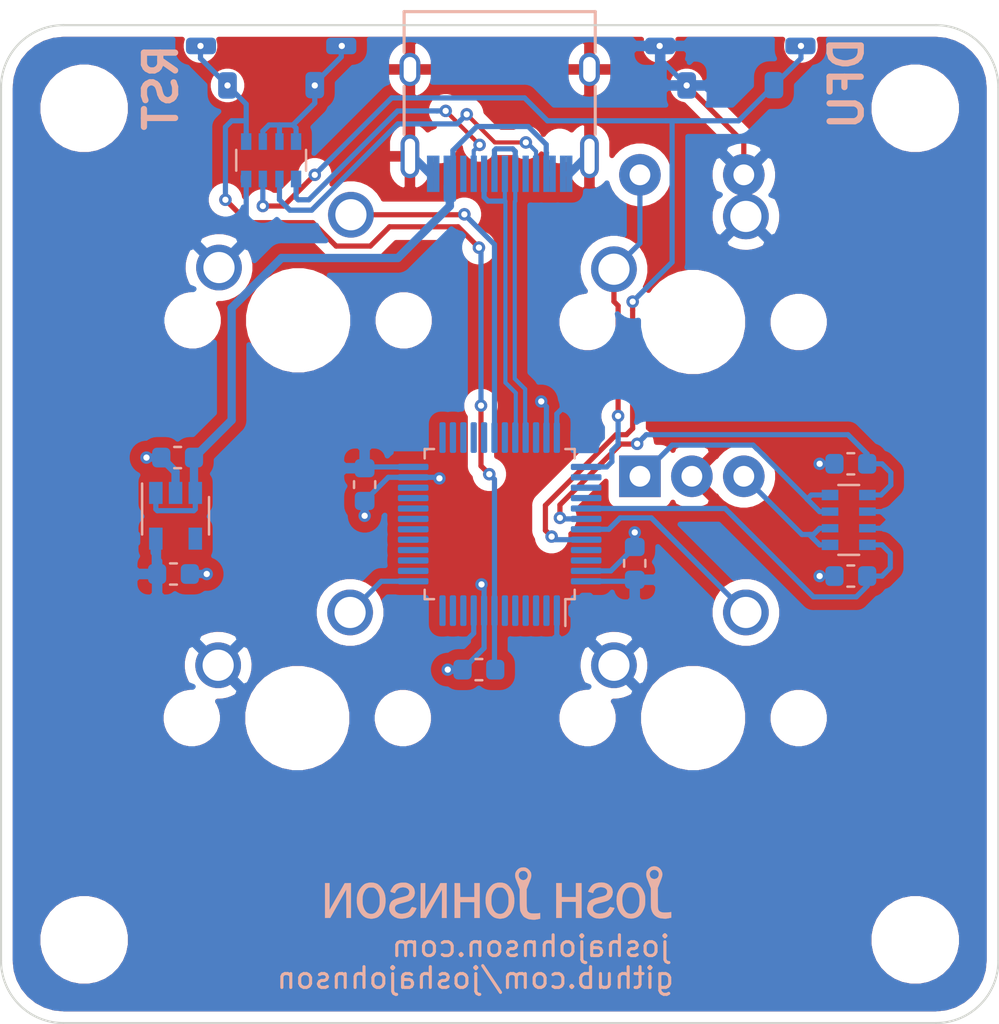
<source format=kicad_pcb>
(kicad_pcb (version 20171130) (host pcbnew 5.1.5-52549c5~84~ubuntu19.10.1)

  (general
    (thickness 1.6)
    (drawings 10)
    (tracks 288)
    (zones 0)
    (modules 24)
    (nets 18)
  )

  (page A4)
  (title_block
    (rev 0)
    (company "Josh Johnson")
  )

  (layers
    (0 F.Cu signal)
    (31 B.Cu signal)
    (32 B.Adhes user)
    (33 F.Adhes user)
    (34 B.Paste user)
    (35 F.Paste user)
    (36 B.SilkS user)
    (37 F.SilkS user)
    (38 B.Mask user)
    (39 F.Mask user)
    (40 Dwgs.User user)
    (41 Cmts.User user)
    (42 Eco1.User user)
    (43 Eco2.User user)
    (44 Edge.Cuts user)
    (45 Margin user)
    (46 B.CrtYd user)
    (47 F.CrtYd user)
    (48 B.Fab user hide)
    (49 F.Fab user hide)
  )

  (setup
    (last_trace_width 0.25)
    (user_trace_width 0.2)
    (user_trace_width 0.3)
    (user_trace_width 0.4)
    (trace_clearance 0.2)
    (zone_clearance 0.508)
    (zone_45_only no)
    (trace_min 0.15)
    (via_size 0.5)
    (via_drill 0.25)
    (via_min_size 0.5)
    (via_min_drill 0.25)
    (user_via 0.6 0.3)
    (uvia_size 0.3)
    (uvia_drill 0.1)
    (uvias_allowed no)
    (uvia_min_size 0.2)
    (uvia_min_drill 0.1)
    (edge_width 0.1)
    (segment_width 0.2)
    (pcb_text_width 0.3)
    (pcb_text_size 1.5 1.5)
    (mod_edge_width 0.15)
    (mod_text_size 1 1)
    (mod_text_width 0.15)
    (pad_size 1.524 1.524)
    (pad_drill 0.762)
    (pad_to_mask_clearance 0)
    (aux_axis_origin 0 0)
    (visible_elements 7FFFFFFF)
    (pcbplotparams
      (layerselection 0x010fc_ffffffff)
      (usegerberextensions false)
      (usegerberattributes false)
      (usegerberadvancedattributes false)
      (creategerberjobfile false)
      (excludeedgelayer true)
      (linewidth 0.100000)
      (plotframeref false)
      (viasonmask false)
      (mode 1)
      (useauxorigin false)
      (hpglpennumber 1)
      (hpglpenspeed 20)
      (hpglpendiameter 15.000000)
      (psnegative false)
      (psa4output false)
      (plotreference true)
      (plotvalue true)
      (plotinvisibletext false)
      (padsonsilk false)
      (subtractmaskfromsilk false)
      (outputformat 1)
      (mirror false)
      (drillshape 1)
      (scaleselection 1)
      (outputdirectory ""))
  )

  (net 0 "")
  (net 1 VBUS)
  (net 2 GND)
  (net 3 /nRST)
  (net 4 +3V3)
  (net 5 /ENC_B)
  (net 6 /ENC_A)
  (net 7 /USB_D+)
  (net 8 "Net-(J1-PadA5)")
  (net 9 /USB_D-)
  (net 10 "Net-(J1-PadB5)")
  (net 11 /BOOT0)
  (net 12 "Net-(RN2-Pad3)")
  (net 13 /KEY_1)
  (net 14 /KEY_3)
  (net 15 /KEY_4)
  (net 16 /KEY_2)
  (net 17 "Net-(RN2-Pad1)")

  (net_class Default "This is the default net class."
    (clearance 0.2)
    (trace_width 0.25)
    (via_dia 0.5)
    (via_drill 0.25)
    (uvia_dia 0.3)
    (uvia_drill 0.1)
    (add_net +3V3)
    (add_net /BOOT0)
    (add_net /ENC_A)
    (add_net /ENC_B)
    (add_net /KEY_1)
    (add_net /KEY_2)
    (add_net /KEY_3)
    (add_net /KEY_4)
    (add_net /USB_D+)
    (add_net /USB_D-)
    (add_net /nRST)
    (add_net GND)
    (add_net "Net-(J1-PadA5)")
    (add_net "Net-(J1-PadB5)")
    (add_net "Net-(RN2-Pad1)")
    (add_net "Net-(RN2-Pad3)")
    (add_net VBUS)
  )

  (module josh-logos:josh-details (layer B.Cu) (tedit 5D134D16) (tstamp 5E123FD2)
    (at 81.4 131.4 180)
    (fp_text reference REF** (at 0 5.6) (layer B.Fab)
      (effects (font (size 1 1) (thickness 0.15)) (justify mirror))
    )
    (fp_text value "Josh Details" (at 0 6.6) (layer B.Fab)
      (effects (font (size 1 1) (thickness 0.15)) (justify mirror))
    )
    (fp_text user github.com/joshajohnson (at 4.5736 -2.432) (layer B.SilkS)
      (effects (font (size 1 1) (thickness 0.15)) (justify mirror))
    )
    (fp_text user joshajohnson.com (at 1.9 -0.9) (layer B.SilkS)
      (effects (font (size 1 1) (thickness 0.15)) (justify mirror))
    )
  )

  (module josh-logos:josh-johnson-logo-17x3 (layer B.Cu) (tedit 0) (tstamp 5E123EE7)
    (at 77.9 129.7 180)
    (fp_text reference G*** (at 0 0) (layer B.SilkS) hide
      (effects (font (size 1.524 1.524) (thickness 0.3)) (justify mirror))
    )
    (fp_text value LOGO (at 0.75 0) (layer B.SilkS) hide
      (effects (font (size 1.524 1.524) (thickness 0.3)) (justify mirror))
    )
    (fp_poly (pts (xy 7.210425 0.429029) (xy 7.35965 0.42545) (xy 8.0899 -0.868842) (xy 8.0899 0.4318)
      (xy 8.3058 0.4318) (xy 8.3058 -1.2446) (xy 8.05815 -1.243502) (xy 7.6708 -0.555857)
      (xy 7.28345 0.131789) (xy 7.280165 -0.556405) (xy 7.276881 -1.2446) (xy 7.0612 -1.2446)
      (xy 7.0612 0.432607) (xy 7.210425 0.429029)) (layer B.SilkS) (width 0.01))
    (fp_poly (pts (xy 3.59059 0.429125) (xy 3.70205 0.42545) (xy 3.708582 -1.24549) (xy 3.452928 -1.23825)
      (xy 3.071783 -0.56515) (xy 3.003695 -0.444911) (xy 2.939223 -0.331066) (xy 2.879473 -0.225568)
      (xy 2.825551 -0.130369) (xy 2.778564 -0.047421) (xy 2.739616 0.021322) (xy 2.709816 0.073908)
      (xy 2.690267 0.108385) (xy 2.682078 0.1228) (xy 2.681994 0.122946) (xy 2.680443 0.113499)
      (xy 2.679119 0.080891) (xy 2.678039 0.02736) (xy 2.677218 -0.044854) (xy 2.676673 -0.133515)
      (xy 2.676418 -0.236383) (xy 2.67647 -0.35122) (xy 2.676845 -0.475788) (xy 2.677225 -0.553329)
      (xy 2.681101 -1.2446) (xy 2.4511 -1.2446) (xy 2.4511 0.4318) (xy 2.75097 0.4318)
      (xy 3.032198 -0.066675) (xy 3.094104 -0.176417) (xy 3.155337 -0.284997) (xy 3.214089 -0.389204)
      (xy 3.26855 -0.485826) (xy 3.316911 -0.571655) (xy 3.357362 -0.64348) (xy 3.388094 -0.69809)
      (xy 3.399788 -0.718894) (xy 3.48615 -0.872638) (xy 3.48264 -0.219919) (xy 3.479131 0.432799)
      (xy 3.59059 0.429125)) (layer B.SilkS) (width 0.01))
    (fp_poly (pts (xy 2.0701 -1.2446) (xy 1.8034 -1.2446) (xy 1.8034 -0.4826) (xy 1.1176 -0.4826)
      (xy 1.1176 -1.2446) (xy 0.8636 -1.2446) (xy 0.8636 0.4318) (xy 1.1176 0.4318)
      (xy 1.1176 -0.2413) (xy 1.802978 -0.2413) (xy 1.80975 0.42545) (xy 1.939925 0.42907)
      (xy 2.0701 0.432689) (xy 2.0701 -1.2446)) (layer B.SilkS) (width 0.01))
    (fp_poly (pts (xy -3.7719 -0.2413) (xy -3.0861 -0.2413) (xy -3.0861 0.4318) (xy -2.8194 0.4318)
      (xy -2.8194 -1.2446) (xy -3.0861 -1.2446) (xy -3.0861 -0.4699) (xy -3.7719 -0.4699)
      (xy -3.7719 -1.2446) (xy -4.0386 -1.2446) (xy -4.0386 0.4318) (xy -3.7719 0.4318)
      (xy -3.7719 -0.2413)) (layer B.SilkS) (width 0.01))
    (fp_poly (pts (xy 6.153447 0.452746) (xy 6.223994 0.441064) (xy 6.2943 0.423945) (xy 6.356233 0.403397)
      (xy 6.40166 0.38143) (xy 6.404731 0.379405) (xy 6.480358 0.318558) (xy 6.555172 0.242018)
      (xy 6.621325 0.158498) (xy 6.662013 0.093834) (xy 6.705689 0.005605) (xy 6.737027 -0.079743)
      (xy 6.757617 -0.169104) (xy 6.769045 -0.269369) (xy 6.772901 -0.38735) (xy 6.770967 -0.500023)
      (xy 6.763012 -0.594741) (xy 6.747547 -0.678544) (xy 6.723083 -0.758469) (xy 6.688129 -0.841554)
      (xy 6.667982 -0.883044) (xy 6.603801 -0.992539) (xy 6.529633 -1.086942) (xy 6.448562 -1.162914)
      (xy 6.363669 -1.217115) (xy 6.35635 -1.220623) (xy 6.276596 -1.250203) (xy 6.188022 -1.270545)
      (xy 6.099765 -1.280259) (xy 6.020967 -1.277953) (xy 6.00075 -1.274751) (xy 5.918783 -1.257866)
      (xy 5.856053 -1.242207) (xy 5.806714 -1.22501) (xy 5.764916 -1.203514) (xy 5.724813 -1.174954)
      (xy 5.680557 -1.136569) (xy 5.652031 -1.109988) (xy 5.606685 -1.064676) (xy 5.571192 -1.021809)
      (xy 5.539624 -0.973121) (xy 5.50605 -0.910345) (xy 5.499658 -0.89756) (xy 5.456442 -0.800916)
      (xy 5.426029 -0.707984) (xy 5.406786 -0.611195) (xy 5.397081 -0.502984) (xy 5.395081 -0.41275)
      (xy 5.671069 -0.41275) (xy 5.672344 -0.509687) (xy 5.677491 -0.58796) (xy 5.687919 -0.654187)
      (xy 5.705038 -0.714983) (xy 5.730257 -0.776965) (xy 5.762503 -0.842023) (xy 5.819619 -0.928793)
      (xy 5.88778 -0.992966) (xy 5.96603 -1.034122) (xy 6.053412 -1.051839) (xy 6.148969 -1.045696)
      (xy 6.198469 -1.033854) (xy 6.273806 -0.998625) (xy 6.340416 -0.940171) (xy 6.397443 -0.859418)
      (xy 6.436892 -0.776102) (xy 6.464923 -0.698154) (xy 6.484051 -0.62591) (xy 6.495694 -0.551064)
      (xy 6.501271 -0.465312) (xy 6.502326 -0.392857) (xy 6.499433 -0.286495) (xy 6.489738 -0.197718)
      (xy 6.471912 -0.119308) (xy 6.444627 -0.044045) (xy 6.433497 -0.01905) (xy 6.393051 0.058397)
      (xy 6.350912 0.116631) (xy 6.302145 0.161632) (xy 6.262936 0.187575) (xy 6.231098 0.204632)
      (xy 6.201459 0.214992) (xy 6.165958 0.220264) (xy 6.116534 0.222057) (xy 6.08965 0.222159)
      (xy 6.028214 0.220839) (xy 5.984383 0.21614) (xy 5.950448 0.206778) (xy 5.92455 0.194697)
      (xy 5.854396 0.144269) (xy 5.794617 0.073378) (xy 5.755499 0.005687) (xy 5.723895 -0.06198)
      (xy 5.701087 -0.123217) (xy 5.685738 -0.184651) (xy 5.676512 -0.252904) (xy 5.672072 -0.334602)
      (xy 5.671069 -0.41275) (xy 5.395081 -0.41275) (xy 5.399251 -0.286982) (xy 5.413167 -0.177681)
      (xy 5.438443 -0.077248) (xy 5.476693 0.021913) (xy 5.496272 0.0635) (xy 5.555128 0.164029)
      (xy 5.626948 0.255896) (xy 5.706646 0.333333) (xy 5.780232 0.385531) (xy 5.844947 0.414469)
      (xy 5.925761 0.437396) (xy 6.013682 0.45224) (xy 6.090793 0.45698) (xy 6.153447 0.452746)) (layer B.SilkS) (width 0.01))
    (fp_poly (pts (xy 4.601574 0.452783) (xy 4.71911 0.436665) (xy 4.825736 0.405817) (xy 4.917565 0.361381)
      (xy 4.990708 0.304501) (xy 4.993898 0.301255) (xy 5.022992 0.266891) (xy 5.056273 0.22096)
      (xy 5.090123 0.169339) (xy 5.120925 0.117902) (xy 5.145061 0.072527) (xy 5.158912 0.039089)
      (xy 5.160777 0.030218) (xy 5.155036 0.017779) (xy 5.133328 0.005089) (xy 5.092228 -0.009487)
      (xy 5.0546 -0.020439) (xy 5.005508 -0.033866) (xy 4.966236 -0.04423) (xy 4.942816 -0.049958)
      (xy 4.939135 -0.050602) (xy 4.93125 -0.039797) (xy 4.920376 -0.012422) (xy 4.916163 0.00079)
      (xy 4.885896 0.062568) (xy 4.835427 0.121131) (xy 4.769872 0.171192) (xy 4.73075 0.192474)
      (xy 4.64937 0.220073) (xy 4.562999 0.230416) (xy 4.477224 0.224304) (xy 4.397634 0.202538)
      (xy 4.329817 0.16592) (xy 4.290096 0.129256) (xy 4.256347 0.07098) (xy 4.246755 0.006961)
      (xy 4.26176 -0.059459) (xy 4.264502 -0.065821) (xy 4.280641 -0.098773) (xy 4.298369 -0.12572)
      (xy 4.320838 -0.148215) (xy 4.351202 -0.167813) (xy 4.392613 -0.186066) (xy 4.448225 -0.204529)
      (xy 4.521189 -0.224756) (xy 4.61466 -0.248299) (xy 4.65455 -0.258035) (xy 4.784549 -0.292438)
      (xy 4.891529 -0.327347) (xy 4.977861 -0.364015) (xy 5.045913 -0.403696) (xy 5.098058 -0.447644)
      (xy 5.136664 -0.497111) (xy 5.149351 -0.519716) (xy 5.194311 -0.6323) (xy 5.21489 -0.742338)
      (xy 5.211727 -0.847852) (xy 5.185455 -0.946863) (xy 5.136712 -1.037394) (xy 5.066134 -1.117465)
      (xy 4.974356 -1.185098) (xy 4.927317 -1.210457) (xy 4.815559 -1.254136) (xy 4.70056 -1.276657)
      (xy 4.577846 -1.278535) (xy 4.462274 -1.26395) (xy 4.355049 -1.240388) (xy 4.267721 -1.211145)
      (xy 4.194972 -1.173628) (xy 4.131487 -1.125239) (xy 4.087318 -1.080874) (xy 4.054155 -1.040319)
      (xy 4.019603 -0.991527) (xy 3.986068 -0.93883) (xy 3.955956 -0.886563) (xy 3.931673 -0.839056)
      (xy 3.915625 -0.800644) (xy 3.910217 -0.775659) (xy 3.91388 -0.768536) (xy 3.939835 -0.760958)
      (xy 3.980053 -0.751031) (xy 4.026199 -0.740592) (xy 4.069933 -0.731481) (xy 4.10292 -0.725535)
      (xy 4.1148 -0.724238) (xy 4.130084 -0.734624) (xy 4.151915 -0.761903) (xy 4.175591 -0.800191)
      (xy 4.17581 -0.800589) (xy 4.223472 -0.878999) (xy 4.271413 -0.936902) (xy 4.325517 -0.978568)
      (xy 4.391668 -1.008264) (xy 4.475752 -1.030259) (xy 4.498671 -1.034757) (xy 4.611782 -1.046777)
      (xy 4.712775 -1.038534) (xy 4.800248 -1.010307) (xy 4.872799 -0.96237) (xy 4.874831 -0.960539)
      (xy 4.915957 -0.909619) (xy 4.938226 -0.846859) (xy 4.943681 -0.787062) (xy 4.940059 -0.734935)
      (xy 4.926532 -0.691035) (xy 4.90072 -0.653641) (xy 4.860239 -0.621032) (xy 4.802709 -0.591488)
      (xy 4.725747 -0.563287) (xy 4.62697 -0.534711) (xy 4.576228 -0.521635) (xy 4.466348 -0.493361)
      (xy 4.377832 -0.468626) (xy 4.307144 -0.445971) (xy 4.250746 -0.423931) (xy 4.205101 -0.401045)
      (xy 4.166671 -0.375851) (xy 4.131919 -0.346887) (xy 4.115488 -0.331199) (xy 4.052458 -0.256437)
      (xy 4.011816 -0.176673) (xy 3.991342 -0.086504) (xy 3.9878 -0.020224) (xy 3.996932 0.085678)
      (xy 4.025202 0.176995) (xy 4.073918 0.255729) (xy 4.144392 0.323879) (xy 4.237932 0.383445)
      (xy 4.259246 0.394367) (xy 4.315362 0.420696) (xy 4.360821 0.437101) (xy 4.406823 0.446598)
      (xy 4.464567 0.452205) (xy 4.477019 0.453031) (xy 4.601574 0.452783)) (layer B.SilkS) (width 0.01))
    (fp_poly (pts (xy -0.006008 0.446951) (xy 0.099354 0.423593) (xy 0.192991 0.384769) (xy 0.193201 0.384654)
      (xy 0.246706 0.34785) (xy 0.306191 0.29443) (xy 0.366119 0.230416) (xy 0.420953 0.161833)
      (xy 0.465154 0.094701) (xy 0.473257 0.080057) (xy 0.514602 -0.007471) (xy 0.543992 -0.094272)
      (xy 0.562887 -0.187045) (xy 0.572746 -0.29249) (xy 0.575101 -0.38735) (xy 0.572898 -0.500612)
      (xy 0.564575 -0.596049) (xy 0.54866 -0.680803) (xy 0.523684 -0.762019) (xy 0.488176 -0.846842)
      (xy 0.474697 -0.875198) (xy 0.434627 -0.950768) (xy 0.392811 -1.013027) (xy 0.341368 -1.073312)
      (xy 0.325221 -1.090293) (xy 0.255113 -1.156556) (xy 0.188732 -1.204184) (xy 0.118661 -1.237363)
      (xy 0.03748 -1.260283) (xy 0.016671 -1.264503) (xy -0.052953 -1.276041) (xy -0.111469 -1.280497)
      (xy -0.169713 -1.277858) (xy -0.238521 -1.268112) (xy -0.260737 -1.264184) (xy -0.339818 -1.245058)
      (xy -0.407832 -1.2166) (xy -0.472367 -1.174691) (xy -0.541014 -1.115211) (xy -0.548655 -1.107889)
      (xy -0.595175 -1.0597) (xy -0.632797 -1.01174) (xy -0.667622 -0.955412) (xy -0.698327 -0.89704)
      (xy -0.73961 -0.807332) (xy -0.769113 -0.723443) (xy -0.788428 -0.638004) (xy -0.799146 -0.543645)
      (xy -0.802861 -0.432995) (xy -0.802911 -0.41275) (xy -0.526726 -0.41275) (xy -0.525271 -0.509945)
      (xy -0.519965 -0.588462) (xy -0.509398 -0.654906) (xy -0.492162 -0.715881) (xy -0.466846 -0.777991)
      (xy -0.435097 -0.842023) (xy -0.377981 -0.928793) (xy -0.30982 -0.992966) (xy -0.23157 -1.034122)
      (xy -0.144188 -1.051839) (xy -0.048631 -1.045696) (xy 0.000869 -1.033854) (xy 0.073773 -0.999474)
      (xy 0.139401 -0.942228) (xy 0.196507 -0.863919) (xy 0.243848 -0.766355) (xy 0.280179 -0.651342)
      (xy 0.28799 -0.617288) (xy 0.297661 -0.550849) (xy 0.302643 -0.470048) (xy 0.303183 -0.381749)
      (xy 0.299523 -0.292816) (xy 0.291907 -0.210113) (xy 0.280581 -0.140503) (xy 0.26961 -0.100492)
      (xy 0.226834 0.00193) (xy 0.179338 0.082331) (xy 0.124808 0.143974) (xy 0.065474 0.187494)
      (xy 0.033589 0.204586) (xy 0.003952 0.21497) (xy -0.031503 0.220255) (xy -0.080841 0.222055)
      (xy -0.10795 0.222159) (xy -0.169386 0.220839) (xy -0.213217 0.21614) (xy -0.247152 0.206778)
      (xy -0.27305 0.194697) (xy -0.345965 0.142161) (xy -0.406923 0.068963) (xy -0.443451 0.004216)
      (xy -0.474761 -0.064299) (xy -0.497292 -0.125108) (xy -0.512398 -0.184989) (xy -0.521433 -0.250723)
      (xy -0.525752 -0.329089) (xy -0.526726 -0.41275) (xy -0.802911 -0.41275) (xy -0.799592 -0.295512)
      (xy -0.788842 -0.195586) (xy -0.76909 -0.105572) (xy -0.73876 -0.018065) (xy -0.701698 0.0635)
      (xy -0.642823 0.16366) (xy -0.571158 0.255279) (xy -0.491796 0.332588) (xy -0.417368 0.385531)
      (xy -0.328777 0.424132) (xy -0.226442 0.447229) (xy -0.11673 0.454832) (xy -0.006008 0.446951)) (layer B.SilkS) (width 0.01))
    (fp_poly (pts (xy -4.896093 0.456287) (xy -4.860606 0.450993) (xy -4.754698 0.428473) (xy -4.669246 0.400173)
      (xy -4.599493 0.363397) (xy -4.540682 0.315446) (xy -4.488058 0.253625) (xy -4.471807 0.230561)
      (xy -4.444699 0.188386) (xy -4.417105 0.141847) (xy -4.391883 0.096279) (xy -4.371894 0.057018)
      (xy -4.359997 0.029398) (xy -4.358422 0.019022) (xy -4.371619 0.014234) (xy -4.403799 0.004514)
      (xy -4.449406 -0.008494) (xy -4.479908 -0.016921) (xy -4.597365 -0.049012) (xy -4.605235 -0.014981)
      (xy -4.635523 0.062243) (xy -4.68632 0.127499) (xy -4.75481 0.178875) (xy -4.838177 0.21446)
      (xy -4.933605 0.232341) (xy -4.97205 0.234092) (xy -5.066794 0.22643) (xy -5.146678 0.202528)
      (xy -5.209734 0.163588) (xy -5.253996 0.110808) (xy -5.277018 0.048024) (xy -5.276834 -0.015245)
      (xy -5.255367 -0.079627) (xy -5.224584 -0.126426) (xy -5.207805 -0.143464) (xy -5.186193 -0.158596)
      (xy -5.156391 -0.173045) (xy -5.115045 -0.188034) (xy -5.058798 -0.204787) (xy -4.984294 -0.224526)
      (xy -4.892807 -0.24734) (xy -4.761053 -0.281925) (xy -4.652083 -0.316321) (xy -4.563365 -0.352405)
      (xy -4.492368 -0.392056) (xy -4.43656 -0.43715) (xy -4.393409 -0.489565) (xy -4.360383 -0.551179)
      (xy -4.334952 -0.623869) (xy -4.323153 -0.669811) (xy -4.310235 -0.77717) (xy -4.321542 -0.879549)
      (xy -4.356087 -0.975025) (xy -4.412879 -1.061674) (xy -4.490929 -1.137574) (xy -4.58925 -1.200802)
      (xy -4.598808 -1.20568) (xy -4.643576 -1.227063) (xy -4.683022 -1.242582) (xy -4.723696 -1.253791)
      (xy -4.77215 -1.262239) (xy -4.834934 -1.269479) (xy -4.8895 -1.274534) (xy -4.923318 -1.274372)
      (xy -4.972554 -1.270391) (xy -5.027654 -1.263413) (xy -5.038506 -1.261735) (xy -5.160298 -1.236911)
      (xy -5.260943 -1.204108) (xy -5.343862 -1.161795) (xy -5.412477 -1.108436) (xy -5.437253 -1.083026)
      (xy -5.472817 -1.03818) (xy -5.513306 -0.978715) (xy -5.553379 -0.913248) (xy -5.587693 -0.850392)
      (xy -5.606308 -0.810452) (xy -5.62575 -0.763654) (xy -5.5275 -0.742699) (xy -5.478544 -0.732479)
      (xy -5.437961 -0.72441) (xy -5.413226 -0.71997) (xy -5.410834 -0.719646) (xy -5.39572 -0.729275)
      (xy -5.373268 -0.757641) (xy -5.34682 -0.800438) (xy -5.343597 -0.80623) (xy -5.300104 -0.878572)
      (xy -5.257627 -0.931347) (xy -5.209905 -0.969323) (xy -5.150677 -0.997269) (xy -5.073682 -1.019953)
      (xy -5.058046 -1.023706) (xy -4.956466 -1.039294) (xy -4.860563 -1.03826) (xy -4.773913 -1.021524)
      (xy -4.700092 -0.990005) (xy -4.642675 -0.944625) (xy -4.617034 -0.91019) (xy -4.592107 -0.849685)
      (xy -4.5826 -0.784647) (xy -4.588516 -0.722725) (xy -4.609856 -0.671567) (xy -4.616987 -0.662078)
      (xy -4.641697 -0.635817) (xy -4.669956 -0.613386) (xy -4.705383 -0.593243) (xy -4.751593 -0.573847)
      (xy -4.812205 -0.553657) (xy -4.890835 -0.531132) (xy -4.978821 -0.507891) (xy -5.059105 -0.486482)
      (xy -5.13561 -0.46482) (xy -5.203123 -0.444476) (xy -5.256429 -0.427024) (xy -5.290316 -0.414033)
      (xy -5.29047 -0.413962) (xy -5.376007 -0.361463) (xy -5.445542 -0.291337) (xy -5.497374 -0.206945)
      (xy -5.529801 -0.111654) (xy -5.541122 -0.008827) (xy -5.535018 0.069461) (xy -5.519536 0.140999)
      (xy -5.495526 0.199045) (xy -5.457977 0.253675) (xy -5.424535 0.291487) (xy -5.343173 0.360042)
      (xy -5.245692 0.411919) (xy -5.136047 0.445998) (xy -5.018195 0.461161) (xy -4.896093 0.456287)) (layer B.SilkS) (width 0.01))
    (fp_poly (pts (xy -6.361131 0.461033) (xy -6.324671 0.456187) (xy -6.236085 0.439541) (xy -6.164741 0.417153)
      (xy -6.102549 0.385108) (xy -6.041416 0.339493) (xy -5.993422 0.295963) (xy -5.896926 0.187342)
      (xy -5.822323 0.066514) (xy -5.769288 -0.067225) (xy -5.737495 -0.214581) (xy -5.73102 -0.27305)
      (xy -5.72558 -0.432672) (xy -5.738304 -0.57885) (xy -5.770101 -0.716781) (xy -5.82188 -0.851659)
      (xy -5.838291 -0.885988) (xy -5.906949 -1.0025) (xy -5.986814 -1.099088) (xy -6.076434 -1.174519)
      (xy -6.174352 -1.227561) (xy -6.275144 -1.256328) (xy -6.343651 -1.267114) (xy -6.395441 -1.272926)
      (xy -6.438624 -1.274168) (xy -6.481308 -1.271241) (xy -6.508256 -1.267899) (xy -6.626387 -1.242605)
      (xy -6.729331 -1.200208) (xy -6.819186 -1.139053) (xy -6.898052 -1.057485) (xy -6.968028 -0.953852)
      (xy -7.010648 -0.871958) (xy -7.045309 -0.794546) (xy -7.070537 -0.726049) (xy -7.087724 -0.659598)
      (xy -7.098261 -0.588322) (xy -7.10354 -0.505353) (xy -7.104953 -0.4064) (xy -7.104785 -0.394768)
      (xy -6.831066 -0.394768) (xy -6.829642 -0.4572) (xy -6.826952 -0.531877) (xy -6.823514 -0.587591)
      (xy -6.818292 -0.630774) (xy -6.810252 -0.667862) (xy -6.798359 -0.705289) (xy -6.783392 -0.744877)
      (xy -6.740745 -0.836953) (xy -6.691524 -0.914525) (xy -6.638811 -0.97303) (xy -6.618198 -0.989533)
      (xy -6.54902 -1.024584) (xy -6.467667 -1.043103) (xy -6.381733 -1.044512) (xy -6.298808 -1.02823)
      (xy -6.26745 -1.016311) (xy -6.200814 -0.973273) (xy -6.140507 -0.906837) (xy -6.087836 -0.818502)
      (xy -6.079134 -0.8001) (xy -6.048675 -0.728037) (xy -6.027108 -0.662047) (xy -6.013057 -0.594898)
      (xy -6.005143 -0.519355) (xy -6.00199 -0.428185) (xy -6.001761 -0.3937) (xy -6.003278 -0.296298)
      (xy -6.009159 -0.217321) (xy -6.02081 -0.149966) (xy -6.039637 -0.08743) (xy -6.067046 -0.022912)
      (xy -6.086489 0.016275) (xy -6.1392 0.102321) (xy -6.198184 0.165079) (xy -6.266516 0.206459)
      (xy -6.347276 0.228372) (xy -6.435595 0.232971) (xy -6.525638 0.219502) (xy -6.604701 0.183659)
      (xy -6.673179 0.125128) (xy -6.73147 0.043591) (xy -6.768746 -0.032862) (xy -6.794666 -0.10082)
      (xy -6.81294 -0.164594) (xy -6.824487 -0.23058) (xy -6.830222 -0.305173) (xy -6.831066 -0.394768)
      (xy -7.104785 -0.394768) (xy -7.103485 -0.305244) (xy -7.098145 -0.222602) (xy -7.087526 -0.151706)
      (xy -7.070223 -0.085789) (xy -7.044831 -0.018084) (xy -7.009944 0.058175) (xy -7.007358 0.0635)
      (xy -6.971813 0.132669) (xy -6.939026 0.186215) (xy -6.903255 0.232451) (xy -6.858756 0.27969)
      (xy -6.856381 0.282047) (xy -6.784245 0.34683) (xy -6.714705 0.39311) (xy -6.639343 0.42527)
      (xy -6.549735 0.44769) (xy -6.531815 0.450965) (xy -6.466203 0.460833) (xy -6.413239 0.46409)
      (xy -6.361131 0.461033)) (layer B.SilkS) (width 0.01))
    (fp_poly (pts (xy -7.414206 1.219413) (xy -7.38552 1.208017) (xy -7.313788 1.164849) (xy -7.248043 1.104251)
      (xy -7.196579 1.034089) (xy -7.190567 1.023156) (xy -7.173174 0.98625) (xy -7.163004 0.951703)
      (xy -7.158292 0.910385) (xy -7.157275 0.853168) (xy -7.157284 0.8509) (xy -7.157744 0.815917)
      (xy -7.159533 0.78559) (xy -7.163778 0.755983) (xy -7.171605 0.723163) (xy -7.18414 0.683194)
      (xy -7.202511 0.632142) (xy -7.227842 0.566073) (xy -7.261262 0.481052) (xy -7.268176 0.46355)
      (xy -7.378591 0.18415) (xy -7.378866 -0.27305) (xy -7.379228 -0.407339) (xy -7.38019 -0.518624)
      (xy -7.381833 -0.609293) (xy -7.384237 -0.681737) (xy -7.387481 -0.738346) (xy -7.391647 -0.781508)
      (xy -7.396813 -0.813615) (xy -7.397026 -0.814628) (xy -7.433737 -0.93277) (xy -7.489951 -1.035558)
      (xy -7.564525 -1.121708) (xy -7.656316 -1.189935) (xy -7.764179 -1.238957) (xy -7.77951 -1.243911)
      (xy -7.831894 -1.256081) (xy -7.899646 -1.266274) (xy -7.973992 -1.273725) (xy -8.046161 -1.277667)
      (xy -8.107377 -1.277334) (xy -8.13435 -1.274889) (xy -8.165934 -1.269471) (xy -8.212366 -1.260519)
      (xy -8.263689 -1.249954) (xy -8.264525 -1.249776) (xy -8.3566 -1.230167) (xy -8.3566 -0.961662)
      (xy -8.289925 -0.970034) (xy -8.155174 -0.98366) (xy -8.042164 -0.987555) (xy -7.949022 -0.981335)
      (xy -7.873872 -0.964618) (xy -7.81484 -0.937022) (xy -7.770052 -0.898165) (xy -7.743094 -0.858485)
      (xy -7.73607 -0.844611) (xy -7.730311 -0.830069) (xy -7.725668 -0.812267) (xy -7.721992 -0.788614)
      (xy -7.719133 -0.756518) (xy -7.71694 -0.713388) (xy -7.715266 -0.656632) (xy -7.713959 -0.583659)
      (xy -7.712871 -0.491878) (xy -7.711852 -0.378698) (xy -7.711273 -0.307292) (xy -7.707296 0.191866)
      (xy -7.809755 0.456049) (xy -7.850067 0.561087) (xy -7.881385 0.646053) (xy -7.904476 0.714318)
      (xy -7.920113 0.769259) (xy -7.929064 0.814248) (xy -7.932099 0.852661) (xy -7.929989 0.887871)
      (xy -7.929266 0.891815) (xy -7.759814 0.891815) (xy -7.759778 0.828172) (xy -7.744235 0.765177)
      (xy -7.715216 0.709653) (xy -7.674753 0.668421) (xy -7.655359 0.657246) (xy -7.598865 0.634044)
      (xy -7.554232 0.624099) (xy -7.512166 0.62661) (xy -7.463585 0.6407) (xy -7.405709 0.669304)
      (xy -7.36433 0.710801) (xy -7.339086 0.75565) (xy -7.318806 0.827119) (xy -7.321678 0.896856)
      (xy -7.345583 0.960602) (xy -7.388399 1.014095) (xy -7.448006 1.053073) (xy -7.494857 1.068632)
      (xy -7.56347 1.071766) (xy -7.630592 1.052907) (xy -7.690061 1.015026) (xy -7.735712 0.961098)
      (xy -7.742313 0.949286) (xy -7.759814 0.891815) (xy -7.929266 0.891815) (xy -7.923503 0.923252)
      (xy -7.919813 0.938375) (xy -7.884421 1.030644) (xy -7.831192 1.108345) (xy -7.76346 1.169794)
      (xy -7.68456 1.213309) (xy -7.597827 1.237205) (xy -7.506598 1.239801) (xy -7.414206 1.219413)) (layer B.SilkS) (width 0.01))
    (fp_poly (pts (xy -1.130975 1.175394) (xy -1.041594 1.1412) (xy -0.965196 1.085502) (xy -0.903219 1.009201)
      (xy -0.879854 0.967239) (xy -0.86006 0.921898) (xy -0.849419 0.880616) (xy -0.845525 0.831734)
      (xy -0.845361 0.8001) (xy -0.84619 0.768162) (xy -0.848852 0.738665) (xy -0.854483 0.707738)
      (xy -0.864224 0.671512) (xy -0.879211 0.626117) (xy -0.900585 0.567685) (xy -0.929483 0.492346)
      (xy -0.955591 0.42545) (xy -1.06501 0.14605) (xy -1.070262 -0.34925) (xy -1.071746 -0.477819)
      (xy -1.073298 -0.58365) (xy -1.07505 -0.669405) (xy -1.077131 -0.737747) (xy -1.079672 -0.791338)
      (xy -1.082805 -0.832839) (xy -1.086658 -0.864913) (xy -1.091364 -0.890221) (xy -1.097052 -0.911427)
      (xy -1.097989 -0.914389) (xy -1.118733 -0.96514) (xy -1.149632 -1.024666) (xy -1.185889 -1.085024)
      (xy -1.22271 -1.138272) (xy -1.255299 -1.176467) (xy -1.25747 -1.178532) (xy -1.293289 -1.205204)
      (xy -1.344748 -1.235488) (xy -1.403341 -1.265115) (xy -1.460562 -1.289817) (xy -1.507903 -1.305325)
      (xy -1.511999 -1.306256) (xy -1.567229 -1.31509) (xy -1.636113 -1.321929) (xy -1.708255 -1.326113)
      (xy -1.77326 -1.326981) (xy -1.80975 -1.325186) (xy -1.848449 -1.319987) (xy -1.900429 -1.311045)
      (xy -1.952625 -1.300672) (xy -2.0447 -1.280967) (xy -2.0447 -1.006579) (xy -1.984375 -1.018597)
      (xy -1.947092 -1.023627) (xy -1.892273 -1.028048) (xy -1.827787 -1.031333) (xy -1.77165 -1.032833)
      (xy -1.678205 -1.031521) (xy -1.605195 -1.023706) (xy -1.548211 -1.008158) (xy -1.502841 -0.983646)
      (xy -1.464676 -0.948941) (xy -1.462623 -0.946626) (xy -1.446732 -0.925918) (xy -1.43358 -0.901663)
      (xy -1.422918 -0.871404) (xy -1.414497 -0.832684) (xy -1.408065 -0.783046) (xy -1.403372 -0.720033)
      (xy -1.40017 -0.641187) (xy -1.398208 -0.544053) (xy -1.397236 -0.426171) (xy -1.397 -0.30155)
      (xy -1.397 0.137769) (xy -1.508125 0.42131) (xy -1.543186 0.511103) (xy -1.569973 0.581139)
      (xy -1.589592 0.635265) (xy -1.603152 0.677327) (xy -1.611758 0.711174) (xy -1.616516 0.740651)
      (xy -1.618534 0.769608) (xy -1.618788 0.790994) (xy -1.455492 0.790994) (xy -1.443372 0.727776)
      (xy -1.415119 0.671094) (xy -1.373393 0.624387) (xy -1.320853 0.591093) (xy -1.260159 0.57465)
      (xy -1.193972 0.578498) (xy -1.161597 0.588342) (xy -1.095651 0.626139) (xy -1.047403 0.679217)
      (xy -1.018603 0.743198) (xy -1.010997 0.813704) (xy -1.026334 0.88636) (xy -1.034746 0.906009)
      (xy -1.073514 0.960422) (xy -1.126327 0.998019) (xy -1.187989 1.018569) (xy -1.253306 1.021839)
      (xy -1.31708 1.007596) (xy -1.374118 0.975607) (xy -1.419225 0.92564) (xy -1.420694 0.923285)
      (xy -1.44882 0.85731) (xy -1.455492 0.790994) (xy -1.618788 0.790994) (xy -1.618918 0.801889)
      (xy -1.618906 0.80645) (xy -1.616882 0.866667) (xy -1.610159 0.910793) (xy -1.597033 0.947961)
      (xy -1.589781 0.962598) (xy -1.531314 1.048616) (xy -1.457027 1.117179) (xy -1.399039 1.152147)
      (xy -1.353034 1.172132) (xy -1.310677 1.182899) (xy -1.260174 1.18692) (xy -1.2319 1.187188)
      (xy -1.130975 1.175394)) (layer B.SilkS) (width 0.01))
  )

  (module MountingHole:MountingHole_3.2mm_M3 (layer F.Cu) (tedit 56D1B4CB) (tstamp 5E1136CD)
    (at 98 132)
    (descr "Mounting Hole 3.2mm, no annular, M3")
    (tags "mounting hole 3.2mm no annular m3")
    (path /5E127172)
    (attr virtual)
    (fp_text reference H4 (at 0 -4.2) (layer F.SilkS) hide
      (effects (font (size 1 1) (thickness 0.15)))
    )
    (fp_text value M3 (at 0 4.2) (layer F.Fab)
      (effects (font (size 1 1) (thickness 0.15)))
    )
    (fp_circle (center 0 0) (end 3.45 0) (layer F.CrtYd) (width 0.05))
    (fp_circle (center 0 0) (end 3.2 0) (layer Cmts.User) (width 0.15))
    (fp_text user %R (at 0.3 0) (layer F.Fab) hide
      (effects (font (size 1 1) (thickness 0.15)))
    )
    (pad 1 np_thru_hole circle (at 0 0) (size 3.2 3.2) (drill 3.2) (layers *.Cu *.Mask))
  )

  (module MountingHole:MountingHole_3.2mm_M3 (layer F.Cu) (tedit 56D1B4CB) (tstamp 5E1136C5)
    (at 58 132)
    (descr "Mounting Hole 3.2mm, no annular, M3")
    (tags "mounting hole 3.2mm no annular m3")
    (path /5E1240B9)
    (attr virtual)
    (fp_text reference H3 (at 0 -4.2) (layer F.SilkS) hide
      (effects (font (size 1 1) (thickness 0.15)))
    )
    (fp_text value M3 (at 0 4.2) (layer F.Fab)
      (effects (font (size 1 1) (thickness 0.15)))
    )
    (fp_circle (center 0 0) (end 3.45 0) (layer F.CrtYd) (width 0.05))
    (fp_circle (center 0 0) (end 3.2 0) (layer Cmts.User) (width 0.15))
    (fp_text user %R (at 0.3 0) (layer F.Fab) hide
      (effects (font (size 1 1) (thickness 0.15)))
    )
    (pad 1 np_thru_hole circle (at 0 0) (size 3.2 3.2) (drill 3.2) (layers *.Cu *.Mask))
  )

  (module MountingHole:MountingHole_3.2mm_M3 (layer F.Cu) (tedit 56D1B4CB) (tstamp 5E1136BD)
    (at 98 92)
    (descr "Mounting Hole 3.2mm, no annular, M3")
    (tags "mounting hole 3.2mm no annular m3")
    (path /5E12A29E)
    (attr virtual)
    (fp_text reference H2 (at 0 -4.2) (layer F.SilkS) hide
      (effects (font (size 1 1) (thickness 0.15)))
    )
    (fp_text value M3 (at 0 4.2) (layer F.Fab)
      (effects (font (size 1 1) (thickness 0.15)))
    )
    (fp_circle (center 0 0) (end 3.45 0) (layer F.CrtYd) (width 0.05))
    (fp_circle (center 0 0) (end 3.2 0) (layer Cmts.User) (width 0.15))
    (fp_text user %R (at 0.3 0) (layer F.Fab) hide
      (effects (font (size 1 1) (thickness 0.15)))
    )
    (pad 1 np_thru_hole circle (at 0 0) (size 3.2 3.2) (drill 3.2) (layers *.Cu *.Mask))
  )

  (module MountingHole:MountingHole_3.2mm_M3 (layer F.Cu) (tedit 56D1B4CB) (tstamp 5E1136B5)
    (at 58 92)
    (descr "Mounting Hole 3.2mm, no annular, M3")
    (tags "mounting hole 3.2mm no annular m3")
    (path /5E12347A)
    (attr virtual)
    (fp_text reference H1 (at 0 -4.2) (layer F.SilkS) hide
      (effects (font (size 1 1) (thickness 0.15)))
    )
    (fp_text value M3 (at 0 4.2) (layer F.Fab)
      (effects (font (size 1 1) (thickness 0.15)))
    )
    (fp_circle (center 0 0) (end 3.45 0) (layer F.CrtYd) (width 0.05))
    (fp_circle (center 0 0) (end 3.2 0) (layer Cmts.User) (width 0.15))
    (fp_text user %R (at 0.3 0) (layer F.Fab) hide
      (effects (font (size 1 1) (thickness 0.15)))
    )
    (pad 1 np_thru_hole circle (at 0 0) (size 3.2 3.2) (drill 3.2) (layers *.Cu *.Mask))
  )

  (module josh-buttons-switches:TL3330AF130QG (layer B.Cu) (tedit 5E103E6F) (tstamp 5E10385A)
    (at 67 90)
    (path /5E1D2BD3)
    (fp_text reference SW2 (at 0 -0.5) (layer B.SilkS) hide
      (effects (font (size 1 1) (thickness 0.15)) (justify mirror))
    )
    (fp_text value RST (at 0 0.5) (layer B.Fab)
      (effects (font (size 1 1) (thickness 0.15)) (justify mirror))
    )
    (fp_line (start -5 -2) (end 5 -2) (layer B.CrtYd) (width 0.12))
    (fp_line (start -5 2) (end -5 -2) (layer B.CrtYd) (width 0.12))
    (fp_line (start 5 2) (end -5 2) (layer B.CrtYd) (width 0.12))
    (fp_line (start 5 -2) (end 5 2) (layer B.CrtYd) (width 0.12))
    (pad 2 smd roundrect (at -2.1 0.9) (size 0.9 1.27) (layers B.Cu B.Paste B.Mask) (roundrect_rratio 0.25)
      (net 3 /nRST))
    (pad 1 smd roundrect (at 2.1 0.885) (size 0.9 1.27) (layers B.Cu B.Paste B.Mask) (roundrect_rratio 0.25)
      (net 2 GND))
    (pad 2 smd roundrect (at -3.375 -1) (size 1.45 0.8) (layers B.Cu B.Paste B.Mask) (roundrect_rratio 0.25)
      (net 3 /nRST))
    (pad 1 smd roundrect (at 3.375 -1) (size 1.45 0.8) (layers B.Cu B.Paste B.Mask) (roundrect_rratio 0.25)
      (net 2 GND))
    (model /mnt/530683E96DD773A1/Dropbox/Projects/macro4/josh-kicad-lib/packages3d/josh-buttons-switches/TL3330AFxxxQG.stp
      (offset (xyz 0 1.2 1.7))
      (scale (xyz 1 1 1))
      (rotate (xyz 90 0 180))
    )
  )

  (module josh-buttons-switches:TL3330AF130QG (layer B.Cu) (tedit 5E103E6F) (tstamp 5E103841)
    (at 89.1 90)
    (path /5E1B7FD4)
    (fp_text reference SW1 (at 0 -0.5) (layer B.SilkS) hide
      (effects (font (size 1 1) (thickness 0.15)) (justify mirror))
    )
    (fp_text value DFU (at 0 0.5) (layer B.Fab)
      (effects (font (size 1 1) (thickness 0.15)) (justify mirror))
    )
    (fp_line (start -5 -2) (end 5 -2) (layer B.CrtYd) (width 0.12))
    (fp_line (start -5 2) (end -5 -2) (layer B.CrtYd) (width 0.12))
    (fp_line (start 5 2) (end -5 2) (layer B.CrtYd) (width 0.12))
    (fp_line (start 5 -2) (end 5 2) (layer B.CrtYd) (width 0.12))
    (pad 2 smd roundrect (at -2.1 0.9) (size 0.9 1.27) (layers B.Cu B.Paste B.Mask) (roundrect_rratio 0.25)
      (net 4 +3V3))
    (pad 1 smd roundrect (at 2.1 0.885) (size 0.9 1.27) (layers B.Cu B.Paste B.Mask) (roundrect_rratio 0.25)
      (net 11 /BOOT0))
    (pad 2 smd roundrect (at -3.375 -1) (size 1.45 0.8) (layers B.Cu B.Paste B.Mask) (roundrect_rratio 0.25)
      (net 4 +3V3))
    (pad 1 smd roundrect (at 3.375 -1) (size 1.45 0.8) (layers B.Cu B.Paste B.Mask) (roundrect_rratio 0.25)
      (net 11 /BOOT0))
    (model /mnt/530683E96DD773A1/Dropbox/Projects/macro4/josh-kicad-lib/packages3d/josh-buttons-switches/TL3330AFxxxQG.stp
      (offset (xyz 0 1.2 1.7))
      (scale (xyz 1 1 1))
      (rotate (xyz 90 0 180))
    )
  )

  (module josh-buttons-switches:MX_KEYSWITCH_ENCODER locked (layer F.Cu) (tedit 5E103ECA) (tstamp 5E103DCE)
    (at 87.25 102.3)
    (descr "Alps rotary encoder, EC12E... with switch, vertical shaft, mounting holes with circular drills, http://www.alps.com/prod/info/E/HTML/Encoder/Incremental/EC11/EC11E15204A3.html")
    (tags "rotary encoder")
    (path /5E289243)
    (fp_text reference SW7 (at -5 -7.8 90) (layer F.SilkS) hide
      (effects (font (size 1 1) (thickness 0.15)))
    )
    (fp_text value Rotary_Encoder_MX (at 0.1 5.4) (layer F.Fab)
      (effects (font (size 1 1) (thickness 0.15)))
    )
    (fp_line (start -6.54 -6.62) (end 6.66 -6.62) (layer F.CrtYd) (width 0.05))
    (fp_line (start 6.66 -6.62) (end 6.66 6.58) (layer F.CrtYd) (width 0.05))
    (fp_line (start 6.66 6.58) (end -6.54 6.58) (layer F.CrtYd) (width 0.05))
    (fp_line (start -6.54 6.58) (end -6.54 -6.62) (layer F.CrtYd) (width 0.05))
    (fp_line (start -6.29 6.33) (end -6.29 -6.37) (layer F.Fab) (width 0.1))
    (fp_line (start 6.41 6.33) (end -6.29 6.33) (layer F.Fab) (width 0.1))
    (fp_line (start 6.41 -6.37) (end 6.41 6.33) (layer F.Fab) (width 0.1))
    (fp_line (start -6.29 -6.37) (end 6.41 -6.37) (layer F.Fab) (width 0.1))
    (pad "" np_thru_hole circle (at 5.14 -0.02) (size 1.7 1.7) (drill 1.7) (layers *.Cu *.Mask))
    (pad "" np_thru_hole circle (at -5.02 -0.02) (size 1.7 1.7) (drill 1.7) (layers *.Cu *.Mask))
    (pad "" np_thru_hole circle (at 0.06 -0.02) (size 4 4) (drill 4) (layers *.Cu *.Mask))
    (pad S2 thru_hole circle (at -3.75 -2.56) (size 2.2 2.2) (drill 1.5) (layers *.Cu *.Mask)
      (net 16 /KEY_2))
    (pad S1 thru_hole circle (at 2.6 -5.1) (size 2.2 2.2) (drill 1.5) (layers *.Cu *.Mask)
      (net 4 +3V3))
    (pad A thru_hole rect (at -2.5 7.4 90) (size 2 2) (drill 1) (layers *.Cu *.Mask)
      (net 12 "Net-(RN2-Pad3)"))
    (pad C thru_hole circle (at 0 7.4 90) (size 2 2) (drill 1) (layers *.Cu *.Mask)
      (net 2 GND))
    (pad B thru_hole circle (at 2.5 7.4 90) (size 2 2) (drill 1) (layers *.Cu *.Mask)
      (net 17 "Net-(RN2-Pad1)"))
    (pad S2 thru_hole circle (at -2.5 -7.1 90) (size 2 2) (drill 1) (layers *.Cu *.Mask)
      (net 16 /KEY_2))
    (pad S1 thru_hole circle (at 2.5 -7.1 90) (size 2 2) (drill 1) (layers *.Cu *.Mask)
      (net 4 +3V3))
    (model ${KIPRJMOD}/../../josh-kicad-lib/packages3d/josh-buttons-switches/pec11r-4220k_l13-8_w12-4_h26-5.stp
      (offset (xyz 0 0.1 0))
      (scale (xyz 1 1 1))
      (rotate (xyz -90 0 0))
    )
    (model /mnt/530683E96DD773A1/Dropbox/Projects/macro4/josh-kicad-lib/packages3d/josh-buttons-switches/encoder_knob.stp
      (offset (xyz 0 1 10.5))
      (scale (xyz 1 1 1))
      (rotate (xyz -90 0 0))
    )
  )

  (module josh-buttons-switches:SW_Cherry_MX_1.00u_PCB locked (layer F.Cu) (tedit 5E103EDF) (tstamp 5E10B1D9)
    (at 70.84 97.12)
    (descr "Cherry MX keyswitch, 1.00u, PCB mount, http://cherryamericas.com/wp-content/uploads/2014/12/mx_cat.pdf")
    (tags "Cherry MX keyswitch 1.00u PCB")
    (path /5E28BF2D)
    (fp_text reference SW6 (at -2.54 -2.794) (layer F.SilkS) hide
      (effects (font (size 1 1) (thickness 0.15)))
    )
    (fp_text value SW_Push (at -2.54 12.954) (layer F.Fab)
      (effects (font (size 1 1) (thickness 0.15)))
    )
    (fp_line (start -12.065 14.605) (end -12.065 -4.445) (layer Dwgs.User) (width 0.15))
    (fp_line (start 6.985 14.605) (end -12.065 14.605) (layer Dwgs.User) (width 0.15))
    (fp_line (start 6.985 -4.445) (end 6.985 14.605) (layer Dwgs.User) (width 0.15))
    (fp_line (start -12.065 -4.445) (end 6.985 -4.445) (layer Dwgs.User) (width 0.15))
    (fp_line (start -9.14 -1.52) (end 4.06 -1.52) (layer F.CrtYd) (width 0.05))
    (fp_line (start 4.06 -1.52) (end 4.06 11.68) (layer F.CrtYd) (width 0.05))
    (fp_line (start 4.06 11.68) (end -9.14 11.68) (layer F.CrtYd) (width 0.05))
    (fp_line (start -9.14 11.68) (end -9.14 -1.52) (layer F.CrtYd) (width 0.05))
    (fp_line (start -8.89 11.43) (end -8.89 -1.27) (layer F.Fab) (width 0.1))
    (fp_line (start 3.81 11.43) (end -8.89 11.43) (layer F.Fab) (width 0.1))
    (fp_line (start 3.81 -1.27) (end 3.81 11.43) (layer F.Fab) (width 0.1))
    (fp_line (start -8.89 -1.27) (end 3.81 -1.27) (layer F.Fab) (width 0.1))
    (fp_text user %R (at -2.54 -2.794) (layer F.Fab) hide
      (effects (font (size 1 1) (thickness 0.15)))
    )
    (pad "" np_thru_hole circle (at 2.54 5.08) (size 1.7 1.7) (drill 1.7) (layers *.Cu *.Mask))
    (pad "" np_thru_hole circle (at -7.62 5.08) (size 1.7 1.7) (drill 1.7) (layers *.Cu *.Mask))
    (pad "" np_thru_hole circle (at -2.54 5.08) (size 4 4) (drill 4) (layers *.Cu *.Mask))
    (pad 2 thru_hole circle (at -6.35 2.54) (size 2.2 2.2) (drill 1.5) (layers *.Cu *.Mask)
      (net 4 +3V3))
    (pad 1 thru_hole circle (at 0 0) (size 2.2 2.2) (drill 1.5) (layers *.Cu *.Mask)
      (net 13 /KEY_1))
    (model ${KIPRJMOD}/../../josh-kicad-lib/packages3d/josh-buttons-switches/mx.STEP
      (offset (xyz -2.5 -5.1 4.5))
      (scale (xyz 1 1 1))
      (rotate (xyz -90 0 180))
    )
    (model ${KIPRJMOD}/../../josh-kicad-lib/packages3d/josh-buttons-switches/mxKeycap.STEP
      (offset (xyz -11.5 4 9))
      (scale (xyz 1 1 1))
      (rotate (xyz -90 0 0))
    )
  )

  (module josh-buttons-switches:SW_Cherry_MX_1.00u_PCB locked (layer F.Cu) (tedit 5E103EDF) (tstamp 5E10B23D)
    (at 70.8 116.25)
    (descr "Cherry MX keyswitch, 1.00u, PCB mount, http://cherryamericas.com/wp-content/uploads/2014/12/mx_cat.pdf")
    (tags "Cherry MX keyswitch 1.00u PCB")
    (path /5E28BA90)
    (fp_text reference SW5 (at -2.54 -2.794) (layer F.SilkS) hide
      (effects (font (size 1 1) (thickness 0.15)))
    )
    (fp_text value SW_Push (at -2.54 12.954) (layer F.Fab)
      (effects (font (size 1 1) (thickness 0.15)))
    )
    (fp_line (start -12.065 14.605) (end -12.065 -4.445) (layer Dwgs.User) (width 0.15))
    (fp_line (start 6.985 14.605) (end -12.065 14.605) (layer Dwgs.User) (width 0.15))
    (fp_line (start 6.985 -4.445) (end 6.985 14.605) (layer Dwgs.User) (width 0.15))
    (fp_line (start -12.065 -4.445) (end 6.985 -4.445) (layer Dwgs.User) (width 0.15))
    (fp_line (start -9.14 -1.52) (end 4.06 -1.52) (layer F.CrtYd) (width 0.05))
    (fp_line (start 4.06 -1.52) (end 4.06 11.68) (layer F.CrtYd) (width 0.05))
    (fp_line (start 4.06 11.68) (end -9.14 11.68) (layer F.CrtYd) (width 0.05))
    (fp_line (start -9.14 11.68) (end -9.14 -1.52) (layer F.CrtYd) (width 0.05))
    (fp_line (start -8.89 11.43) (end -8.89 -1.27) (layer F.Fab) (width 0.1))
    (fp_line (start 3.81 11.43) (end -8.89 11.43) (layer F.Fab) (width 0.1))
    (fp_line (start 3.81 -1.27) (end 3.81 11.43) (layer F.Fab) (width 0.1))
    (fp_line (start -8.89 -1.27) (end 3.81 -1.27) (layer F.Fab) (width 0.1))
    (fp_text user %R (at -2.54 -2.794) (layer F.Fab) hide
      (effects (font (size 1 1) (thickness 0.15)))
    )
    (pad "" np_thru_hole circle (at 2.54 5.08) (size 1.7 1.7) (drill 1.7) (layers *.Cu *.Mask))
    (pad "" np_thru_hole circle (at -7.62 5.08) (size 1.7 1.7) (drill 1.7) (layers *.Cu *.Mask))
    (pad "" np_thru_hole circle (at -2.54 5.08) (size 4 4) (drill 4) (layers *.Cu *.Mask))
    (pad 2 thru_hole circle (at -6.35 2.54) (size 2.2 2.2) (drill 1.5) (layers *.Cu *.Mask)
      (net 4 +3V3))
    (pad 1 thru_hole circle (at 0 0) (size 2.2 2.2) (drill 1.5) (layers *.Cu *.Mask)
      (net 14 /KEY_3))
    (model ${KIPRJMOD}/../../josh-kicad-lib/packages3d/josh-buttons-switches/mx.STEP
      (offset (xyz -2.5 -5.1 4.5))
      (scale (xyz 1 1 1))
      (rotate (xyz -90 0 180))
    )
    (model ${KIPRJMOD}/../../josh-kicad-lib/packages3d/josh-buttons-switches/mxKeycap.STEP
      (offset (xyz -11.5 4 9))
      (scale (xyz 1 1 1))
      (rotate (xyz -90 0 0))
    )
  )

  (module josh-buttons-switches:SW_Cherry_MX_1.00u_PCB locked (layer F.Cu) (tedit 5E103EDF) (tstamp 5E103874)
    (at 89.85 116.25)
    (descr "Cherry MX keyswitch, 1.00u, PCB mount, http://cherryamericas.com/wp-content/uploads/2014/12/mx_cat.pdf")
    (tags "Cherry MX keyswitch 1.00u PCB")
    (path /5E28A42F)
    (fp_text reference SW3 (at -2.54 -2.794) (layer F.SilkS) hide
      (effects (font (size 1 1) (thickness 0.15)))
    )
    (fp_text value SW_Push (at -2.54 12.954) (layer F.Fab)
      (effects (font (size 1 1) (thickness 0.15)))
    )
    (fp_line (start -12.065 14.605) (end -12.065 -4.445) (layer Dwgs.User) (width 0.15))
    (fp_line (start 6.985 14.605) (end -12.065 14.605) (layer Dwgs.User) (width 0.15))
    (fp_line (start 6.985 -4.445) (end 6.985 14.605) (layer Dwgs.User) (width 0.15))
    (fp_line (start -12.065 -4.445) (end 6.985 -4.445) (layer Dwgs.User) (width 0.15))
    (fp_line (start -9.14 -1.52) (end 4.06 -1.52) (layer F.CrtYd) (width 0.05))
    (fp_line (start 4.06 -1.52) (end 4.06 11.68) (layer F.CrtYd) (width 0.05))
    (fp_line (start 4.06 11.68) (end -9.14 11.68) (layer F.CrtYd) (width 0.05))
    (fp_line (start -9.14 11.68) (end -9.14 -1.52) (layer F.CrtYd) (width 0.05))
    (fp_line (start -8.89 11.43) (end -8.89 -1.27) (layer F.Fab) (width 0.1))
    (fp_line (start 3.81 11.43) (end -8.89 11.43) (layer F.Fab) (width 0.1))
    (fp_line (start 3.81 -1.27) (end 3.81 11.43) (layer F.Fab) (width 0.1))
    (fp_line (start -8.89 -1.27) (end 3.81 -1.27) (layer F.Fab) (width 0.1))
    (fp_text user %R (at -2.54 -2.794) (layer F.Fab) hide
      (effects (font (size 1 1) (thickness 0.15)))
    )
    (pad "" np_thru_hole circle (at 2.54 5.08) (size 1.7 1.7) (drill 1.7) (layers *.Cu *.Mask))
    (pad "" np_thru_hole circle (at -7.62 5.08) (size 1.7 1.7) (drill 1.7) (layers *.Cu *.Mask))
    (pad "" np_thru_hole circle (at -2.54 5.08) (size 4 4) (drill 4) (layers *.Cu *.Mask))
    (pad 2 thru_hole circle (at -6.35 2.54) (size 2.2 2.2) (drill 1.5) (layers *.Cu *.Mask)
      (net 4 +3V3))
    (pad 1 thru_hole circle (at 0 0) (size 2.2 2.2) (drill 1.5) (layers *.Cu *.Mask)
      (net 15 /KEY_4))
    (model ${KIPRJMOD}/../../josh-kicad-lib/packages3d/josh-buttons-switches/mx.STEP
      (offset (xyz -2.5 -5.1 4.5))
      (scale (xyz 1 1 1))
      (rotate (xyz -90 0 180))
    )
    (model ${KIPRJMOD}/../../josh-kicad-lib/packages3d/josh-buttons-switches/mxKeycap.STEP
      (offset (xyz -11.5 4 9))
      (scale (xyz 1 1 1))
      (rotate (xyz -90 0 0))
    )
  )

  (module Package_QFP:LQFP-48_7x7mm_P0.5mm (layer B.Cu) (tedit 5D9F72AF) (tstamp 5E103958)
    (at 78 112 90)
    (descr "LQFP, 48 Pin (https://www.analog.com/media/en/technical-documentation/data-sheets/ltc2358-16.pdf), generated with kicad-footprint-generator ipc_gullwing_generator.py")
    (tags "LQFP QFP")
    (path /5E101EED)
    (attr smd)
    (fp_text reference U2 (at 0 5.85 90) (layer B.SilkS) hide
      (effects (font (size 1 1) (thickness 0.15)) (justify mirror))
    )
    (fp_text value STM32F072C8Tx (at 0 -5.85 90) (layer B.Fab)
      (effects (font (size 1 1) (thickness 0.15)) (justify mirror))
    )
    (fp_text user %R (at 0 0 90) (layer B.Fab) hide
      (effects (font (size 1 1) (thickness 0.15)) (justify mirror))
    )
    (fp_line (start 5.15 -3.15) (end 5.15 0) (layer B.CrtYd) (width 0.05))
    (fp_line (start 3.75 -3.15) (end 5.15 -3.15) (layer B.CrtYd) (width 0.05))
    (fp_line (start 3.75 -3.75) (end 3.75 -3.15) (layer B.CrtYd) (width 0.05))
    (fp_line (start 3.15 -3.75) (end 3.75 -3.75) (layer B.CrtYd) (width 0.05))
    (fp_line (start 3.15 -5.15) (end 3.15 -3.75) (layer B.CrtYd) (width 0.05))
    (fp_line (start 0 -5.15) (end 3.15 -5.15) (layer B.CrtYd) (width 0.05))
    (fp_line (start -5.15 -3.15) (end -5.15 0) (layer B.CrtYd) (width 0.05))
    (fp_line (start -3.75 -3.15) (end -5.15 -3.15) (layer B.CrtYd) (width 0.05))
    (fp_line (start -3.75 -3.75) (end -3.75 -3.15) (layer B.CrtYd) (width 0.05))
    (fp_line (start -3.15 -3.75) (end -3.75 -3.75) (layer B.CrtYd) (width 0.05))
    (fp_line (start -3.15 -5.15) (end -3.15 -3.75) (layer B.CrtYd) (width 0.05))
    (fp_line (start 0 -5.15) (end -3.15 -5.15) (layer B.CrtYd) (width 0.05))
    (fp_line (start 5.15 3.15) (end 5.15 0) (layer B.CrtYd) (width 0.05))
    (fp_line (start 3.75 3.15) (end 5.15 3.15) (layer B.CrtYd) (width 0.05))
    (fp_line (start 3.75 3.75) (end 3.75 3.15) (layer B.CrtYd) (width 0.05))
    (fp_line (start 3.15 3.75) (end 3.75 3.75) (layer B.CrtYd) (width 0.05))
    (fp_line (start 3.15 5.15) (end 3.15 3.75) (layer B.CrtYd) (width 0.05))
    (fp_line (start 0 5.15) (end 3.15 5.15) (layer B.CrtYd) (width 0.05))
    (fp_line (start -5.15 3.15) (end -5.15 0) (layer B.CrtYd) (width 0.05))
    (fp_line (start -3.75 3.15) (end -5.15 3.15) (layer B.CrtYd) (width 0.05))
    (fp_line (start -3.75 3.75) (end -3.75 3.15) (layer B.CrtYd) (width 0.05))
    (fp_line (start -3.15 3.75) (end -3.75 3.75) (layer B.CrtYd) (width 0.05))
    (fp_line (start -3.15 5.15) (end -3.15 3.75) (layer B.CrtYd) (width 0.05))
    (fp_line (start 0 5.15) (end -3.15 5.15) (layer B.CrtYd) (width 0.05))
    (fp_line (start -3.5 2.5) (end -2.5 3.5) (layer B.Fab) (width 0.1))
    (fp_line (start -3.5 -3.5) (end -3.5 2.5) (layer B.Fab) (width 0.1))
    (fp_line (start 3.5 -3.5) (end -3.5 -3.5) (layer B.Fab) (width 0.1))
    (fp_line (start 3.5 3.5) (end 3.5 -3.5) (layer B.Fab) (width 0.1))
    (fp_line (start -2.5 3.5) (end 3.5 3.5) (layer B.Fab) (width 0.1))
    (fp_line (start -3.61 3.16) (end -4.9 3.16) (layer B.SilkS) (width 0.12))
    (fp_line (start -3.61 3.61) (end -3.61 3.16) (layer B.SilkS) (width 0.12))
    (fp_line (start -3.16 3.61) (end -3.61 3.61) (layer B.SilkS) (width 0.12))
    (fp_line (start 3.61 3.61) (end 3.61 3.16) (layer B.SilkS) (width 0.12))
    (fp_line (start 3.16 3.61) (end 3.61 3.61) (layer B.SilkS) (width 0.12))
    (fp_line (start -3.61 -3.61) (end -3.61 -3.16) (layer B.SilkS) (width 0.12))
    (fp_line (start -3.16 -3.61) (end -3.61 -3.61) (layer B.SilkS) (width 0.12))
    (fp_line (start 3.61 -3.61) (end 3.61 -3.16) (layer B.SilkS) (width 0.12))
    (fp_line (start 3.16 -3.61) (end 3.61 -3.61) (layer B.SilkS) (width 0.12))
    (pad 48 smd roundrect (at -2.75 4.1625 90) (size 0.3 1.475) (layers B.Cu B.Paste B.Mask) (roundrect_rratio 0.25)
      (net 4 +3V3))
    (pad 47 smd roundrect (at -2.25 4.1625 90) (size 0.3 1.475) (layers B.Cu B.Paste B.Mask) (roundrect_rratio 0.25)
      (net 2 GND))
    (pad 46 smd roundrect (at -1.75 4.1625 90) (size 0.3 1.475) (layers B.Cu B.Paste B.Mask) (roundrect_rratio 0.25))
    (pad 45 smd roundrect (at -1.25 4.1625 90) (size 0.3 1.475) (layers B.Cu B.Paste B.Mask) (roundrect_rratio 0.25))
    (pad 44 smd roundrect (at -0.75 4.1625 90) (size 0.3 1.475) (layers B.Cu B.Paste B.Mask) (roundrect_rratio 0.25)
      (net 11 /BOOT0))
    (pad 43 smd roundrect (at -0.25 4.1625 90) (size 0.3 1.475) (layers B.Cu B.Paste B.Mask) (roundrect_rratio 0.25)
      (net 15 /KEY_4))
    (pad 42 smd roundrect (at 0.25 4.1625 90) (size 0.3 1.475) (layers B.Cu B.Paste B.Mask) (roundrect_rratio 0.25)
      (net 6 /ENC_A))
    (pad 41 smd roundrect (at 0.75 4.1625 90) (size 0.3 1.475) (layers B.Cu B.Paste B.Mask) (roundrect_rratio 0.25)
      (net 5 /ENC_B))
    (pad 40 smd roundrect (at 1.25 4.1625 90) (size 0.3 1.475) (layers B.Cu B.Paste B.Mask) (roundrect_rratio 0.25))
    (pad 39 smd roundrect (at 1.75 4.1625 90) (size 0.3 1.475) (layers B.Cu B.Paste B.Mask) (roundrect_rratio 0.25))
    (pad 38 smd roundrect (at 2.25 4.1625 90) (size 0.3 1.475) (layers B.Cu B.Paste B.Mask) (roundrect_rratio 0.25))
    (pad 37 smd roundrect (at 2.75 4.1625 90) (size 0.3 1.475) (layers B.Cu B.Paste B.Mask) (roundrect_rratio 0.25)
      (net 16 /KEY_2))
    (pad 36 smd roundrect (at 4.1625 2.75 90) (size 1.475 0.3) (layers B.Cu B.Paste B.Mask) (roundrect_rratio 0.25)
      (net 4 +3V3))
    (pad 35 smd roundrect (at 4.1625 2.25 90) (size 1.475 0.3) (layers B.Cu B.Paste B.Mask) (roundrect_rratio 0.25)
      (net 2 GND))
    (pad 34 smd roundrect (at 4.1625 1.75 90) (size 1.475 0.3) (layers B.Cu B.Paste B.Mask) (roundrect_rratio 0.25))
    (pad 33 smd roundrect (at 4.1625 1.25 90) (size 1.475 0.3) (layers B.Cu B.Paste B.Mask) (roundrect_rratio 0.25)
      (net 7 /USB_D+))
    (pad 32 smd roundrect (at 4.1625 0.75 90) (size 1.475 0.3) (layers B.Cu B.Paste B.Mask) (roundrect_rratio 0.25)
      (net 9 /USB_D-))
    (pad 31 smd roundrect (at 4.1625 0.25 90) (size 1.475 0.3) (layers B.Cu B.Paste B.Mask) (roundrect_rratio 0.25))
    (pad 30 smd roundrect (at 4.1625 -0.25 90) (size 1.475 0.3) (layers B.Cu B.Paste B.Mask) (roundrect_rratio 0.25)
      (net 13 /KEY_1))
    (pad 29 smd roundrect (at 4.1625 -0.75 90) (size 1.475 0.3) (layers B.Cu B.Paste B.Mask) (roundrect_rratio 0.25))
    (pad 28 smd roundrect (at 4.1625 -1.25 90) (size 1.475 0.3) (layers B.Cu B.Paste B.Mask) (roundrect_rratio 0.25))
    (pad 27 smd roundrect (at 4.1625 -1.75 90) (size 1.475 0.3) (layers B.Cu B.Paste B.Mask) (roundrect_rratio 0.25))
    (pad 26 smd roundrect (at 4.1625 -2.25 90) (size 1.475 0.3) (layers B.Cu B.Paste B.Mask) (roundrect_rratio 0.25))
    (pad 25 smd roundrect (at 4.1625 -2.75 90) (size 1.475 0.3) (layers B.Cu B.Paste B.Mask) (roundrect_rratio 0.25))
    (pad 24 smd roundrect (at 2.75 -4.1625 90) (size 0.3 1.475) (layers B.Cu B.Paste B.Mask) (roundrect_rratio 0.25)
      (net 4 +3V3))
    (pad 23 smd roundrect (at 2.25 -4.1625 90) (size 0.3 1.475) (layers B.Cu B.Paste B.Mask) (roundrect_rratio 0.25)
      (net 2 GND))
    (pad 22 smd roundrect (at 1.75 -4.1625 90) (size 0.3 1.475) (layers B.Cu B.Paste B.Mask) (roundrect_rratio 0.25))
    (pad 21 smd roundrect (at 1.25 -4.1625 90) (size 0.3 1.475) (layers B.Cu B.Paste B.Mask) (roundrect_rratio 0.25))
    (pad 20 smd roundrect (at 0.75 -4.1625 90) (size 0.3 1.475) (layers B.Cu B.Paste B.Mask) (roundrect_rratio 0.25))
    (pad 19 smd roundrect (at 0.25 -4.1625 90) (size 0.3 1.475) (layers B.Cu B.Paste B.Mask) (roundrect_rratio 0.25))
    (pad 18 smd roundrect (at -0.25 -4.1625 90) (size 0.3 1.475) (layers B.Cu B.Paste B.Mask) (roundrect_rratio 0.25))
    (pad 17 smd roundrect (at -0.75 -4.1625 90) (size 0.3 1.475) (layers B.Cu B.Paste B.Mask) (roundrect_rratio 0.25))
    (pad 16 smd roundrect (at -1.25 -4.1625 90) (size 0.3 1.475) (layers B.Cu B.Paste B.Mask) (roundrect_rratio 0.25))
    (pad 15 smd roundrect (at -1.75 -4.1625 90) (size 0.3 1.475) (layers B.Cu B.Paste B.Mask) (roundrect_rratio 0.25))
    (pad 14 smd roundrect (at -2.25 -4.1625 90) (size 0.3 1.475) (layers B.Cu B.Paste B.Mask) (roundrect_rratio 0.25))
    (pad 13 smd roundrect (at -2.75 -4.1625 90) (size 0.3 1.475) (layers B.Cu B.Paste B.Mask) (roundrect_rratio 0.25)
      (net 14 /KEY_3))
    (pad 12 smd roundrect (at -4.1625 -2.75 90) (size 1.475 0.3) (layers B.Cu B.Paste B.Mask) (roundrect_rratio 0.25))
    (pad 11 smd roundrect (at -4.1625 -2.25 90) (size 1.475 0.3) (layers B.Cu B.Paste B.Mask) (roundrect_rratio 0.25))
    (pad 10 smd roundrect (at -4.1625 -1.75 90) (size 1.475 0.3) (layers B.Cu B.Paste B.Mask) (roundrect_rratio 0.25))
    (pad 9 smd roundrect (at -4.1625 -1.25 90) (size 1.475 0.3) (layers B.Cu B.Paste B.Mask) (roundrect_rratio 0.25)
      (net 4 +3V3))
    (pad 8 smd roundrect (at -4.1625 -0.75 90) (size 1.475 0.3) (layers B.Cu B.Paste B.Mask) (roundrect_rratio 0.25)
      (net 2 GND))
    (pad 7 smd roundrect (at -4.1625 -0.25 90) (size 1.475 0.3) (layers B.Cu B.Paste B.Mask) (roundrect_rratio 0.25)
      (net 3 /nRST))
    (pad 6 smd roundrect (at -4.1625 0.25 90) (size 1.475 0.3) (layers B.Cu B.Paste B.Mask) (roundrect_rratio 0.25))
    (pad 5 smd roundrect (at -4.1625 0.75 90) (size 1.475 0.3) (layers B.Cu B.Paste B.Mask) (roundrect_rratio 0.25))
    (pad 4 smd roundrect (at -4.1625 1.25 90) (size 1.475 0.3) (layers B.Cu B.Paste B.Mask) (roundrect_rratio 0.25))
    (pad 3 smd roundrect (at -4.1625 1.75 90) (size 1.475 0.3) (layers B.Cu B.Paste B.Mask) (roundrect_rratio 0.25))
    (pad 2 smd roundrect (at -4.1625 2.25 90) (size 1.475 0.3) (layers B.Cu B.Paste B.Mask) (roundrect_rratio 0.25))
    (pad 1 smd roundrect (at -4.1625 2.75 90) (size 1.475 0.3) (layers B.Cu B.Paste B.Mask) (roundrect_rratio 0.25)
      (net 4 +3V3))
    (model ${KISYS3DMOD}/Package_QFP.3dshapes/LQFP-48_7x7mm_P0.5mm.wrl
      (at (xyz 0 0 0))
      (scale (xyz 1 1 1))
      (rotate (xyz 0 0 0))
    )
  )

  (module Package_TO_SOT_SMD:SOT-23-5 (layer B.Cu) (tedit 5A02FF57) (tstamp 5E1038FD)
    (at 62.4 111.6 270)
    (descr "5-pin SOT23 package")
    (tags SOT-23-5)
    (path /5E107D54)
    (attr smd)
    (fp_text reference U1 (at 0 2.9 90) (layer B.SilkS) hide
      (effects (font (size 1 1) (thickness 0.15)) (justify mirror))
    )
    (fp_text value AP2112K-3.3 (at 0 -2.9 90) (layer B.Fab)
      (effects (font (size 1 1) (thickness 0.15)) (justify mirror))
    )
    (fp_line (start 0.9 1.55) (end 0.9 -1.55) (layer B.Fab) (width 0.1))
    (fp_line (start 0.9 -1.55) (end -0.9 -1.55) (layer B.Fab) (width 0.1))
    (fp_line (start -0.9 0.9) (end -0.9 -1.55) (layer B.Fab) (width 0.1))
    (fp_line (start 0.9 1.55) (end -0.25 1.55) (layer B.Fab) (width 0.1))
    (fp_line (start -0.9 0.9) (end -0.25 1.55) (layer B.Fab) (width 0.1))
    (fp_line (start -1.9 -1.8) (end -1.9 1.8) (layer B.CrtYd) (width 0.05))
    (fp_line (start 1.9 -1.8) (end -1.9 -1.8) (layer B.CrtYd) (width 0.05))
    (fp_line (start 1.9 1.8) (end 1.9 -1.8) (layer B.CrtYd) (width 0.05))
    (fp_line (start -1.9 1.8) (end 1.9 1.8) (layer B.CrtYd) (width 0.05))
    (fp_line (start 0.9 1.61) (end -1.55 1.61) (layer B.SilkS) (width 0.12))
    (fp_line (start -0.9 -1.61) (end 0.9 -1.61) (layer B.SilkS) (width 0.12))
    (fp_text user %R (at 0 0 180) (layer B.Fab) hide
      (effects (font (size 0.5 0.5) (thickness 0.075)) (justify mirror))
    )
    (pad 5 smd rect (at 1.1 0.95 270) (size 1.06 0.65) (layers B.Cu B.Paste B.Mask)
      (net 4 +3V3))
    (pad 4 smd rect (at 1.1 -0.95 270) (size 1.06 0.65) (layers B.Cu B.Paste B.Mask))
    (pad 3 smd rect (at -1.1 -0.95 270) (size 1.06 0.65) (layers B.Cu B.Paste B.Mask)
      (net 1 VBUS))
    (pad 2 smd rect (at -1.1 0 270) (size 1.06 0.65) (layers B.Cu B.Paste B.Mask)
      (net 2 GND))
    (pad 1 smd rect (at -1.1 0.95 270) (size 1.06 0.65) (layers B.Cu B.Paste B.Mask)
      (net 1 VBUS))
    (model ${KISYS3DMOD}/Package_TO_SOT_SMD.3dshapes/SOT-23-5.wrl
      (at (xyz 0 0 0))
      (scale (xyz 1 1 1))
      (rotate (xyz 0 0 0))
    )
  )

  (module Resistor_SMD:R_Array_Convex_4x0603 (layer B.Cu) (tedit 58E0A8B2) (tstamp 5E103828)
    (at 94.8 111.8)
    (descr "Chip Resistor Network, ROHM MNR14 (see mnr_g.pdf)")
    (tags "resistor array")
    (path /5E39F331)
    (attr smd)
    (fp_text reference RN2 (at 0 2.8) (layer B.SilkS) hide
      (effects (font (size 1 1) (thickness 0.15)) (justify mirror))
    )
    (fp_text value 10K (at 0 -2.8) (layer B.Fab)
      (effects (font (size 1 1) (thickness 0.15)) (justify mirror))
    )
    (fp_line (start 1.55 -1.85) (end -1.55 -1.85) (layer B.CrtYd) (width 0.05))
    (fp_line (start 1.55 -1.85) (end 1.55 1.85) (layer B.CrtYd) (width 0.05))
    (fp_line (start -1.55 1.85) (end -1.55 -1.85) (layer B.CrtYd) (width 0.05))
    (fp_line (start -1.55 1.85) (end 1.55 1.85) (layer B.CrtYd) (width 0.05))
    (fp_line (start 0.5 1.68) (end -0.5 1.68) (layer B.SilkS) (width 0.12))
    (fp_line (start 0.5 -1.68) (end -0.5 -1.68) (layer B.SilkS) (width 0.12))
    (fp_line (start -0.8 -1.6) (end -0.8 1.6) (layer B.Fab) (width 0.1))
    (fp_line (start 0.8 -1.6) (end -0.8 -1.6) (layer B.Fab) (width 0.1))
    (fp_line (start 0.8 1.6) (end 0.8 -1.6) (layer B.Fab) (width 0.1))
    (fp_line (start -0.8 1.6) (end 0.8 1.6) (layer B.Fab) (width 0.1))
    (fp_text user %R (at 0 0 270) (layer B.Fab) hide
      (effects (font (size 0.5 0.5) (thickness 0.075)) (justify mirror))
    )
    (pad 5 smd rect (at 0.9 -1.2) (size 0.8 0.5) (layers B.Cu B.Paste B.Mask)
      (net 6 /ENC_A))
    (pad 6 smd rect (at 0.9 -0.4) (size 0.8 0.4) (layers B.Cu B.Paste B.Mask)
      (net 4 +3V3))
    (pad 8 smd rect (at 0.9 1.2) (size 0.8 0.5) (layers B.Cu B.Paste B.Mask)
      (net 5 /ENC_B))
    (pad 7 smd rect (at 0.9 0.4) (size 0.8 0.4) (layers B.Cu B.Paste B.Mask)
      (net 4 +3V3))
    (pad 4 smd rect (at -0.9 -1.2) (size 0.8 0.5) (layers B.Cu B.Paste B.Mask)
      (net 12 "Net-(RN2-Pad3)"))
    (pad 2 smd rect (at -0.9 0.4) (size 0.8 0.4) (layers B.Cu B.Paste B.Mask)
      (net 17 "Net-(RN2-Pad1)"))
    (pad 3 smd rect (at -0.9 -0.4) (size 0.8 0.4) (layers B.Cu B.Paste B.Mask)
      (net 12 "Net-(RN2-Pad3)"))
    (pad 1 smd rect (at -0.9 1.2) (size 0.8 0.5) (layers B.Cu B.Paste B.Mask)
      (net 17 "Net-(RN2-Pad1)"))
    (model ${KISYS3DMOD}/Resistor_SMD.3dshapes/R_Array_Convex_4x0603.wrl
      (at (xyz 0 0 0))
      (scale (xyz 1 1 1))
      (rotate (xyz 0 0 0))
    )
  )

  (module Resistor_SMD:R_Array_Convex_4x0603 (layer B.Cu) (tedit 58E0A8B2) (tstamp 5E103811)
    (at 67 94.5 270)
    (descr "Chip Resistor Network, ROHM MNR14 (see mnr_g.pdf)")
    (tags "resistor array")
    (path /5E38A4D6)
    (attr smd)
    (fp_text reference RN1 (at 0 2.8 90) (layer B.SilkS) hide
      (effects (font (size 1 1) (thickness 0.15)) (justify mirror))
    )
    (fp_text value 5K1 (at 0 -2.8 90) (layer B.Fab)
      (effects (font (size 1 1) (thickness 0.15)) (justify mirror))
    )
    (fp_line (start 1.55 -1.85) (end -1.55 -1.85) (layer B.CrtYd) (width 0.05))
    (fp_line (start 1.55 -1.85) (end 1.55 1.85) (layer B.CrtYd) (width 0.05))
    (fp_line (start -1.55 1.85) (end -1.55 -1.85) (layer B.CrtYd) (width 0.05))
    (fp_line (start -1.55 1.85) (end 1.55 1.85) (layer B.CrtYd) (width 0.05))
    (fp_line (start 0.5 1.68) (end -0.5 1.68) (layer B.SilkS) (width 0.12))
    (fp_line (start 0.5 -1.68) (end -0.5 -1.68) (layer B.SilkS) (width 0.12))
    (fp_line (start -0.8 -1.6) (end -0.8 1.6) (layer B.Fab) (width 0.1))
    (fp_line (start 0.8 -1.6) (end -0.8 -1.6) (layer B.Fab) (width 0.1))
    (fp_line (start 0.8 1.6) (end 0.8 -1.6) (layer B.Fab) (width 0.1))
    (fp_line (start -0.8 1.6) (end 0.8 1.6) (layer B.Fab) (width 0.1))
    (fp_text user %R (at 0 0 180) (layer B.Fab) hide
      (effects (font (size 0.5 0.5) (thickness 0.075)) (justify mirror))
    )
    (pad 5 smd rect (at 0.9 -1.2 270) (size 0.8 0.5) (layers B.Cu B.Paste B.Mask)
      (net 8 "Net-(J1-PadA5)"))
    (pad 6 smd rect (at 0.9 -0.4 270) (size 0.8 0.4) (layers B.Cu B.Paste B.Mask)
      (net 10 "Net-(J1-PadB5)"))
    (pad 8 smd rect (at 0.9 1.2 270) (size 0.8 0.5) (layers B.Cu B.Paste B.Mask)
      (net 4 +3V3))
    (pad 7 smd rect (at 0.9 0.4 270) (size 0.8 0.4) (layers B.Cu B.Paste B.Mask)
      (net 11 /BOOT0))
    (pad 4 smd rect (at -0.9 -1.2 270) (size 0.8 0.5) (layers B.Cu B.Paste B.Mask)
      (net 2 GND))
    (pad 2 smd rect (at -0.9 0.4 270) (size 0.8 0.4) (layers B.Cu B.Paste B.Mask)
      (net 2 GND))
    (pad 3 smd rect (at -0.9 -0.4 270) (size 0.8 0.4) (layers B.Cu B.Paste B.Mask)
      (net 2 GND))
    (pad 1 smd rect (at -0.9 1.2 270) (size 0.8 0.5) (layers B.Cu B.Paste B.Mask)
      (net 3 /nRST))
    (model ${KISYS3DMOD}/Resistor_SMD.3dshapes/R_Array_Convex_4x0603.wrl
      (at (xyz 0 0 0))
      (scale (xyz 1 1 1))
      (rotate (xyz 0 0 0))
    )
  )

  (module josh-connectors:USB_C_Receptacle_GT-USB-7010 (layer B.Cu) (tedit 5E05F719) (tstamp 5E1037FA)
    (at 78 92)
    (descr "USB TYPE C, RA RCPT PCB, SMT, https://github.com/arturo182/GT-USB-7010/raw/master/GT-USB-7010.pdf")
    (tags "USB C Type-C Receptacle SMD")
    (path /5E1033E6)
    (fp_text reference J1 (at 0 5.35) (layer B.SilkS) hide
      (effects (font (size 1 1) (thickness 0.15)) (justify mirror))
    )
    (fp_text value USB_C_Receptacle_USB2.0 (at 0 -6) (layer B.Fab)
      (effects (font (size 1 1) (thickness 0.15)) (justify mirror))
    )
    (fp_line (start -4.97 -5.15) (end 5.1 -5.15) (layer B.CrtYd) (width 0.12))
    (fp_line (start -4.97 4.6) (end -4.97 -5.15) (layer B.CrtYd) (width 0.12))
    (fp_line (start 5.1 4.6) (end 5.1 -5.15) (layer B.CrtYd) (width 0.12))
    (fp_line (start -4.97 4.6) (end 5.1 4.6) (layer B.CrtYd) (width 0.12))
    (fp_text user REF* (at 0 0) (layer B.Fab) hide
      (effects (font (size 1 1) (thickness 0.1)) (justify mirror))
    )
    (fp_line (start 4.6 -1.05) (end 4.6 1.25) (layer B.SilkS) (width 0.15))
    (fp_line (start 4.6 -4.65) (end 4.6 -2.7) (layer B.SilkS) (width 0.15))
    (fp_line (start -4.6 -1.05) (end -4.6 1.25) (layer B.SilkS) (width 0.15))
    (fp_line (start -4.6 -4.65) (end -4.6 -2.7) (layer B.SilkS) (width 0.15))
    (fp_line (start 4.6 -4.65) (end -4.6 -4.65) (layer B.SilkS) (width 0.15))
    (fp_line (start -4.47 3.425) (end -4.47 -4.525) (layer B.Fab) (width 0.12))
    (fp_line (start 4.47 -4.525) (end -4.47 -4.525) (layer B.Fab) (width 0.12))
    (fp_line (start 4.47 3.425) (end 4.47 -4.525) (layer B.Fab) (width 0.12))
    (fp_line (start -4.47 3.425) (end 4.47 3.425) (layer B.Fab) (width 0.12))
    (pad A12 smd rect (at 3.35 3.15) (size 0.3 1.75) (layers B.Cu B.Paste B.Mask)
      (net 2 GND) (clearance 0.01))
    (pad B1 smd rect (at 3.05 3.15) (size 0.3 1.75) (layers B.Cu B.Paste B.Mask)
      (net 2 GND) (clearance 0.01))
    (pad B4 smd rect (at 2.25 3.15) (size 0.3 1.75) (layers B.Cu B.Paste B.Mask)
      (net 1 VBUS) (clearance 0.01))
    (pad A9 smd rect (at 2.55 3.15) (size 0.3 1.75) (layers B.Cu B.Paste B.Mask)
      (net 1 VBUS) (clearance 0.01))
    (pad B9 smd rect (at -2.25 3.15) (size 0.3 1.75) (layers B.Cu B.Paste B.Mask)
      (net 1 VBUS) (clearance 0.01))
    (pad A4 smd rect (at -2.55 3.15) (size 0.3 1.75) (layers B.Cu B.Paste B.Mask)
      (net 1 VBUS) (clearance 0.01))
    (pad B12 smd rect (at -3.05 3.15) (size 0.3 1.75) (layers B.Cu B.Paste B.Mask)
      (net 2 GND) (clearance 0.01))
    (pad A1 smd rect (at -3.35 3.15) (size 0.3 1.75) (layers B.Cu B.Paste B.Mask)
      (net 2 GND) (clearance 0.01))
    (pad A6 smd rect (at -0.25 3.15) (size 0.3 1.75) (layers B.Cu B.Paste B.Mask)
      (net 7 /USB_D+))
    (pad A5 smd rect (at -1.25 3.15) (size 0.3 1.75) (layers B.Cu B.Paste B.Mask)
      (net 8 "Net-(J1-PadA5)"))
    (pad B8 smd rect (at -1.75 3.15) (size 0.3 1.75) (layers B.Cu B.Paste B.Mask))
    (pad B7 smd rect (at -0.75 3.15) (size 0.3 1.75) (layers B.Cu B.Paste B.Mask)
      (net 9 /USB_D-))
    (pad B5 smd rect (at 1.75 3.15) (size 0.3 1.75) (layers B.Cu B.Paste B.Mask)
      (net 10 "Net-(J1-PadB5)"))
    (pad A8 smd rect (at 1.25 3.15) (size 0.3 1.75) (layers B.Cu B.Paste B.Mask))
    (pad B6 smd rect (at 0.75 3.15) (size 0.3 1.75) (layers B.Cu B.Paste B.Mask)
      (net 7 /USB_D+))
    (pad A7 smd rect (at 0.25 3.15) (size 0.3 1.75) (layers B.Cu B.Paste B.Mask)
      (net 9 /USB_D-))
    (pad "" np_thru_hole circle (at 2.89 1.81) (size 0.65 0.65) (drill 0.65) (layers *.Cu *.Mask)
      (clearance 0.01))
    (pad "" np_thru_hole circle (at -2.89 1.81) (size 0.65 0.65) (drill 0.65) (layers *.Cu *.Mask)
      (clearance 0.01))
    (pad S1 thru_hole oval (at 4.32 2.31) (size 0.9 2.1) (drill oval 0.5 1.7) (layers *.Cu *.Mask B.Paste)
      (net 2 GND))
    (pad S1 thru_hole oval (at -4.32 2.31) (size 0.9 2.1) (drill oval 0.5 1.7) (layers *.Cu *.Mask B.Paste)
      (net 2 GND))
    (pad S1 thru_hole oval (at 4.32 -1.87) (size 1 1.6) (drill oval 0.6 1.2) (layers *.Cu *.Mask B.Paste)
      (net 2 GND))
    (pad S1 thru_hole oval (at -4.32 -1.87) (size 1 1.6) (drill oval 0.6 1.2) (layers *.Cu *.Mask B.Paste)
      (net 2 GND))
    (model ${KIPRJMOD}/../../josh-kicad-lib/packages3d/josh-connectors/GT-USB-7010.step
      (offset (xyz 0 -1.25 0))
      (scale (xyz 1 1 1))
      (rotate (xyz 0 0 0))
    )
  )

  (module Capacitor_SMD:C_0603_1608Metric (layer B.Cu) (tedit 5B301BBE) (tstamp 5E1037D2)
    (at 94.9 109.1 180)
    (descr "Capacitor SMD 0603 (1608 Metric), square (rectangular) end terminal, IPC_7351 nominal, (Body size source: http://www.tortai-tech.com/upload/download/2011102023233369053.pdf), generated with kicad-footprint-generator")
    (tags capacitor)
    (path /5E3194A3)
    (attr smd)
    (fp_text reference C7 (at 0 1.43) (layer B.SilkS) hide
      (effects (font (size 1 1) (thickness 0.15)) (justify mirror))
    )
    (fp_text value 100n (at 0 -1.43) (layer B.Fab)
      (effects (font (size 1 1) (thickness 0.15)) (justify mirror))
    )
    (fp_text user %R (at 0 0) (layer B.Fab) hide
      (effects (font (size 0.4 0.4) (thickness 0.06)) (justify mirror))
    )
    (fp_line (start 1.48 -0.73) (end -1.48 -0.73) (layer B.CrtYd) (width 0.05))
    (fp_line (start 1.48 0.73) (end 1.48 -0.73) (layer B.CrtYd) (width 0.05))
    (fp_line (start -1.48 0.73) (end 1.48 0.73) (layer B.CrtYd) (width 0.05))
    (fp_line (start -1.48 -0.73) (end -1.48 0.73) (layer B.CrtYd) (width 0.05))
    (fp_line (start -0.162779 -0.51) (end 0.162779 -0.51) (layer B.SilkS) (width 0.12))
    (fp_line (start -0.162779 0.51) (end 0.162779 0.51) (layer B.SilkS) (width 0.12))
    (fp_line (start 0.8 -0.4) (end -0.8 -0.4) (layer B.Fab) (width 0.1))
    (fp_line (start 0.8 0.4) (end 0.8 -0.4) (layer B.Fab) (width 0.1))
    (fp_line (start -0.8 0.4) (end 0.8 0.4) (layer B.Fab) (width 0.1))
    (fp_line (start -0.8 -0.4) (end -0.8 0.4) (layer B.Fab) (width 0.1))
    (pad 2 smd roundrect (at 0.7875 0 180) (size 0.875 0.95) (layers B.Cu B.Paste B.Mask) (roundrect_rratio 0.25)
      (net 2 GND))
    (pad 1 smd roundrect (at -0.7875 0 180) (size 0.875 0.95) (layers B.Cu B.Paste B.Mask) (roundrect_rratio 0.25)
      (net 6 /ENC_A))
    (model ${KISYS3DMOD}/Capacitor_SMD.3dshapes/C_0603_1608Metric.wrl
      (at (xyz 0 0 0))
      (scale (xyz 1 1 1))
      (rotate (xyz 0 0 0))
    )
  )

  (module Capacitor_SMD:C_0603_1608Metric (layer B.Cu) (tedit 5B301BBE) (tstamp 5E1037C1)
    (at 94.9 114.5 180)
    (descr "Capacitor SMD 0603 (1608 Metric), square (rectangular) end terminal, IPC_7351 nominal, (Body size source: http://www.tortai-tech.com/upload/download/2011102023233369053.pdf), generated with kicad-footprint-generator")
    (tags capacitor)
    (path /5E319E8E)
    (attr smd)
    (fp_text reference C6 (at 0 1.43) (layer B.SilkS) hide
      (effects (font (size 1 1) (thickness 0.15)) (justify mirror))
    )
    (fp_text value 100n (at 0 -1.43) (layer B.Fab)
      (effects (font (size 1 1) (thickness 0.15)) (justify mirror))
    )
    (fp_text user %R (at 0 0) (layer B.Fab) hide
      (effects (font (size 0.4 0.4) (thickness 0.06)) (justify mirror))
    )
    (fp_line (start 1.48 -0.73) (end -1.48 -0.73) (layer B.CrtYd) (width 0.05))
    (fp_line (start 1.48 0.73) (end 1.48 -0.73) (layer B.CrtYd) (width 0.05))
    (fp_line (start -1.48 0.73) (end 1.48 0.73) (layer B.CrtYd) (width 0.05))
    (fp_line (start -1.48 -0.73) (end -1.48 0.73) (layer B.CrtYd) (width 0.05))
    (fp_line (start -0.162779 -0.51) (end 0.162779 -0.51) (layer B.SilkS) (width 0.12))
    (fp_line (start -0.162779 0.51) (end 0.162779 0.51) (layer B.SilkS) (width 0.12))
    (fp_line (start 0.8 -0.4) (end -0.8 -0.4) (layer B.Fab) (width 0.1))
    (fp_line (start 0.8 0.4) (end 0.8 -0.4) (layer B.Fab) (width 0.1))
    (fp_line (start -0.8 0.4) (end 0.8 0.4) (layer B.Fab) (width 0.1))
    (fp_line (start -0.8 -0.4) (end -0.8 0.4) (layer B.Fab) (width 0.1))
    (pad 2 smd roundrect (at 0.7875 0 180) (size 0.875 0.95) (layers B.Cu B.Paste B.Mask) (roundrect_rratio 0.25)
      (net 2 GND))
    (pad 1 smd roundrect (at -0.7875 0 180) (size 0.875 0.95) (layers B.Cu B.Paste B.Mask) (roundrect_rratio 0.25)
      (net 5 /ENC_B))
    (model ${KISYS3DMOD}/Capacitor_SMD.3dshapes/C_0603_1608Metric.wrl
      (at (xyz 0 0 0))
      (scale (xyz 1 1 1))
      (rotate (xyz 0 0 0))
    )
  )

  (module Capacitor_SMD:C_0603_1608Metric (layer B.Cu) (tedit 5B301BBE) (tstamp 5E115AA8)
    (at 84.5 113.8875 90)
    (descr "Capacitor SMD 0603 (1608 Metric), square (rectangular) end terminal, IPC_7351 nominal, (Body size source: http://www.tortai-tech.com/upload/download/2011102023233369053.pdf), generated with kicad-footprint-generator")
    (tags capacitor)
    (path /5E15D931)
    (attr smd)
    (fp_text reference C5 (at 0 1.43 90) (layer B.SilkS) hide
      (effects (font (size 1 1) (thickness 0.15)) (justify mirror))
    )
    (fp_text value 100n (at 0 -1.43 90) (layer B.Fab)
      (effects (font (size 1 1) (thickness 0.15)) (justify mirror))
    )
    (fp_text user %R (at 0 0 90) (layer B.Fab) hide
      (effects (font (size 0.4 0.4) (thickness 0.06)) (justify mirror))
    )
    (fp_line (start 1.48 -0.73) (end -1.48 -0.73) (layer B.CrtYd) (width 0.05))
    (fp_line (start 1.48 0.73) (end 1.48 -0.73) (layer B.CrtYd) (width 0.05))
    (fp_line (start -1.48 0.73) (end 1.48 0.73) (layer B.CrtYd) (width 0.05))
    (fp_line (start -1.48 -0.73) (end -1.48 0.73) (layer B.CrtYd) (width 0.05))
    (fp_line (start -0.162779 -0.51) (end 0.162779 -0.51) (layer B.SilkS) (width 0.12))
    (fp_line (start -0.162779 0.51) (end 0.162779 0.51) (layer B.SilkS) (width 0.12))
    (fp_line (start 0.8 -0.4) (end -0.8 -0.4) (layer B.Fab) (width 0.1))
    (fp_line (start 0.8 0.4) (end 0.8 -0.4) (layer B.Fab) (width 0.1))
    (fp_line (start -0.8 0.4) (end 0.8 0.4) (layer B.Fab) (width 0.1))
    (fp_line (start -0.8 -0.4) (end -0.8 0.4) (layer B.Fab) (width 0.1))
    (pad 2 smd roundrect (at 0.7875 0 90) (size 0.875 0.95) (layers B.Cu B.Paste B.Mask) (roundrect_rratio 0.25)
      (net 2 GND))
    (pad 1 smd roundrect (at -0.7875 0 90) (size 0.875 0.95) (layers B.Cu B.Paste B.Mask) (roundrect_rratio 0.25)
      (net 4 +3V3))
    (model ${KISYS3DMOD}/Capacitor_SMD.3dshapes/C_0603_1608Metric.wrl
      (at (xyz 0 0 0))
      (scale (xyz 1 1 1))
      (rotate (xyz 0 0 0))
    )
  )

  (module Capacitor_SMD:C_0603_1608Metric (layer B.Cu) (tedit 5B301BBE) (tstamp 5E115AF9)
    (at 71.5 110.1 270)
    (descr "Capacitor SMD 0603 (1608 Metric), square (rectangular) end terminal, IPC_7351 nominal, (Body size source: http://www.tortai-tech.com/upload/download/2011102023233369053.pdf), generated with kicad-footprint-generator")
    (tags capacitor)
    (path /5E166685)
    (attr smd)
    (fp_text reference C4 (at 0 1.43 90) (layer B.SilkS) hide
      (effects (font (size 1 1) (thickness 0.15)) (justify mirror))
    )
    (fp_text value 100n (at 0 -1.43 90) (layer B.Fab)
      (effects (font (size 1 1) (thickness 0.15)) (justify mirror))
    )
    (fp_text user %R (at 0 0 90) (layer B.Fab) hide
      (effects (font (size 0.4 0.4) (thickness 0.06)) (justify mirror))
    )
    (fp_line (start 1.48 -0.73) (end -1.48 -0.73) (layer B.CrtYd) (width 0.05))
    (fp_line (start 1.48 0.73) (end 1.48 -0.73) (layer B.CrtYd) (width 0.05))
    (fp_line (start -1.48 0.73) (end 1.48 0.73) (layer B.CrtYd) (width 0.05))
    (fp_line (start -1.48 -0.73) (end -1.48 0.73) (layer B.CrtYd) (width 0.05))
    (fp_line (start -0.162779 -0.51) (end 0.162779 -0.51) (layer B.SilkS) (width 0.12))
    (fp_line (start -0.162779 0.51) (end 0.162779 0.51) (layer B.SilkS) (width 0.12))
    (fp_line (start 0.8 -0.4) (end -0.8 -0.4) (layer B.Fab) (width 0.1))
    (fp_line (start 0.8 0.4) (end 0.8 -0.4) (layer B.Fab) (width 0.1))
    (fp_line (start -0.8 0.4) (end 0.8 0.4) (layer B.Fab) (width 0.1))
    (fp_line (start -0.8 -0.4) (end -0.8 0.4) (layer B.Fab) (width 0.1))
    (pad 2 smd roundrect (at 0.7875 0 270) (size 0.875 0.95) (layers B.Cu B.Paste B.Mask) (roundrect_rratio 0.25)
      (net 2 GND))
    (pad 1 smd roundrect (at -0.7875 0 270) (size 0.875 0.95) (layers B.Cu B.Paste B.Mask) (roundrect_rratio 0.25)
      (net 4 +3V3))
    (model ${KISYS3DMOD}/Capacitor_SMD.3dshapes/C_0603_1608Metric.wrl
      (at (xyz 0 0 0))
      (scale (xyz 1 1 1))
      (rotate (xyz 0 0 0))
    )
  )

  (module Capacitor_SMD:C_0603_1608Metric (layer B.Cu) (tedit 5B301BBE) (tstamp 5E115D7B)
    (at 62.3 114.4 180)
    (descr "Capacitor SMD 0603 (1608 Metric), square (rectangular) end terminal, IPC_7351 nominal, (Body size source: http://www.tortai-tech.com/upload/download/2011102023233369053.pdf), generated with kicad-footprint-generator")
    (tags capacitor)
    (path /5E1535D6)
    (attr smd)
    (fp_text reference C3 (at 0 1.43) (layer B.SilkS) hide
      (effects (font (size 1 1) (thickness 0.15)) (justify mirror))
    )
    (fp_text value 1u (at 0 -1.43) (layer B.Fab)
      (effects (font (size 1 1) (thickness 0.15)) (justify mirror))
    )
    (fp_text user %R (at 0 0) (layer B.Fab) hide
      (effects (font (size 0.4 0.4) (thickness 0.06)) (justify mirror))
    )
    (fp_line (start 1.48 -0.73) (end -1.48 -0.73) (layer B.CrtYd) (width 0.05))
    (fp_line (start 1.48 0.73) (end 1.48 -0.73) (layer B.CrtYd) (width 0.05))
    (fp_line (start -1.48 0.73) (end 1.48 0.73) (layer B.CrtYd) (width 0.05))
    (fp_line (start -1.48 -0.73) (end -1.48 0.73) (layer B.CrtYd) (width 0.05))
    (fp_line (start -0.162779 -0.51) (end 0.162779 -0.51) (layer B.SilkS) (width 0.12))
    (fp_line (start -0.162779 0.51) (end 0.162779 0.51) (layer B.SilkS) (width 0.12))
    (fp_line (start 0.8 -0.4) (end -0.8 -0.4) (layer B.Fab) (width 0.1))
    (fp_line (start 0.8 0.4) (end 0.8 -0.4) (layer B.Fab) (width 0.1))
    (fp_line (start -0.8 0.4) (end 0.8 0.4) (layer B.Fab) (width 0.1))
    (fp_line (start -0.8 -0.4) (end -0.8 0.4) (layer B.Fab) (width 0.1))
    (pad 2 smd roundrect (at 0.7875 0 180) (size 0.875 0.95) (layers B.Cu B.Paste B.Mask) (roundrect_rratio 0.25)
      (net 4 +3V3))
    (pad 1 smd roundrect (at -0.7875 0 180) (size 0.875 0.95) (layers B.Cu B.Paste B.Mask) (roundrect_rratio 0.25)
      (net 2 GND))
    (model ${KISYS3DMOD}/Capacitor_SMD.3dshapes/C_0603_1608Metric.wrl
      (at (xyz 0 0 0))
      (scale (xyz 1 1 1))
      (rotate (xyz 0 0 0))
    )
  )

  (module Capacitor_SMD:C_0603_1608Metric (layer B.Cu) (tedit 5B301BBE) (tstamp 5E10377D)
    (at 77 119 180)
    (descr "Capacitor SMD 0603 (1608 Metric), square (rectangular) end terminal, IPC_7351 nominal, (Body size source: http://www.tortai-tech.com/upload/download/2011102023233369053.pdf), generated with kicad-footprint-generator")
    (tags capacitor)
    (path /5E1ED5FE)
    (attr smd)
    (fp_text reference C2 (at 0 1.43) (layer B.SilkS) hide
      (effects (font (size 1 1) (thickness 0.15)) (justify mirror))
    )
    (fp_text value 100n (at 0 -1.43) (layer B.Fab)
      (effects (font (size 1 1) (thickness 0.15)) (justify mirror))
    )
    (fp_text user %R (at 0 0) (layer B.Fab) hide
      (effects (font (size 0.4 0.4) (thickness 0.06)) (justify mirror))
    )
    (fp_line (start 1.48 -0.73) (end -1.48 -0.73) (layer B.CrtYd) (width 0.05))
    (fp_line (start 1.48 0.73) (end 1.48 -0.73) (layer B.CrtYd) (width 0.05))
    (fp_line (start -1.48 0.73) (end 1.48 0.73) (layer B.CrtYd) (width 0.05))
    (fp_line (start -1.48 -0.73) (end -1.48 0.73) (layer B.CrtYd) (width 0.05))
    (fp_line (start -0.162779 -0.51) (end 0.162779 -0.51) (layer B.SilkS) (width 0.12))
    (fp_line (start -0.162779 0.51) (end 0.162779 0.51) (layer B.SilkS) (width 0.12))
    (fp_line (start 0.8 -0.4) (end -0.8 -0.4) (layer B.Fab) (width 0.1))
    (fp_line (start 0.8 0.4) (end 0.8 -0.4) (layer B.Fab) (width 0.1))
    (fp_line (start -0.8 0.4) (end 0.8 0.4) (layer B.Fab) (width 0.1))
    (fp_line (start -0.8 -0.4) (end -0.8 0.4) (layer B.Fab) (width 0.1))
    (pad 2 smd roundrect (at 0.7875 0 180) (size 0.875 0.95) (layers B.Cu B.Paste B.Mask) (roundrect_rratio 0.25)
      (net 2 GND))
    (pad 1 smd roundrect (at -0.7875 0 180) (size 0.875 0.95) (layers B.Cu B.Paste B.Mask) (roundrect_rratio 0.25)
      (net 3 /nRST))
    (model ${KISYS3DMOD}/Capacitor_SMD.3dshapes/C_0603_1608Metric.wrl
      (at (xyz 0 0 0))
      (scale (xyz 1 1 1))
      (rotate (xyz 0 0 0))
    )
  )

  (module Capacitor_SMD:C_0603_1608Metric (layer B.Cu) (tedit 5B301BBE) (tstamp 5E115D4B)
    (at 62.5 108.8)
    (descr "Capacitor SMD 0603 (1608 Metric), square (rectangular) end terminal, IPC_7351 nominal, (Body size source: http://www.tortai-tech.com/upload/download/2011102023233369053.pdf), generated with kicad-footprint-generator")
    (tags capacitor)
    (path /5E10E20C)
    (attr smd)
    (fp_text reference C1 (at 0 1.43) (layer B.SilkS) hide
      (effects (font (size 1 1) (thickness 0.15)) (justify mirror))
    )
    (fp_text value 1u (at 0 -1.43) (layer B.Fab)
      (effects (font (size 1 1) (thickness 0.15)) (justify mirror))
    )
    (fp_text user %R (at 0 0) (layer B.Fab) hide
      (effects (font (size 0.4 0.4) (thickness 0.06)) (justify mirror))
    )
    (fp_line (start 1.48 -0.73) (end -1.48 -0.73) (layer B.CrtYd) (width 0.05))
    (fp_line (start 1.48 0.73) (end 1.48 -0.73) (layer B.CrtYd) (width 0.05))
    (fp_line (start -1.48 0.73) (end 1.48 0.73) (layer B.CrtYd) (width 0.05))
    (fp_line (start -1.48 -0.73) (end -1.48 0.73) (layer B.CrtYd) (width 0.05))
    (fp_line (start -0.162779 -0.51) (end 0.162779 -0.51) (layer B.SilkS) (width 0.12))
    (fp_line (start -0.162779 0.51) (end 0.162779 0.51) (layer B.SilkS) (width 0.12))
    (fp_line (start 0.8 -0.4) (end -0.8 -0.4) (layer B.Fab) (width 0.1))
    (fp_line (start 0.8 0.4) (end 0.8 -0.4) (layer B.Fab) (width 0.1))
    (fp_line (start -0.8 0.4) (end 0.8 0.4) (layer B.Fab) (width 0.1))
    (fp_line (start -0.8 -0.4) (end -0.8 0.4) (layer B.Fab) (width 0.1))
    (pad 2 smd roundrect (at 0.7875 0) (size 0.875 0.95) (layers B.Cu B.Paste B.Mask) (roundrect_rratio 0.25)
      (net 1 VBUS))
    (pad 1 smd roundrect (at -0.7875 0) (size 0.875 0.95) (layers B.Cu B.Paste B.Mask) (roundrect_rratio 0.25)
      (net 2 GND))
    (model ${KISYS3DMOD}/Capacitor_SMD.3dshapes/C_0603_1608Metric.wrl
      (at (xyz 0 0 0))
      (scale (xyz 1 1 1))
      (rotate (xyz 0 0 0))
    )
  )

  (gr_text DFU (at 94.7 90.8 90) (layer B.SilkS) (tstamp 5E1232AA)
    (effects (font (size 1.5 1.5) (thickness 0.3)) (justify mirror))
  )
  (gr_text RST (at 61.7 91 90) (layer B.SilkS)
    (effects (font (size 1.5 1.5) (thickness 0.3)) (justify mirror))
  )
  (gr_arc (start 57 133) (end 54 133) (angle -90) (layer Edge.Cuts) (width 0.1) (tstamp 5E11398D))
  (gr_line (start 57 136) (end 99 136) (layer Edge.Cuts) (width 0.1) (tstamp 5E11398C))
  (gr_arc (start 57 91) (end 57 88) (angle -90) (layer Edge.Cuts) (width 0.1) (tstamp 5E113987))
  (gr_line (start 54 91) (end 54 133) (layer Edge.Cuts) (width 0.1) (tstamp 5E113986))
  (gr_arc (start 99 91) (end 102 91) (angle -90) (layer Edge.Cuts) (width 0.1) (tstamp 5E113981))
  (gr_line (start 99 88) (end 57 88) (layer Edge.Cuts) (width 0.1) (tstamp 5E113980))
  (gr_arc (start 99 133) (end 99 136) (angle -90) (layer Edge.Cuts) (width 0.1))
  (gr_line (start 102 133) (end 102 91) (layer Edge.Cuts) (width 0.1))

  (via (at 92.5 89) (size 0.6) (drill 0.3) (layers F.Cu B.Cu) (net 11))
  (via (at 87 90.9) (size 0.6) (drill 0.3) (layers F.Cu B.Cu) (net 4))
  (via (at 85.7 89) (size 0.6) (drill 0.3) (layers F.Cu B.Cu) (net 4))
  (via (at 63.6 89) (size 0.6) (drill 0.3) (layers F.Cu B.Cu) (net 3))
  (via (at 69.1 90.9) (size 0.6) (drill 0.3) (layers F.Cu B.Cu) (net 2))
  (via (at 70.4 89) (size 0.6) (drill 0.3) (layers F.Cu B.Cu) (net 2))
  (segment (start 75.45 95.15) (end 75.75 95.15) (width 0.25) (layer B.Cu) (net 1))
  (segment (start 80.25 95.15) (end 80.55 95.15) (width 0.25) (layer B.Cu) (net 1))
  (segment (start 80.55 95.15) (end 80.55 94.425) (width 0.25) (layer B.Cu) (net 1))
  (segment (start 63.2875 110.4375) (end 63.35 110.5) (width 0.4) (layer B.Cu) (net 1))
  (segment (start 63.2875 108.8) (end 63.2875 110.4375) (width 0.4) (layer B.Cu) (net 1))
  (segment (start 63.35 111.28) (end 63.35 110.5) (width 0.25) (layer B.Cu) (net 1))
  (segment (start 63.274999 111.355001) (end 63.35 111.28) (width 0.25) (layer B.Cu) (net 1))
  (segment (start 61.525001 111.355001) (end 63.274999 111.355001) (width 0.25) (layer B.Cu) (net 1))
  (segment (start 61.45 111.28) (end 61.525001 111.355001) (width 0.25) (layer B.Cu) (net 1))
  (segment (start 61.45 110.5) (end 61.45 111.28) (width 0.25) (layer B.Cu) (net 1))
  (segment (start 75.6 95.8) (end 75.6 96.3) (width 0.3) (layer B.Cu) (net 1))
  (segment (start 75.75 95.15) (end 75.75 95.65) (width 0.3) (layer B.Cu) (net 1))
  (segment (start 75.75 95.65) (end 75.6 95.8) (width 0.3) (layer B.Cu) (net 1))
  (segment (start 75.75 94.025) (end 75.75 95.15) (width 0.25) (layer B.Cu) (net 1))
  (segment (start 76.900002 92.874998) (end 75.75 94.025) (width 0.25) (layer B.Cu) (net 1))
  (segment (start 79.374998 92.874998) (end 76.900002 92.874998) (width 0.25) (layer B.Cu) (net 1))
  (segment (start 80.239999 93.739999) (end 79.374998 92.874998) (width 0.25) (layer B.Cu) (net 1))
  (segment (start 80.25 95.15) (end 80.25 94.132002) (width 0.25) (layer B.Cu) (net 1))
  (segment (start 80.25 94.132002) (end 80.239999 94.122001) (width 0.25) (layer B.Cu) (net 1))
  (segment (start 80.239999 94.122001) (end 80.239999 93.739999) (width 0.25) (layer B.Cu) (net 1))
  (segment (start 63.2875 108.7125) (end 63.2875 108.8) (width 0.4) (layer B.Cu) (net 1))
  (segment (start 63.3 108.7) (end 63.2875 108.7125) (width 0.4) (layer B.Cu) (net 1))
  (segment (start 75.6 96.3) (end 75.6 96.7) (width 0.4) (layer B.Cu) (net 1))
  (segment (start 65.1 107) (end 63.3 108.8) (width 0.4) (layer B.Cu) (net 1))
  (segment (start 73.1 99.2) (end 67.5 99.2) (width 0.4) (layer B.Cu) (net 1))
  (segment (start 75.6 96.7) (end 73.1 99.2) (width 0.4) (layer B.Cu) (net 1))
  (segment (start 67.5 99.2) (end 65.1 101.6) (width 0.4) (layer B.Cu) (net 1))
  (segment (start 65.1 101.6) (end 65.1 107) (width 0.4) (layer B.Cu) (net 1))
  (segment (start 74.65 95.15) (end 74.95 95.15) (width 0.25) (layer B.Cu) (net 2))
  (segment (start 81.05 95.15) (end 81.35 95.15) (width 0.25) (layer B.Cu) (net 2))
  (segment (start 73.81 94.31) (end 74.65 95.15) (width 0.4) (layer B.Cu) (net 2))
  (segment (start 73.68 94.31) (end 73.81 94.31) (width 0.4) (layer B.Cu) (net 2))
  (segment (start 82.19 94.31) (end 81.35 95.15) (width 0.4) (layer B.Cu) (net 2))
  (segment (start 82.32 94.31) (end 82.19 94.31) (width 0.4) (layer B.Cu) (net 2))
  (via (at 61 108.8) (size 0.6) (drill 0.3) (layers F.Cu B.Cu) (net 2))
  (segment (start 62.4 109.4875) (end 61.7125 108.8) (width 0.4) (layer B.Cu) (net 2))
  (segment (start 62.4 110.5) (end 62.4 109.4875) (width 0.4) (layer B.Cu) (net 2))
  (via (at 63.9 114.4) (size 0.6) (drill 0.3) (layers F.Cu B.Cu) (net 2))
  (segment (start 63.0875 114.4) (end 63.9 114.4) (width 0.4) (layer B.Cu) (net 2))
  (segment (start 61.7125 108.8) (end 61 108.8) (width 0.4) (layer B.Cu) (net 2))
  (segment (start 83.35 114.25) (end 84.5 113.1) (width 0.25) (layer B.Cu) (net 2))
  (segment (start 82.1625 114.25) (end 83.35 114.25) (width 0.25) (layer B.Cu) (net 2))
  (segment (start 72.6375 109.75) (end 71.5 110.8875) (width 0.25) (layer B.Cu) (net 2))
  (segment (start 73.8375 109.75) (end 72.6375 109.75) (width 0.25) (layer B.Cu) (net 2))
  (via (at 71.5 111.6) (size 0.6) (drill 0.3) (layers F.Cu B.Cu) (net 2))
  (segment (start 71.5 110.8875) (end 71.5 111.6) (width 0.4) (layer B.Cu) (net 2))
  (via (at 75.5 119) (size 0.6) (drill 0.3) (layers F.Cu B.Cu) (net 2))
  (segment (start 76.2125 119) (end 75.5 119) (width 0.4) (layer B.Cu) (net 2))
  (via (at 80 106.1) (size 0.6) (drill 0.3) (layers F.Cu B.Cu) (net 2))
  (segment (start 80.25 107.8375) (end 80.25 106.35) (width 0.25) (layer B.Cu) (net 2))
  (segment (start 80.25 106.35) (end 80 106.1) (width 0.25) (layer B.Cu) (net 2))
  (via (at 75.1 109.8) (size 0.6) (drill 0.3) (layers F.Cu B.Cu) (net 2))
  (segment (start 73.8375 109.75) (end 75.05 109.75) (width 0.25) (layer B.Cu) (net 2))
  (segment (start 75.05 109.75) (end 75.1 109.8) (width 0.25) (layer B.Cu) (net 2))
  (segment (start 77.25 117.9625) (end 76.2125 119) (width 0.25) (layer B.Cu) (net 2))
  (segment (start 77.25 116.1625) (end 77.25 117.9625) (width 0.25) (layer B.Cu) (net 2))
  (segment (start 69.1 90.885) (end 69.1 91) (width 0.25) (layer B.Cu) (net 2))
  (segment (start 68.05 92.8) (end 68.2 92.95) (width 0.25) (layer B.Cu) (net 2))
  (segment (start 68.2 92.95) (end 68.2 93.6) (width 0.25) (layer B.Cu) (net 2))
  (segment (start 66.6 93.6) (end 66.6 93.1) (width 0.25) (layer B.Cu) (net 2))
  (segment (start 66.6 93.1) (end 66.9 92.8) (width 0.25) (layer B.Cu) (net 2))
  (segment (start 66.9 92.8) (end 67.4 92.8) (width 0.25) (layer B.Cu) (net 2))
  (segment (start 67.4 93.6) (end 67.4 92.8) (width 0.25) (layer B.Cu) (net 2))
  (segment (start 67.4 92.8) (end 68.05 92.8) (width 0.25) (layer B.Cu) (net 2))
  (segment (start 69.1 91.75) (end 69.1 90.885) (width 0.25) (layer B.Cu) (net 2))
  (segment (start 68.05 92.8) (end 69.1 91.75) (width 0.25) (layer B.Cu) (net 2))
  (via (at 84.5 112.4) (size 0.6) (drill 0.3) (layers F.Cu B.Cu) (net 2))
  (segment (start 84.5 113.1) (end 84.5 112.4) (width 0.4) (layer B.Cu) (net 2))
  (via (at 93.4 114.5) (size 0.6) (drill 0.3) (layers F.Cu B.Cu) (net 2))
  (segment (start 94.1125 114.5) (end 93.4 114.5) (width 0.25) (layer B.Cu) (net 2))
  (via (at 93.4 109.1) (size 0.6) (drill 0.3) (layers F.Cu B.Cu) (net 2))
  (segment (start 94.1125 109.1) (end 93.4 109.1) (width 0.25) (layer B.Cu) (net 2))
  (segment (start 70.375 89.525) (end 70.375 89) (width 0.25) (layer B.Cu) (net 2))
  (segment (start 69.1 90.9) (end 69.1 90.8) (width 0.25) (layer B.Cu) (net 2))
  (segment (start 69.1 90.8) (end 70.375 89.525) (width 0.25) (layer B.Cu) (net 2))
  (segment (start 77.25 116.1625) (end 77.25 115.02501) (width 0.25) (layer B.Cu) (net 2))
  (segment (start 77.25 115.02501) (end 77.12499 114.9) (width 0.25) (layer B.Cu) (net 2))
  (via (at 77.12499 114.9) (size 0.6) (drill 0.3) (layers F.Cu B.Cu) (net 2))
  (segment (start 77.75 118.9625) (end 77.7875 119) (width 0.25) (layer B.Cu) (net 3))
  (segment (start 77.75 116.1625) (end 77.75 118.9625) (width 0.25) (layer B.Cu) (net 3))
  (segment (start 63.6 89.6) (end 63.6 89) (width 0.25) (layer B.Cu) (net 3))
  (segment (start 64.9 90.9) (end 64.9 90.9) (width 0.25) (layer B.Cu) (net 3))
  (segment (start 64.9 90.9) (end 63.6 89.6) (width 0.25) (layer B.Cu) (net 3) (tstamp 5E118EF7))
  (via (at 64.9 90.9) (size 0.6) (drill 0.3) (layers F.Cu B.Cu) (net 3))
  (segment (start 64.9 90.9) (end 65.8 91.8) (width 0.25) (layer B.Cu) (net 3))
  (segment (start 77.75 116.1625) (end 77.75 109.85) (width 0.25) (layer B.Cu) (net 3))
  (via (at 77.5 109.6) (size 0.6) (drill 0.3) (layers F.Cu B.Cu) (net 3))
  (segment (start 77.75 109.85) (end 77.5 109.6) (width 0.25) (layer B.Cu) (net 3))
  (via (at 77.1 106.3) (size 0.6) (drill 0.3) (layers F.Cu B.Cu) (net 3))
  (segment (start 77.5 109.6) (end 77.1 109.2) (width 0.25) (layer F.Cu) (net 3))
  (segment (start 77.1 109.2) (end 77.1 106.3) (width 0.25) (layer F.Cu) (net 3))
  (via (at 64.8 96.4) (size 0.6) (drill 0.3) (layers F.Cu B.Cu) (net 3))
  (segment (start 64.8 96.4) (end 64.8 92.9) (width 0.25) (layer B.Cu) (net 3))
  (segment (start 65.1 92.6) (end 65.8 92.6) (width 0.25) (layer B.Cu) (net 3))
  (segment (start 64.8 92.9) (end 65.1 92.6) (width 0.25) (layer B.Cu) (net 3))
  (segment (start 65.8 91.8) (end 65.8 92.6) (width 0.25) (layer B.Cu) (net 3))
  (segment (start 65.8 92.6) (end 65.8 93.6) (width 0.25) (layer B.Cu) (net 3))
  (segment (start 77.1 98.800002) (end 77 98.700002) (width 0.25) (layer B.Cu) (net 3))
  (via (at 77 98.700002) (size 0.6) (drill 0.3) (layers F.Cu B.Cu) (net 3))
  (segment (start 77.1 106.3) (end 77.1 98.800002) (width 0.25) (layer B.Cu) (net 3))
  (segment (start 72.7 97.7) (end 75.999998 97.7) (width 0.25) (layer F.Cu) (net 3))
  (segment (start 65.9 97.5) (end 69 97.5) (width 0.25) (layer F.Cu) (net 3))
  (segment (start 70.125853 98.625853) (end 71.774147 98.625853) (width 0.25) (layer F.Cu) (net 3))
  (segment (start 75.999998 97.7) (end 77 98.700002) (width 0.25) (layer F.Cu) (net 3))
  (segment (start 64.8 96.4) (end 65.9 97.5) (width 0.25) (layer F.Cu) (net 3))
  (segment (start 69 97.5) (end 70.125853 98.625853) (width 0.25) (layer F.Cu) (net 3))
  (segment (start 71.774147 98.625853) (end 72.7 97.7) (width 0.25) (layer F.Cu) (net 3))
  (segment (start 61.45 114.3375) (end 61.5125 114.4) (width 0.4) (layer B.Cu) (net 4))
  (segment (start 61.45 112.7) (end 61.45 114.3375) (width 0.4) (layer B.Cu) (net 4))
  (segment (start 71.5625 109.25) (end 73.8375 109.25) (width 0.25) (layer B.Cu) (net 4))
  (segment (start 71.5 109.3125) (end 71.5625 109.25) (width 0.25) (layer B.Cu) (net 4))
  (segment (start 84.425 114.75) (end 84.5 114.675) (width 0.25) (layer B.Cu) (net 4))
  (segment (start 82.1625 114.75) (end 84.425 114.75) (width 0.25) (layer B.Cu) (net 4))
  (segment (start 80.75 116.1625) (end 80.75 117.55) (width 0.25) (layer B.Cu) (net 4))
  (segment (start 65.8 98.35) (end 64.49 99.66) (width 0.25) (layer B.Cu) (net 4))
  (segment (start 65.8 95.4) (end 65.8 98.35) (width 0.25) (layer B.Cu) (net 4))
  (segment (start 95.7 112.2) (end 96.35 112.2) (width 0.25) (layer B.Cu) (net 4))
  (segment (start 96.375 111.4) (end 95.7 111.4) (width 0.25) (layer B.Cu) (net 4))
  (segment (start 96.7625 111.7875) (end 96.375 111.4) (width 0.25) (layer B.Cu) (net 4))
  (segment (start 96.35 112.2) (end 96.7625 111.7875) (width 0.25) (layer B.Cu) (net 4))
  (segment (start 89.75 93.65) (end 87 90.9) (width 0.25) (layer F.Cu) (net 4))
  (segment (start 89.75 95.2) (end 89.75 93.65) (width 0.25) (layer F.Cu) (net 4))
  (segment (start 85.7 89.6) (end 85.7 89) (width 0.25) (layer B.Cu) (net 4))
  (segment (start 87 90.9) (end 85.7 89.6) (width 0.25) (layer B.Cu) (net 4))
  (segment (start 76.75 117.25) (end 76.2 117.8) (width 0.25) (layer B.Cu) (net 4))
  (segment (start 76.75 116.1625) (end 76.75 117.25) (width 0.25) (layer B.Cu) (net 4))
  (segment (start 80.75 106.7) (end 81.1 106.35) (width 0.25) (layer B.Cu) (net 4))
  (segment (start 80.75 107.8375) (end 80.75 106.7) (width 0.25) (layer B.Cu) (net 4))
  (segment (start 89.85 95.3) (end 89.75 95.2) (width 0.4) (layer B.Cu) (net 4))
  (segment (start 89.85 97.2) (end 89.85 95.3) (width 0.4) (layer B.Cu) (net 4))
  (segment (start 96.8 114.1) (end 96.8 113.4) (width 0.25) (layer B.Cu) (net 5))
  (segment (start 96.4 113) (end 95.7 113) (width 0.25) (layer B.Cu) (net 5))
  (segment (start 96.8 113.4) (end 96.4 113) (width 0.25) (layer B.Cu) (net 5))
  (segment (start 95.6875 114.5) (end 96.4 114.5) (width 0.25) (layer B.Cu) (net 5))
  (segment (start 96.4 114.5) (end 96.8 114.1) (width 0.25) (layer B.Cu) (net 5))
  (segment (start 88.85 111.25) (end 82.1625 111.25) (width 0.25) (layer B.Cu) (net 5))
  (segment (start 93.1 115.5) (end 88.85 111.25) (width 0.25) (layer B.Cu) (net 5))
  (segment (start 95.1625 115.5) (end 93.1 115.5) (width 0.25) (layer B.Cu) (net 5))
  (segment (start 95.6875 114.5) (end 95.6875 114.975) (width 0.25) (layer B.Cu) (net 5))
  (segment (start 95.6875 114.975) (end 95.1625 115.5) (width 0.25) (layer B.Cu) (net 5))
  (segment (start 96.4 109.1) (end 95.6875 109.1) (width 0.25) (layer B.Cu) (net 6))
  (segment (start 96.825 109.525) (end 96.4 109.1) (width 0.25) (layer B.Cu) (net 6))
  (segment (start 96.825 110.125) (end 96.825 109.525) (width 0.25) (layer B.Cu) (net 6))
  (segment (start 95.7 110.6) (end 96.35 110.6) (width 0.25) (layer B.Cu) (net 6))
  (segment (start 96.35 110.6) (end 96.825 110.125) (width 0.25) (layer B.Cu) (net 6))
  (via (at 80.9 111.7) (size 0.6) (drill 0.3) (layers F.Cu B.Cu) (net 6))
  (segment (start 80.95 111.75) (end 82.1625 111.75) (width 0.25) (layer B.Cu) (net 6))
  (segment (start 80.9 111.7) (end 80.95 111.75) (width 0.25) (layer B.Cu) (net 6))
  (segment (start 95.6875 109.1) (end 95.6875 108.625) (width 0.25) (layer B.Cu) (net 6))
  (via (at 84.616171 108.137967) (size 0.6) (drill 0.3) (layers F.Cu B.Cu) (net 6))
  (segment (start 95.6875 108.625) (end 94.762501 107.700001) (width 0.25) (layer B.Cu) (net 6))
  (segment (start 85.054137 107.700001) (end 84.91617 107.837968) (width 0.25) (layer B.Cu) (net 6))
  (segment (start 94.762501 107.700001) (end 85.054137 107.700001) (width 0.25) (layer B.Cu) (net 6))
  (segment (start 84.91617 107.837968) (end 84.616171 108.137967) (width 0.25) (layer B.Cu) (net 6))
  (segment (start 83.825725 108.150011) (end 84.604127 108.150011) (width 0.25) (layer F.Cu) (net 6))
  (segment (start 80.9 111.075736) (end 83.825725 108.150011) (width 0.25) (layer F.Cu) (net 6))
  (segment (start 84.604127 108.150011) (end 84.616171 108.137967) (width 0.25) (layer F.Cu) (net 6))
  (segment (start 80.9 111.7) (end 80.9 111.075736) (width 0.25) (layer F.Cu) (net 6))
  (segment (start 78.75 96.462501) (end 78.725 96.487501) (width 0.2) (layer B.Cu) (net 7))
  (segment (start 78.725 96.487501) (end 78.725 105.0068) (width 0.2) (layer B.Cu) (net 7))
  (segment (start 78.75 95.15) (end 78.75 96.462501) (width 0.2) (layer B.Cu) (net 7))
  (segment (start 79.225 105.5068) (end 79.225 107.8125) (width 0.2) (layer B.Cu) (net 7))
  (segment (start 79.225 107.8125) (end 79.25 107.8375) (width 0.2) (layer B.Cu) (net 7))
  (segment (start 78.725 105.0068) (end 79.225 105.5068) (width 0.2) (layer B.Cu) (net 7))
  (segment (start 78.624995 93.949999) (end 77.825001 93.949999) (width 0.25) (layer B.Cu) (net 7))
  (segment (start 78.75 95.15) (end 78.75 94.075004) (width 0.25) (layer B.Cu) (net 7))
  (segment (start 78.75 94.075004) (end 78.624995 93.949999) (width 0.25) (layer B.Cu) (net 7))
  (segment (start 77.825001 93.949999) (end 77.75 94.025) (width 0.25) (layer B.Cu) (net 7))
  (segment (start 77.75 94.025) (end 77.75 95.15) (width 0.25) (layer B.Cu) (net 7))
  (via (at 75.4 92.12501) (size 0.6) (drill 0.3) (layers F.Cu B.Cu) (net 8))
  (segment (start 68.814587 96.4) (end 73.089577 92.12501) (width 0.25) (layer B.Cu) (net 8))
  (segment (start 68.3 96.4) (end 68.814587 96.4) (width 0.25) (layer B.Cu) (net 8))
  (segment (start 68.2 96.3) (end 68.3 96.4) (width 0.25) (layer B.Cu) (net 8))
  (segment (start 68.2 95.4) (end 68.2 96.3) (width 0.25) (layer B.Cu) (net 8))
  (segment (start 73.089577 92.12501) (end 74.975736 92.12501) (width 0.25) (layer B.Cu) (net 8))
  (segment (start 74.975736 92.12501) (end 75.4 92.12501) (width 0.25) (layer B.Cu) (net 8))
  (segment (start 75.4 92.12501) (end 75.7 92.425009) (width 0.2) (layer F.Cu) (net 8))
  (segment (start 76.75 94.041497) (end 77.033244 93.758253) (width 0.2) (layer B.Cu) (net 8))
  (segment (start 75.7 92.425009) (end 76.733245 93.458254) (width 0.2) (layer F.Cu) (net 8))
  (via (at 77.033244 93.758253) (size 0.6) (drill 0.3) (layers F.Cu B.Cu) (net 8))
  (segment (start 76.733245 93.458254) (end 77.033244 93.758253) (width 0.2) (layer F.Cu) (net 8))
  (segment (start 76.75 95.15) (end 76.75 94.041497) (width 0.2) (layer B.Cu) (net 8))
  (segment (start 78.275 96.487501) (end 78.275 105.1932) (width 0.2) (layer B.Cu) (net 9))
  (segment (start 78.25 95.15) (end 78.25 96.462501) (width 0.2) (layer B.Cu) (net 9))
  (segment (start 78.25 96.462501) (end 78.275 96.487501) (width 0.2) (layer B.Cu) (net 9))
  (segment (start 78.775 107.8125) (end 78.75 107.8375) (width 0.2) (layer B.Cu) (net 9))
  (segment (start 78.775 105.6932) (end 78.775 107.8125) (width 0.2) (layer B.Cu) (net 9))
  (segment (start 78.275 105.1932) (end 78.775 105.6932) (width 0.2) (layer B.Cu) (net 9))
  (segment (start 77.437501 96.462501) (end 78.25 96.462501) (width 0.25) (layer B.Cu) (net 9))
  (segment (start 77.25 96.275) (end 77.437501 96.462501) (width 0.25) (layer B.Cu) (net 9))
  (segment (start 77.25 95.15) (end 77.25 96.275) (width 0.25) (layer B.Cu) (net 9))
  (segment (start 79.75 94.075) (end 79.316949 93.641949) (width 0.2) (layer B.Cu) (net 10))
  (segment (start 79.316949 93.641949) (end 79.258051 93.641949) (width 0.2) (layer B.Cu) (net 10))
  (segment (start 79.75 95.15) (end 79.75 94.075) (width 0.2) (layer B.Cu) (net 10))
  (via (at 79.258051 93.641949) (size 0.6) (drill 0.3) (layers F.Cu B.Cu) (net 10))
  (segment (start 67.9 96.9) (end 68.950998 96.9) (width 0.25) (layer B.Cu) (net 10))
  (segment (start 76.111768 92.588232) (end 76.411767 92.288233) (width 0.25) (layer B.Cu) (net 10))
  (segment (start 75.949989 92.750011) (end 76.111768 92.588232) (width 0.25) (layer B.Cu) (net 10))
  (segment (start 68.950998 96.9) (end 73.100987 92.750011) (width 0.25) (layer B.Cu) (net 10))
  (segment (start 67.4 96.4) (end 67.9 96.9) (width 0.25) (layer B.Cu) (net 10))
  (segment (start 73.100987 92.750011) (end 75.949989 92.750011) (width 0.25) (layer B.Cu) (net 10))
  (via (at 76.411767 92.288233) (size 0.6) (drill 0.3) (layers F.Cu B.Cu) (net 10))
  (segment (start 67.4 95.4) (end 67.4 96.4) (width 0.25) (layer B.Cu) (net 10))
  (segment (start 77.765483 93.641949) (end 76.411767 92.288233) (width 0.2) (layer F.Cu) (net 10))
  (segment (start 79.258051 93.641949) (end 77.765483 93.641949) (width 0.2) (layer F.Cu) (net 10))
  (segment (start 92.5 89.1) (end 92.5 89) (width 0.25) (layer B.Cu) (net 11))
  (segment (start 92.5 89.6) (end 92.5 89.1) (width 0.25) (layer B.Cu) (net 11))
  (segment (start 91.2 90.885) (end 91.215 90.885) (width 0.25) (layer B.Cu) (net 11))
  (segment (start 91.215 90.885) (end 92.5 89.6) (width 0.25) (layer B.Cu) (net 11))
  (via (at 66.6 96.7) (size 0.6) (drill 0.3) (layers F.Cu B.Cu) (net 11))
  (segment (start 66.6 96.7) (end 66.6 95.4) (width 0.25) (layer B.Cu) (net 11))
  (segment (start 66.6 96.7) (end 67.6 96.7) (width 0.25) (layer F.Cu) (net 11))
  (via (at 69.1 95.2) (size 0.6) (drill 0.3) (layers F.Cu B.Cu) (net 11))
  (segment (start 67.6 96.7) (end 68.800001 95.499999) (width 0.25) (layer F.Cu) (net 11))
  (segment (start 68.800001 95.499999) (end 69.1 95.2) (width 0.25) (layer F.Cu) (net 11))
  (segment (start 69.399999 94.900001) (end 69.1 95.2) (width 0.25) (layer B.Cu) (net 11))
  (segment (start 91.2 90.9) (end 89.5 92.6) (width 0.25) (layer B.Cu) (net 11))
  (segment (start 80.3 92.6) (end 79.2 91.5) (width 0.25) (layer B.Cu) (net 11))
  (segment (start 79.2 91.5) (end 72.8 91.5) (width 0.25) (layer B.Cu) (net 11))
  (segment (start 72.8 91.5) (end 69.399999 94.900001) (width 0.25) (layer B.Cu) (net 11))
  (via (at 80.5 112.6) (size 0.6) (drill 0.3) (layers F.Cu B.Cu) (net 11))
  (segment (start 82.1625 112.75) (end 80.65 112.75) (width 0.25) (layer B.Cu) (net 11))
  (segment (start 80.65 112.75) (end 80.5 112.6) (width 0.25) (layer B.Cu) (net 11))
  (segment (start 86 92.6) (end 80.3 92.6) (width 0.25) (layer B.Cu) (net 11))
  (segment (start 89.5 92.6) (end 87.1 92.6) (width 0.25) (layer B.Cu) (net 11))
  (segment (start 87.1 92.6) (end 86 92.6) (width 0.25) (layer B.Cu) (net 11))
  (via (at 84.400006 101.3) (size 0.6) (drill 0.3) (layers F.Cu B.Cu) (net 11))
  (segment (start 80.5 112.6) (end 80.200001 112.300001) (width 0.25) (layer F.Cu) (net 11))
  (segment (start 80.200001 112.300001) (end 80.200001 111.099999) (width 0.25) (layer F.Cu) (net 11))
  (segment (start 80.200001 111.099999) (end 83.6 107.7) (width 0.25) (layer F.Cu) (net 11))
  (segment (start 84.400006 101.724264) (end 84.400006 101.3) (width 0.25) (layer F.Cu) (net 11))
  (segment (start 83.6 107.7) (end 84.1 107.7) (width 0.25) (layer F.Cu) (net 11))
  (segment (start 84.400006 107.399994) (end 84.400006 101.724264) (width 0.25) (layer F.Cu) (net 11))
  (segment (start 84.1 107.7) (end 84.400006 107.399994) (width 0.25) (layer F.Cu) (net 11))
  (segment (start 84.700005 101.000001) (end 84.400006 101.3) (width 0.25) (layer B.Cu) (net 11))
  (segment (start 86.3 99.400006) (end 84.700005 101.000001) (width 0.25) (layer B.Cu) (net 11))
  (segment (start 87.1 92.6) (end 86.3 92.6) (width 0.25) (layer B.Cu) (net 11))
  (segment (start 86.3 92.6) (end 86.3 99.400006) (width 0.25) (layer B.Cu) (net 11))
  (segment (start 92.8 110.788998) (end 92.8 110.8) (width 0.25) (layer B.Cu) (net 12))
  (segment (start 84.75 109.7) (end 84.8 109.7) (width 0.25) (layer B.Cu) (net 12))
  (segment (start 86.3 108.2) (end 90.2 108.2) (width 0.25) (layer B.Cu) (net 12))
  (segment (start 90.2 108.2) (end 90.374999 108.374999) (width 0.25) (layer B.Cu) (net 12))
  (segment (start 90.386001 108.374999) (end 92.8 110.788998) (width 0.25) (layer B.Cu) (net 12))
  (segment (start 84.8 109.7) (end 86.3 108.2) (width 0.25) (layer B.Cu) (net 12))
  (segment (start 90.374999 108.374999) (end 90.386001 108.374999) (width 0.25) (layer B.Cu) (net 12))
  (segment (start 93.4 111.4) (end 92.8 110.8) (width 0.25) (layer B.Cu) (net 12))
  (segment (start 93.9 111.4) (end 93.4 111.4) (width 0.25) (layer B.Cu) (net 12))
  (segment (start 93 110.6) (end 93.9 110.6) (width 0.25) (layer B.Cu) (net 12))
  (segment (start 92.8 110.8) (end 93 110.6) (width 0.25) (layer B.Cu) (net 12))
  (segment (start 76.28 97.12) (end 76.3 97.1) (width 0.25) (layer F.Cu) (net 13))
  (segment (start 70.84 97.12) (end 76.28 97.12) (width 0.25) (layer F.Cu) (net 13))
  (segment (start 77.75 98.55) (end 76.3 97.1) (width 0.25) (layer B.Cu) (net 13))
  (via (at 76.3 97.1) (size 0.6) (drill 0.3) (layers F.Cu B.Cu) (net 13))
  (segment (start 77.75 107.8375) (end 77.75 98.55) (width 0.25) (layer B.Cu) (net 13))
  (segment (start 72.3 114.75) (end 70.8 116.25) (width 0.25) (layer B.Cu) (net 14))
  (segment (start 73.8375 114.75) (end 72.3 114.75) (width 0.25) (layer B.Cu) (net 14))
  (segment (start 82.1625 112.25) (end 83.25 112.25) (width 0.25) (layer B.Cu) (net 15))
  (segment (start 83.25 112.25) (end 83.8 111.7) (width 0.25) (layer B.Cu) (net 15))
  (segment (start 85.3 111.7) (end 89.85 116.25) (width 0.25) (layer B.Cu) (net 15))
  (segment (start 83.8 111.7) (end 85.3 111.7) (width 0.25) (layer B.Cu) (net 15))
  (segment (start 84.1 100.34) (end 83.5 99.74) (width 0.25) (layer B.Cu) (net 16))
  (segment (start 84.75 98.49) (end 83.5 99.74) (width 0.25) (layer B.Cu) (net 16))
  (segment (start 84.75 95.2) (end 84.75 98.49) (width 0.25) (layer B.Cu) (net 16))
  (segment (start 83.7 99.94) (end 83.5 99.74) (width 0.25) (layer B.Cu) (net 16))
  (via (at 83.7 106.8) (size 0.6) (drill 0.3) (layers F.Cu B.Cu) (net 16))
  (segment (start 82.1625 109.25) (end 83.15 109.25) (width 0.25) (layer B.Cu) (net 16))
  (segment (start 83.7 107.9) (end 83.7 106.8) (width 0.25) (layer B.Cu) (net 16))
  (segment (start 83.4 109) (end 83.4 108.464998) (width 0.25) (layer B.Cu) (net 16))
  (segment (start 83.15 109.25) (end 83.4 109) (width 0.25) (layer B.Cu) (net 16))
  (segment (start 83.4 108.464998) (end 83.7 108.164998) (width 0.25) (layer B.Cu) (net 16))
  (segment (start 83.7 108.164998) (end 83.7 107.9) (width 0.25) (layer B.Cu) (net 16))
  (segment (start 83.5 101.295634) (end 83.5 99.74) (width 0.25) (layer F.Cu) (net 16))
  (segment (start 83.7 101.495634) (end 83.5 101.295634) (width 0.25) (layer F.Cu) (net 16))
  (segment (start 83.7 106.8) (end 83.7 101.495634) (width 0.25) (layer F.Cu) (net 16))
  (segment (start 92.95 112.5) (end 92.9 112.5) (width 0.25) (layer B.Cu) (net 17))
  (segment (start 93.4 113) (end 93.9 113) (width 0.25) (layer B.Cu) (net 17))
  (segment (start 92.9 112.5) (end 93.4 113) (width 0.25) (layer B.Cu) (net 17))
  (segment (start 93.1 112.5) (end 92.95 112.5) (width 0.25) (layer B.Cu) (net 17))
  (segment (start 93.9 112.2) (end 93.4 112.2) (width 0.25) (layer B.Cu) (net 17))
  (segment (start 93.4 112.2) (end 93.1 112.5) (width 0.25) (layer B.Cu) (net 17))
  (segment (start 92.55 112.5) (end 89.75 109.7) (width 0.25) (layer B.Cu) (net 17))
  (segment (start 92.9 112.5) (end 92.55 112.5) (width 0.25) (layer B.Cu) (net 17))

  (zone (net 2) (net_name GND) (layer F.Cu) (tstamp 0) (hatch edge 0.508)
    (connect_pads (clearance 0.508))
    (min_thickness 0.254)
    (fill yes (arc_segments 32) (thermal_gap 0.508) (thermal_bridge_width 0.508))
    (polygon
      (pts
        (xy 102 136) (xy 54 136) (xy 54 88) (xy 102 88)
      )
    )
    (filled_polygon
      (pts
        (xy 62.700932 88.727271) (xy 62.665 88.907911) (xy 62.665 89.092089) (xy 62.700932 89.272729) (xy 62.771414 89.442889)
        (xy 62.873738 89.596028) (xy 63.003972 89.726262) (xy 63.157111 89.828586) (xy 63.327271 89.899068) (xy 63.507911 89.935)
        (xy 63.692089 89.935) (xy 63.872729 89.899068) (xy 64.042889 89.828586) (xy 64.196028 89.726262) (xy 64.21929 89.703)
        (xy 72.545 89.703) (xy 72.545 90.003) (xy 73.553 90.003) (xy 73.553 88.862046) (xy 73.807 88.862046)
        (xy 73.807 90.003) (xy 74.815 90.003) (xy 74.815 89.703) (xy 81.185 89.703) (xy 81.185 90.003)
        (xy 82.193 90.003) (xy 82.193 88.862046) (xy 82.447 88.862046) (xy 82.447 90.003) (xy 83.455 90.003)
        (xy 83.455 89.703) (xy 83.408415 89.484013) (xy 83.320003 89.278322) (xy 83.193161 89.093831) (xy 83.032764 88.937631)
        (xy 82.844976 88.815724) (xy 82.621874 88.735881) (xy 82.447 88.862046) (xy 82.193 88.862046) (xy 82.018126 88.735881)
        (xy 81.795024 88.815724) (xy 81.607236 88.937631) (xy 81.446839 89.093831) (xy 81.319997 89.278322) (xy 81.231585 89.484013)
        (xy 81.185 89.703) (xy 74.815 89.703) (xy 74.768415 89.484013) (xy 74.680003 89.278322) (xy 74.553161 89.093831)
        (xy 74.392764 88.937631) (xy 74.204976 88.815724) (xy 73.981874 88.735881) (xy 73.807 88.862046) (xy 73.553 88.862046)
        (xy 73.378126 88.735881) (xy 73.155024 88.815724) (xy 72.967236 88.937631) (xy 72.806839 89.093831) (xy 72.679997 89.278322)
        (xy 72.591585 89.484013) (xy 72.545 89.703) (xy 64.21929 89.703) (xy 64.326262 89.596028) (xy 64.428586 89.442889)
        (xy 64.499068 89.272729) (xy 64.535 89.092089) (xy 64.535 88.907911) (xy 64.499068 88.727271) (xy 64.481559 88.685)
        (xy 84.818441 88.685) (xy 84.800932 88.727271) (xy 84.765 88.907911) (xy 84.765 89.092089) (xy 84.800932 89.272729)
        (xy 84.871414 89.442889) (xy 84.973738 89.596028) (xy 85.103972 89.726262) (xy 85.257111 89.828586) (xy 85.427271 89.899068)
        (xy 85.607911 89.935) (xy 85.792089 89.935) (xy 85.972729 89.899068) (xy 86.142889 89.828586) (xy 86.296028 89.726262)
        (xy 86.426262 89.596028) (xy 86.528586 89.442889) (xy 86.599068 89.272729) (xy 86.635 89.092089) (xy 86.635 88.907911)
        (xy 86.599068 88.727271) (xy 86.581559 88.685) (xy 91.618441 88.685) (xy 91.600932 88.727271) (xy 91.565 88.907911)
        (xy 91.565 89.092089) (xy 91.600932 89.272729) (xy 91.671414 89.442889) (xy 91.773738 89.596028) (xy 91.903972 89.726262)
        (xy 92.057111 89.828586) (xy 92.227271 89.899068) (xy 92.407911 89.935) (xy 92.592089 89.935) (xy 92.772729 89.899068)
        (xy 92.942889 89.828586) (xy 93.096028 89.726262) (xy 93.226262 89.596028) (xy 93.328586 89.442889) (xy 93.399068 89.272729)
        (xy 93.435 89.092089) (xy 93.435 88.907911) (xy 93.399068 88.727271) (xy 93.381559 88.685) (xy 98.966495 88.685)
        (xy 99.449016 88.732312) (xy 99.88093 88.862714) (xy 100.279285 89.074524) (xy 100.628914 89.359675) (xy 100.916497 89.707303)
        (xy 101.131086 90.104177) (xy 101.264498 90.535161) (xy 101.315001 91.015663) (xy 101.315 132.966495) (xy 101.267688 133.449016)
        (xy 101.137287 133.880927) (xy 100.92548 134.27928) (xy 100.640325 134.628914) (xy 100.292697 134.916497) (xy 99.895825 135.131085)
        (xy 99.464834 135.2645) (xy 98.984346 135.315) (xy 57.033504 135.315) (xy 56.550984 135.267688) (xy 56.119073 135.137287)
        (xy 55.72072 134.92548) (xy 55.371086 134.640325) (xy 55.083503 134.292697) (xy 54.868915 133.895825) (xy 54.7355 133.464834)
        (xy 54.685 132.984346) (xy 54.685 131.779872) (xy 55.765 131.779872) (xy 55.765 132.220128) (xy 55.85089 132.651925)
        (xy 56.019369 133.058669) (xy 56.263962 133.424729) (xy 56.575271 133.736038) (xy 56.941331 133.980631) (xy 57.348075 134.14911)
        (xy 57.779872 134.235) (xy 58.220128 134.235) (xy 58.651925 134.14911) (xy 59.058669 133.980631) (xy 59.424729 133.736038)
        (xy 59.736038 133.424729) (xy 59.980631 133.058669) (xy 60.14911 132.651925) (xy 60.235 132.220128) (xy 60.235 131.779872)
        (xy 95.765 131.779872) (xy 95.765 132.220128) (xy 95.85089 132.651925) (xy 96.019369 133.058669) (xy 96.263962 133.424729)
        (xy 96.575271 133.736038) (xy 96.941331 133.980631) (xy 97.348075 134.14911) (xy 97.779872 134.235) (xy 98.220128 134.235)
        (xy 98.651925 134.14911) (xy 99.058669 133.980631) (xy 99.424729 133.736038) (xy 99.736038 133.424729) (xy 99.980631 133.058669)
        (xy 100.14911 132.651925) (xy 100.235 132.220128) (xy 100.235 131.779872) (xy 100.14911 131.348075) (xy 99.980631 130.941331)
        (xy 99.736038 130.575271) (xy 99.424729 130.263962) (xy 99.058669 130.019369) (xy 98.651925 129.85089) (xy 98.220128 129.765)
        (xy 97.779872 129.765) (xy 97.348075 129.85089) (xy 96.941331 130.019369) (xy 96.575271 130.263962) (xy 96.263962 130.575271)
        (xy 96.019369 130.941331) (xy 95.85089 131.348075) (xy 95.765 131.779872) (xy 60.235 131.779872) (xy 60.14911 131.348075)
        (xy 59.980631 130.941331) (xy 59.736038 130.575271) (xy 59.424729 130.263962) (xy 59.058669 130.019369) (xy 58.651925 129.85089)
        (xy 58.220128 129.765) (xy 57.779872 129.765) (xy 57.348075 129.85089) (xy 56.941331 130.019369) (xy 56.575271 130.263962)
        (xy 56.263962 130.575271) (xy 56.019369 130.941331) (xy 55.85089 131.348075) (xy 55.765 131.779872) (xy 54.685 131.779872)
        (xy 54.685 121.18374) (xy 61.695 121.18374) (xy 61.695 121.47626) (xy 61.752068 121.763158) (xy 61.86401 122.033411)
        (xy 62.026525 122.276632) (xy 62.233368 122.483475) (xy 62.476589 122.64599) (xy 62.746842 122.757932) (xy 63.03374 122.815)
        (xy 63.32626 122.815) (xy 63.613158 122.757932) (xy 63.883411 122.64599) (xy 64.126632 122.483475) (xy 64.333475 122.276632)
        (xy 64.49599 122.033411) (xy 64.607932 121.763158) (xy 64.665 121.47626) (xy 64.665 121.18374) (xy 64.642471 121.070475)
        (xy 65.625 121.070475) (xy 65.625 121.589525) (xy 65.726261 122.098601) (xy 65.924893 122.578141) (xy 66.213262 123.009715)
        (xy 66.580285 123.376738) (xy 67.011859 123.665107) (xy 67.491399 123.863739) (xy 68.000475 123.965) (xy 68.519525 123.965)
        (xy 69.028601 123.863739) (xy 69.508141 123.665107) (xy 69.939715 123.376738) (xy 70.306738 123.009715) (xy 70.595107 122.578141)
        (xy 70.793739 122.098601) (xy 70.895 121.589525) (xy 70.895 121.18374) (xy 71.855 121.18374) (xy 71.855 121.47626)
        (xy 71.912068 121.763158) (xy 72.02401 122.033411) (xy 72.186525 122.276632) (xy 72.393368 122.483475) (xy 72.636589 122.64599)
        (xy 72.906842 122.757932) (xy 73.19374 122.815) (xy 73.48626 122.815) (xy 73.773158 122.757932) (xy 74.043411 122.64599)
        (xy 74.286632 122.483475) (xy 74.493475 122.276632) (xy 74.65599 122.033411) (xy 74.767932 121.763158) (xy 74.825 121.47626)
        (xy 74.825 121.18374) (xy 80.745 121.18374) (xy 80.745 121.47626) (xy 80.802068 121.763158) (xy 80.91401 122.033411)
        (xy 81.076525 122.276632) (xy 81.283368 122.483475) (xy 81.526589 122.64599) (xy 81.796842 122.757932) (xy 82.08374 122.815)
        (xy 82.37626 122.815) (xy 82.663158 122.757932) (xy 82.933411 122.64599) (xy 83.176632 122.483475) (xy 83.383475 122.276632)
        (xy 83.54599 122.033411) (xy 83.657932 121.763158) (xy 83.715 121.47626) (xy 83.715 121.18374) (xy 83.692471 121.070475)
        (xy 84.675 121.070475) (xy 84.675 121.589525) (xy 84.776261 122.098601) (xy 84.974893 122.578141) (xy 85.263262 123.009715)
        (xy 85.630285 123.376738) (xy 86.061859 123.665107) (xy 86.541399 123.863739) (xy 87.050475 123.965) (xy 87.569525 123.965)
        (xy 88.078601 123.863739) (xy 88.558141 123.665107) (xy 88.989715 123.376738) (xy 89.356738 123.009715) (xy 89.645107 122.578141)
        (xy 89.843739 122.098601) (xy 89.945 121.589525) (xy 89.945 121.18374) (xy 90.905 121.18374) (xy 90.905 121.47626)
        (xy 90.962068 121.763158) (xy 91.07401 122.033411) (xy 91.236525 122.276632) (xy 91.443368 122.483475) (xy 91.686589 122.64599)
        (xy 91.956842 122.757932) (xy 92.24374 122.815) (xy 92.53626 122.815) (xy 92.823158 122.757932) (xy 93.093411 122.64599)
        (xy 93.336632 122.483475) (xy 93.543475 122.276632) (xy 93.70599 122.033411) (xy 93.817932 121.763158) (xy 93.875 121.47626)
        (xy 93.875 121.18374) (xy 93.817932 120.896842) (xy 93.70599 120.626589) (xy 93.543475 120.383368) (xy 93.336632 120.176525)
        (xy 93.093411 120.01401) (xy 92.823158 119.902068) (xy 92.53626 119.845) (xy 92.24374 119.845) (xy 91.956842 119.902068)
        (xy 91.686589 120.01401) (xy 91.443368 120.176525) (xy 91.236525 120.383368) (xy 91.07401 120.626589) (xy 90.962068 120.896842)
        (xy 90.905 121.18374) (xy 89.945 121.18374) (xy 89.945 121.070475) (xy 89.843739 120.561399) (xy 89.645107 120.081859)
        (xy 89.356738 119.650285) (xy 88.989715 119.283262) (xy 88.558141 118.994893) (xy 88.078601 118.796261) (xy 87.569525 118.695)
        (xy 87.050475 118.695) (xy 86.541399 118.796261) (xy 86.061859 118.994893) (xy 85.630285 119.283262) (xy 85.263262 119.650285)
        (xy 84.974893 120.081859) (xy 84.776261 120.561399) (xy 84.675 121.070475) (xy 83.692471 121.070475) (xy 83.657932 120.896842)
        (xy 83.54599 120.626589) (xy 83.47811 120.525) (xy 83.670883 120.525) (xy 84.006081 120.458325) (xy 84.321831 120.327537)
        (xy 84.605998 120.137663) (xy 84.847663 119.895998) (xy 85.037537 119.611831) (xy 85.168325 119.296081) (xy 85.235 118.960883)
        (xy 85.235 118.619117) (xy 85.168325 118.283919) (xy 85.037537 117.968169) (xy 84.847663 117.684002) (xy 84.605998 117.442337)
        (xy 84.321831 117.252463) (xy 84.006081 117.121675) (xy 83.670883 117.055) (xy 83.329117 117.055) (xy 82.993919 117.121675)
        (xy 82.678169 117.252463) (xy 82.394002 117.442337) (xy 82.152337 117.684002) (xy 81.962463 117.968169) (xy 81.831675 118.283919)
        (xy 81.765 118.619117) (xy 81.765 118.960883) (xy 81.831675 119.296081) (xy 81.962463 119.611831) (xy 82.118261 119.845)
        (xy 82.08374 119.845) (xy 81.796842 119.902068) (xy 81.526589 120.01401) (xy 81.283368 120.176525) (xy 81.076525 120.383368)
        (xy 80.91401 120.626589) (xy 80.802068 120.896842) (xy 80.745 121.18374) (xy 74.825 121.18374) (xy 74.767932 120.896842)
        (xy 74.65599 120.626589) (xy 74.493475 120.383368) (xy 74.286632 120.176525) (xy 74.043411 120.01401) (xy 73.773158 119.902068)
        (xy 73.48626 119.845) (xy 73.19374 119.845) (xy 72.906842 119.902068) (xy 72.636589 120.01401) (xy 72.393368 120.176525)
        (xy 72.186525 120.383368) (xy 72.02401 120.626589) (xy 71.912068 120.896842) (xy 71.855 121.18374) (xy 70.895 121.18374)
        (xy 70.895 121.070475) (xy 70.793739 120.561399) (xy 70.595107 120.081859) (xy 70.306738 119.650285) (xy 69.939715 119.283262)
        (xy 69.508141 118.994893) (xy 69.028601 118.796261) (xy 68.519525 118.695) (xy 68.000475 118.695) (xy 67.491399 118.796261)
        (xy 67.011859 118.994893) (xy 66.580285 119.283262) (xy 66.213262 119.650285) (xy 65.924893 120.081859) (xy 65.726261 120.561399)
        (xy 65.625 121.070475) (xy 64.642471 121.070475) (xy 64.607932 120.896842) (xy 64.49599 120.626589) (xy 64.42811 120.525)
        (xy 64.620883 120.525) (xy 64.956081 120.458325) (xy 65.271831 120.327537) (xy 65.555998 120.137663) (xy 65.797663 119.895998)
        (xy 65.987537 119.611831) (xy 66.118325 119.296081) (xy 66.185 118.960883) (xy 66.185 118.619117) (xy 66.118325 118.283919)
        (xy 65.987537 117.968169) (xy 65.797663 117.684002) (xy 65.555998 117.442337) (xy 65.271831 117.252463) (xy 64.956081 117.121675)
        (xy 64.620883 117.055) (xy 64.279117 117.055) (xy 63.943919 117.121675) (xy 63.628169 117.252463) (xy 63.344002 117.442337)
        (xy 63.102337 117.684002) (xy 62.912463 117.968169) (xy 62.781675 118.283919) (xy 62.715 118.619117) (xy 62.715 118.960883)
        (xy 62.781675 119.296081) (xy 62.912463 119.611831) (xy 63.068261 119.845) (xy 63.03374 119.845) (xy 62.746842 119.902068)
        (xy 62.476589 120.01401) (xy 62.233368 120.176525) (xy 62.026525 120.383368) (xy 61.86401 120.626589) (xy 61.752068 120.896842)
        (xy 61.695 121.18374) (xy 54.685 121.18374) (xy 54.685 116.079117) (xy 69.065 116.079117) (xy 69.065 116.420883)
        (xy 69.131675 116.756081) (xy 69.262463 117.071831) (xy 69.452337 117.355998) (xy 69.694002 117.597663) (xy 69.978169 117.787537)
        (xy 70.293919 117.918325) (xy 70.629117 117.985) (xy 70.970883 117.985) (xy 71.306081 117.918325) (xy 71.621831 117.787537)
        (xy 71.905998 117.597663) (xy 72.147663 117.355998) (xy 72.337537 117.071831) (xy 72.468325 116.756081) (xy 72.535 116.420883)
        (xy 72.535 116.079117) (xy 88.115 116.079117) (xy 88.115 116.420883) (xy 88.181675 116.756081) (xy 88.312463 117.071831)
        (xy 88.502337 117.355998) (xy 88.744002 117.597663) (xy 89.028169 117.787537) (xy 89.343919 117.918325) (xy 89.679117 117.985)
        (xy 90.020883 117.985) (xy 90.356081 117.918325) (xy 90.671831 117.787537) (xy 90.955998 117.597663) (xy 91.197663 117.355998)
        (xy 91.387537 117.071831) (xy 91.518325 116.756081) (xy 91.585 116.420883) (xy 91.585 116.079117) (xy 91.518325 115.743919)
        (xy 91.387537 115.428169) (xy 91.197663 115.144002) (xy 90.955998 114.902337) (xy 90.671831 114.712463) (xy 90.356081 114.581675)
        (xy 90.020883 114.515) (xy 89.679117 114.515) (xy 89.343919 114.581675) (xy 89.028169 114.712463) (xy 88.744002 114.902337)
        (xy 88.502337 115.144002) (xy 88.312463 115.428169) (xy 88.181675 115.743919) (xy 88.115 116.079117) (xy 72.535 116.079117)
        (xy 72.468325 115.743919) (xy 72.337537 115.428169) (xy 72.147663 115.144002) (xy 71.905998 114.902337) (xy 71.621831 114.712463)
        (xy 71.306081 114.581675) (xy 70.970883 114.515) (xy 70.629117 114.515) (xy 70.293919 114.581675) (xy 69.978169 114.712463)
        (xy 69.694002 114.902337) (xy 69.452337 115.144002) (xy 69.262463 115.428169) (xy 69.131675 115.743919) (xy 69.065 116.079117)
        (xy 54.685 116.079117) (xy 54.685 111.099999) (xy 79.436325 111.099999) (xy 79.440002 111.137331) (xy 79.440001 112.262678)
        (xy 79.436325 112.300001) (xy 79.440001 112.337323) (xy 79.440001 112.337333) (xy 79.450998 112.448986) (xy 79.475144 112.528586)
        (xy 79.494455 112.592247) (xy 79.565027 112.724277) (xy 79.573442 112.734531) (xy 79.600932 112.872729) (xy 79.671414 113.042889)
        (xy 79.773738 113.196028) (xy 79.903972 113.326262) (xy 80.057111 113.428586) (xy 80.227271 113.499068) (xy 80.407911 113.535)
        (xy 80.592089 113.535) (xy 80.772729 113.499068) (xy 80.942889 113.428586) (xy 81.096028 113.326262) (xy 81.226262 113.196028)
        (xy 81.328586 113.042889) (xy 81.399068 112.872729) (xy 81.435 112.692089) (xy 81.435 112.507911) (xy 81.427824 112.471834)
        (xy 81.496028 112.426262) (xy 81.626262 112.296028) (xy 81.728586 112.142889) (xy 81.799068 111.972729) (xy 81.835 111.792089)
        (xy 81.835 111.607911) (xy 81.799068 111.427271) (xy 81.747577 111.30296) (xy 83.111928 109.93861) (xy 83.111928 110.7)
        (xy 83.124188 110.824482) (xy 83.160498 110.94418) (xy 83.219463 111.054494) (xy 83.298815 111.151185) (xy 83.395506 111.230537)
        (xy 83.50582 111.289502) (xy 83.625518 111.325812) (xy 83.75 111.338072) (xy 85.75 111.338072) (xy 85.874482 111.325812)
        (xy 85.99418 111.289502) (xy 86.104494 111.230537) (xy 86.201185 111.151185) (xy 86.280537 111.054494) (xy 86.335976 110.950777)
        (xy 86.389956 111.099814) (xy 86.679571 111.240704) (xy 86.991108 111.322384) (xy 87.312595 111.341718) (xy 87.631675 111.297961)
        (xy 87.936088 111.192795) (xy 88.110044 111.099814) (xy 88.205808 110.835413) (xy 87.25 109.879605) (xy 87.235858 109.893748)
        (xy 87.056253 109.714143) (xy 87.070395 109.7) (xy 87.429605 109.7) (xy 88.385413 110.655808) (xy 88.415075 110.645065)
        (xy 88.480013 110.742252) (xy 88.707748 110.969987) (xy 88.975537 111.148918) (xy 89.273088 111.272168) (xy 89.588967 111.335)
        (xy 89.911033 111.335) (xy 90.226912 111.272168) (xy 90.524463 111.148918) (xy 90.792252 110.969987) (xy 91.019987 110.742252)
        (xy 91.198918 110.474463) (xy 91.322168 110.176912) (xy 91.385 109.861033) (xy 91.385 109.538967) (xy 91.322168 109.223088)
        (xy 91.198918 108.925537) (xy 91.019987 108.657748) (xy 90.792252 108.430013) (xy 90.524463 108.251082) (xy 90.226912 108.127832)
        (xy 89.911033 108.065) (xy 89.588967 108.065) (xy 89.273088 108.127832) (xy 88.975537 108.251082) (xy 88.707748 108.430013)
        (xy 88.480013 108.657748) (xy 88.415075 108.754935) (xy 88.385413 108.744192) (xy 87.429605 109.7) (xy 87.070395 109.7)
        (xy 87.056253 109.685858) (xy 87.235858 109.506253) (xy 87.25 109.520395) (xy 88.205808 108.564587) (xy 88.110044 108.300186)
        (xy 87.820429 108.159296) (xy 87.508892 108.077616) (xy 87.187405 108.058282) (xy 86.868325 108.102039) (xy 86.563912 108.207205)
        (xy 86.389956 108.300186) (xy 86.335976 108.449223) (xy 86.280537 108.345506) (xy 86.201185 108.248815) (xy 86.104494 108.169463)
        (xy 85.99418 108.110498) (xy 85.874482 108.074188) (xy 85.75 108.061928) (xy 85.551171 108.061928) (xy 85.551171 108.045878)
        (xy 85.515239 107.865238) (xy 85.444757 107.695078) (xy 85.342433 107.541939) (xy 85.212199 107.411705) (xy 85.1615 107.377829)
        (xy 85.160006 107.362661) (xy 85.160006 103.805182) (xy 85.263262 103.959715) (xy 85.630285 104.326738) (xy 86.061859 104.615107)
        (xy 86.541399 104.813739) (xy 87.050475 104.915) (xy 87.569525 104.915) (xy 88.078601 104.813739) (xy 88.558141 104.615107)
        (xy 88.989715 104.326738) (xy 89.356738 103.959715) (xy 89.645107 103.528141) (xy 89.843739 103.048601) (xy 89.945 102.539525)
        (xy 89.945 102.13374) (xy 90.905 102.13374) (xy 90.905 102.42626) (xy 90.962068 102.713158) (xy 91.07401 102.983411)
        (xy 91.236525 103.226632) (xy 91.443368 103.433475) (xy 91.686589 103.59599) (xy 91.956842 103.707932) (xy 92.24374 103.765)
        (xy 92.53626 103.765) (xy 92.823158 103.707932) (xy 93.093411 103.59599) (xy 93.336632 103.433475) (xy 93.543475 103.226632)
        (xy 93.70599 102.983411) (xy 93.817932 102.713158) (xy 93.875 102.42626) (xy 93.875 102.13374) (xy 93.817932 101.846842)
        (xy 93.70599 101.576589) (xy 93.543475 101.333368) (xy 93.336632 101.126525) (xy 93.093411 100.96401) (xy 92.823158 100.852068)
        (xy 92.53626 100.795) (xy 92.24374 100.795) (xy 91.956842 100.852068) (xy 91.686589 100.96401) (xy 91.443368 101.126525)
        (xy 91.236525 101.333368) (xy 91.07401 101.576589) (xy 90.962068 101.846842) (xy 90.905 102.13374) (xy 89.945 102.13374)
        (xy 89.945 102.020475) (xy 89.843739 101.511399) (xy 89.645107 101.031859) (xy 89.356738 100.600285) (xy 88.989715 100.233262)
        (xy 88.558141 99.944893) (xy 88.078601 99.746261) (xy 87.569525 99.645) (xy 87.050475 99.645) (xy 86.541399 99.746261)
        (xy 86.061859 99.944893) (xy 85.630285 100.233262) (xy 85.263262 100.600285) (xy 85.160124 100.754641) (xy 85.126268 100.703972)
        (xy 85.016144 100.593848) (xy 85.037537 100.561831) (xy 85.168325 100.246081) (xy 85.235 99.910883) (xy 85.235 99.569117)
        (xy 85.168325 99.233919) (xy 85.037537 98.918169) (xy 84.847663 98.634002) (xy 84.605998 98.392337) (xy 84.321831 98.202463)
        (xy 84.006081 98.071675) (xy 83.670883 98.005) (xy 83.329117 98.005) (xy 82.993919 98.071675) (xy 82.678169 98.202463)
        (xy 82.394002 98.392337) (xy 82.152337 98.634002) (xy 81.962463 98.918169) (xy 81.831675 99.233919) (xy 81.765 99.569117)
        (xy 81.765 99.910883) (xy 81.831675 100.246081) (xy 81.962463 100.561831) (xy 82.118261 100.795) (xy 82.08374 100.795)
        (xy 81.796842 100.852068) (xy 81.526589 100.96401) (xy 81.283368 101.126525) (xy 81.076525 101.333368) (xy 80.91401 101.576589)
        (xy 80.802068 101.846842) (xy 80.745 102.13374) (xy 80.745 102.42626) (xy 80.802068 102.713158) (xy 80.91401 102.983411)
        (xy 81.076525 103.226632) (xy 81.283368 103.433475) (xy 81.526589 103.59599) (xy 81.796842 103.707932) (xy 82.08374 103.765)
        (xy 82.37626 103.765) (xy 82.663158 103.707932) (xy 82.933411 103.59599) (xy 82.940001 103.591587) (xy 82.94 106.254464)
        (xy 82.871414 106.357111) (xy 82.800932 106.527271) (xy 82.765 106.707911) (xy 82.765 106.892089) (xy 82.800932 107.072729)
        (xy 82.871414 107.242889) (xy 82.915832 107.309366) (xy 79.688999 110.5362) (xy 79.660001 110.559998) (xy 79.636203 110.588996)
        (xy 79.636202 110.588997) (xy 79.565027 110.675723) (xy 79.494455 110.807753) (xy 79.450999 110.951014) (xy 79.436325 111.099999)
        (xy 54.685 111.099999) (xy 54.685 106.207911) (xy 76.165 106.207911) (xy 76.165 106.392089) (xy 76.200932 106.572729)
        (xy 76.271414 106.742889) (xy 76.340001 106.845537) (xy 76.34 109.162677) (xy 76.336324 109.2) (xy 76.34 109.237322)
        (xy 76.34 109.237332) (xy 76.350997 109.348985) (xy 76.394454 109.492246) (xy 76.465026 109.624276) (xy 76.475801 109.637405)
        (xy 76.559999 109.740001) (xy 76.577365 109.754253) (xy 76.600932 109.872729) (xy 76.671414 110.042889) (xy 76.773738 110.196028)
        (xy 76.903972 110.326262) (xy 77.057111 110.428586) (xy 77.227271 110.499068) (xy 77.407911 110.535) (xy 77.592089 110.535)
        (xy 77.772729 110.499068) (xy 77.942889 110.428586) (xy 78.096028 110.326262) (xy 78.226262 110.196028) (xy 78.328586 110.042889)
        (xy 78.399068 109.872729) (xy 78.435 109.692089) (xy 78.435 109.507911) (xy 78.399068 109.327271) (xy 78.328586 109.157111)
        (xy 78.226262 109.003972) (xy 78.096028 108.873738) (xy 77.942889 108.771414) (xy 77.86 108.737081) (xy 77.86 106.845535)
        (xy 77.928586 106.742889) (xy 77.999068 106.572729) (xy 78.035 106.392089) (xy 78.035 106.207911) (xy 77.999068 106.027271)
        (xy 77.928586 105.857111) (xy 77.826262 105.703972) (xy 77.696028 105.573738) (xy 77.542889 105.471414) (xy 77.372729 105.400932)
        (xy 77.192089 105.365) (xy 77.007911 105.365) (xy 76.827271 105.400932) (xy 76.657111 105.471414) (xy 76.503972 105.573738)
        (xy 76.373738 105.703972) (xy 76.271414 105.857111) (xy 76.200932 106.027271) (xy 76.165 106.207911) (xy 54.685 106.207911)
        (xy 54.685 102.05374) (xy 61.735 102.05374) (xy 61.735 102.34626) (xy 61.792068 102.633158) (xy 61.90401 102.903411)
        (xy 62.066525 103.146632) (xy 62.273368 103.353475) (xy 62.516589 103.51599) (xy 62.786842 103.627932) (xy 63.07374 103.685)
        (xy 63.36626 103.685) (xy 63.653158 103.627932) (xy 63.923411 103.51599) (xy 64.166632 103.353475) (xy 64.373475 103.146632)
        (xy 64.53599 102.903411) (xy 64.647932 102.633158) (xy 64.705 102.34626) (xy 64.705 102.05374) (xy 64.682471 101.940475)
        (xy 65.665 101.940475) (xy 65.665 102.459525) (xy 65.766261 102.968601) (xy 65.964893 103.448141) (xy 66.253262 103.879715)
        (xy 66.620285 104.246738) (xy 67.051859 104.535107) (xy 67.531399 104.733739) (xy 68.040475 104.835) (xy 68.559525 104.835)
        (xy 69.068601 104.733739) (xy 69.548141 104.535107) (xy 69.979715 104.246738) (xy 70.346738 103.879715) (xy 70.635107 103.448141)
        (xy 70.833739 102.968601) (xy 70.935 102.459525) (xy 70.935 102.05374) (xy 71.895 102.05374) (xy 71.895 102.34626)
        (xy 71.952068 102.633158) (xy 72.06401 102.903411) (xy 72.226525 103.146632) (xy 72.433368 103.353475) (xy 72.676589 103.51599)
        (xy 72.946842 103.627932) (xy 73.23374 103.685) (xy 73.52626 103.685) (xy 73.813158 103.627932) (xy 74.083411 103.51599)
        (xy 74.326632 103.353475) (xy 74.533475 103.146632) (xy 74.69599 102.903411) (xy 74.807932 102.633158) (xy 74.865 102.34626)
        (xy 74.865 102.05374) (xy 74.807932 101.766842) (xy 74.69599 101.496589) (xy 74.533475 101.253368) (xy 74.326632 101.046525)
        (xy 74.083411 100.88401) (xy 73.813158 100.772068) (xy 73.52626 100.715) (xy 73.23374 100.715) (xy 72.946842 100.772068)
        (xy 72.676589 100.88401) (xy 72.433368 101.046525) (xy 72.226525 101.253368) (xy 72.06401 101.496589) (xy 71.952068 101.766842)
        (xy 71.895 102.05374) (xy 70.935 102.05374) (xy 70.935 101.940475) (xy 70.833739 101.431399) (xy 70.635107 100.951859)
        (xy 70.346738 100.520285) (xy 69.979715 100.153262) (xy 69.548141 99.864893) (xy 69.068601 99.666261) (xy 68.559525 99.565)
        (xy 68.040475 99.565) (xy 67.531399 99.666261) (xy 67.051859 99.864893) (xy 66.620285 100.153262) (xy 66.253262 100.520285)
        (xy 65.964893 100.951859) (xy 65.766261 101.431399) (xy 65.665 101.940475) (xy 64.682471 101.940475) (xy 64.647932 101.766842)
        (xy 64.53599 101.496589) (xy 64.46811 101.395) (xy 64.660883 101.395) (xy 64.996081 101.328325) (xy 65.311831 101.197537)
        (xy 65.595998 101.007663) (xy 65.837663 100.765998) (xy 66.027537 100.481831) (xy 66.158325 100.166081) (xy 66.225 99.830883)
        (xy 66.225 99.489117) (xy 66.158325 99.153919) (xy 66.027537 98.838169) (xy 65.837663 98.554002) (xy 65.595998 98.312337)
        (xy 65.311831 98.122463) (xy 64.996081 97.991675) (xy 64.660883 97.925) (xy 64.319117 97.925) (xy 63.983919 97.991675)
        (xy 63.668169 98.122463) (xy 63.384002 98.312337) (xy 63.142337 98.554002) (xy 62.952463 98.838169) (xy 62.821675 99.153919)
        (xy 62.755 99.489117) (xy 62.755 99.830883) (xy 62.821675 100.166081) (xy 62.952463 100.481831) (xy 63.108261 100.715)
        (xy 63.07374 100.715) (xy 62.786842 100.772068) (xy 62.516589 100.88401) (xy 62.273368 101.046525) (xy 62.066525 101.253368)
        (xy 61.90401 101.496589) (xy 61.792068 101.766842) (xy 61.735 102.05374) (xy 54.685 102.05374) (xy 54.685 96.307911)
        (xy 63.865 96.307911) (xy 63.865 96.492089) (xy 63.900932 96.672729) (xy 63.971414 96.842889) (xy 64.073738 96.996028)
        (xy 64.203972 97.126262) (xy 64.357111 97.228586) (xy 64.527271 97.299068) (xy 64.648351 97.323153) (xy 65.3362 98.011002)
        (xy 65.359999 98.040001) (xy 65.388997 98.063799) (xy 65.475723 98.134974) (xy 65.576794 98.188998) (xy 65.607753 98.205546)
        (xy 65.751014 98.249003) (xy 65.862667 98.26) (xy 65.862677 98.26) (xy 65.9 98.263676) (xy 65.937323 98.26)
        (xy 68.685199 98.26) (xy 69.562054 99.136856) (xy 69.585852 99.165854) (xy 69.676202 99.240002) (xy 69.701577 99.260827)
        (xy 69.833606 99.331399) (xy 69.976867 99.374856) (xy 70.125853 99.38953) (xy 70.163186 99.385853) (xy 71.736825 99.385853)
        (xy 71.774147 99.389529) (xy 71.811469 99.385853) (xy 71.81148 99.385853) (xy 71.923133 99.374856) (xy 72.066394 99.331399)
        (xy 72.198423 99.260827) (xy 72.314148 99.165854) (xy 72.33795 99.136851) (xy 73.014802 98.46) (xy 75.685197 98.46)
        (xy 76.076848 98.851652) (xy 76.100932 98.972731) (xy 76.171414 99.142891) (xy 76.273738 99.29603) (xy 76.403972 99.426264)
        (xy 76.557111 99.528588) (xy 76.727271 99.59907) (xy 76.907911 99.635002) (xy 77.092089 99.635002) (xy 77.272729 99.59907)
        (xy 77.442889 99.528588) (xy 77.596028 99.426264) (xy 77.726262 99.29603) (xy 77.828586 99.142891) (xy 77.899068 98.972731)
        (xy 77.935 98.792091) (xy 77.935 98.607913) (xy 77.899068 98.427273) (xy 77.828586 98.257113) (xy 77.726262 98.103974)
        (xy 77.596028 97.97374) (xy 77.442889 97.871416) (xy 77.272729 97.800934) (xy 77.15165 97.77685) (xy 77.044113 97.669313)
        (xy 77.128586 97.542889) (xy 77.199068 97.372729) (xy 77.235 97.192089) (xy 77.235 97.007911) (xy 77.199068 96.827271)
        (xy 77.128586 96.657111) (xy 77.026262 96.503972) (xy 76.896028 96.373738) (xy 76.742889 96.271414) (xy 76.572729 96.200932)
        (xy 76.392089 96.165) (xy 76.207911 96.165) (xy 76.027271 96.200932) (xy 75.857111 96.271414) (xy 75.724532 96.36)
        (xy 72.403148 96.36) (xy 72.377537 96.298169) (xy 72.187663 96.014002) (xy 71.945998 95.772337) (xy 71.661831 95.582463)
        (xy 71.346081 95.451675) (xy 71.010883 95.385) (xy 70.669117 95.385) (xy 70.333919 95.451675) (xy 70.018169 95.582463)
        (xy 69.928912 95.642103) (xy 69.999068 95.472729) (xy 70.035 95.292089) (xy 70.035 95.107911) (xy 69.999068 94.927271)
        (xy 69.928586 94.757111) (xy 69.826262 94.603972) (xy 69.696028 94.473738) (xy 69.641046 94.437) (xy 72.595 94.437)
        (xy 72.595 95.037) (xy 72.640624 95.246233) (xy 72.726191 95.442545) (xy 72.848413 95.618391) (xy 73.002592 95.767014)
        (xy 73.182803 95.882702) (xy 73.385999 95.954408) (xy 73.553 95.827502) (xy 73.553 94.437) (xy 72.595 94.437)
        (xy 69.641046 94.437) (xy 69.542889 94.371414) (xy 69.372729 94.300932) (xy 69.192089 94.265) (xy 69.007911 94.265)
        (xy 68.827271 94.300932) (xy 68.657111 94.371414) (xy 68.503972 94.473738) (xy 68.373738 94.603972) (xy 68.271414 94.757111)
        (xy 68.200932 94.927271) (xy 68.176847 95.048351) (xy 67.285199 95.94) (xy 67.145535 95.94) (xy 67.042889 95.871414)
        (xy 66.872729 95.800932) (xy 66.692089 95.765) (xy 66.507911 95.765) (xy 66.327271 95.800932) (xy 66.157111 95.871414)
        (xy 66.003972 95.973738) (xy 65.873738 96.103972) (xy 65.771414 96.257111) (xy 65.759844 96.285043) (xy 65.723153 96.248351)
        (xy 65.699068 96.127271) (xy 65.628586 95.957111) (xy 65.526262 95.803972) (xy 65.396028 95.673738) (xy 65.242889 95.571414)
        (xy 65.072729 95.500932) (xy 64.892089 95.465) (xy 64.707911 95.465) (xy 64.527271 95.500932) (xy 64.357111 95.571414)
        (xy 64.203972 95.673738) (xy 64.073738 95.803972) (xy 63.971414 95.957111) (xy 63.900932 96.127271) (xy 63.865 96.307911)
        (xy 54.685 96.307911) (xy 54.685 91.779872) (xy 55.765 91.779872) (xy 55.765 92.220128) (xy 55.85089 92.651925)
        (xy 56.019369 93.058669) (xy 56.263962 93.424729) (xy 56.575271 93.736038) (xy 56.941331 93.980631) (xy 57.348075 94.14911)
        (xy 57.779872 94.235) (xy 58.220128 94.235) (xy 58.651925 94.14911) (xy 59.058669 93.980631) (xy 59.424729 93.736038)
        (xy 59.577767 93.583) (xy 72.595 93.583) (xy 72.595 94.183) (xy 73.553 94.183) (xy 73.553 92.792498)
        (xy 73.807 92.792498) (xy 73.807 94.183) (xy 73.827 94.183) (xy 73.827 94.437) (xy 73.807 94.437)
        (xy 73.807 95.827502) (xy 73.974001 95.954408) (xy 74.177197 95.882702) (xy 74.357408 95.767014) (xy 74.511587 95.618391)
        (xy 74.633809 95.442545) (xy 74.719376 95.246233) (xy 74.765 95.037) (xy 74.765 94.706193) (xy 74.829978 94.733108)
        (xy 75.015448 94.77) (xy 75.204552 94.77) (xy 75.390022 94.733108) (xy 75.564731 94.660741) (xy 75.721964 94.555681)
        (xy 75.855681 94.421964) (xy 75.960741 94.264731) (xy 76.033108 94.090022) (xy 76.07 93.904552) (xy 76.07 93.834456)
        (xy 76.101313 93.865768) (xy 76.134176 94.030982) (xy 76.204658 94.201142) (xy 76.306982 94.354281) (xy 76.437216 94.484515)
        (xy 76.590355 94.586839) (xy 76.760515 94.657321) (xy 76.941155 94.693253) (xy 77.125333 94.693253) (xy 77.305973 94.657321)
        (xy 77.476133 94.586839) (xy 77.629272 94.484515) (xy 77.736169 94.377618) (xy 77.765483 94.380505) (xy 77.801588 94.376949)
        (xy 78.6751 94.376949) (xy 78.815162 94.470535) (xy 78.985322 94.541017) (xy 79.165962 94.576949) (xy 79.35014 94.576949)
        (xy 79.53078 94.541017) (xy 79.70094 94.470535) (xy 79.854079 94.368211) (xy 79.984313 94.237977) (xy 80.011391 94.197452)
        (xy 80.039259 94.264731) (xy 80.144319 94.421964) (xy 80.278036 94.555681) (xy 80.435269 94.660741) (xy 80.609978 94.733108)
        (xy 80.795448 94.77) (xy 80.984552 94.77) (xy 81.170022 94.733108) (xy 81.235 94.706193) (xy 81.235 95.037)
        (xy 81.280624 95.246233) (xy 81.366191 95.442545) (xy 81.488413 95.618391) (xy 81.642592 95.767014) (xy 81.822803 95.882702)
        (xy 82.025999 95.954408) (xy 82.193 95.827502) (xy 82.193 94.437) (xy 82.173 94.437) (xy 82.173 94.183)
        (xy 82.193 94.183) (xy 82.193 92.792498) (xy 82.447 92.792498) (xy 82.447 94.183) (xy 82.467 94.183)
        (xy 82.467 94.437) (xy 82.447 94.437) (xy 82.447 95.827502) (xy 82.614001 95.954408) (xy 82.817197 95.882702)
        (xy 82.997408 95.767014) (xy 83.151587 95.618391) (xy 83.162942 95.602054) (xy 83.177832 95.676912) (xy 83.301082 95.974463)
        (xy 83.480013 96.242252) (xy 83.707748 96.469987) (xy 83.975537 96.648918) (xy 84.273088 96.772168) (xy 84.588967 96.835)
        (xy 84.911033 96.835) (xy 85.226912 96.772168) (xy 85.524463 96.648918) (xy 85.792252 96.469987) (xy 86.019987 96.242252)
        (xy 86.198918 95.974463) (xy 86.322168 95.676912) (xy 86.385 95.361033) (xy 86.385 95.038967) (xy 86.322168 94.723088)
        (xy 86.198918 94.425537) (xy 86.019987 94.157748) (xy 85.792252 93.930013) (xy 85.524463 93.751082) (xy 85.226912 93.627832)
        (xy 84.911033 93.565) (xy 84.588967 93.565) (xy 84.273088 93.627832) (xy 83.975537 93.751082) (xy 83.707748 93.930013)
        (xy 83.480013 94.157748) (xy 83.405 94.270013) (xy 83.405 93.583) (xy 83.359376 93.373767) (xy 83.273809 93.177455)
        (xy 83.151587 93.001609) (xy 82.997408 92.852986) (xy 82.817197 92.737298) (xy 82.614001 92.665592) (xy 82.447 92.792498)
        (xy 82.193 92.792498) (xy 82.025999 92.665592) (xy 81.822803 92.737298) (xy 81.642592 92.852986) (xy 81.488413 93.001609)
        (xy 81.462947 93.038248) (xy 81.344731 92.959259) (xy 81.170022 92.886892) (xy 80.984552 92.85) (xy 80.795448 92.85)
        (xy 80.609978 92.886892) (xy 80.435269 92.959259) (xy 80.278036 93.064319) (xy 80.144319 93.198036) (xy 80.108449 93.251719)
        (xy 80.086637 93.19906) (xy 79.984313 93.045921) (xy 79.854079 92.915687) (xy 79.70094 92.813363) (xy 79.53078 92.742881)
        (xy 79.35014 92.706949) (xy 79.165962 92.706949) (xy 78.985322 92.742881) (xy 78.815162 92.813363) (xy 78.6751 92.906949)
        (xy 78.06993 92.906949) (xy 77.343699 92.180718) (xy 77.310835 92.015504) (xy 77.240353 91.845344) (xy 77.138029 91.692205)
        (xy 77.007795 91.561971) (xy 76.854656 91.459647) (xy 76.684496 91.389165) (xy 76.503856 91.353233) (xy 76.319678 91.353233)
        (xy 76.139038 91.389165) (xy 76.031138 91.433858) (xy 75.996028 91.398748) (xy 75.842889 91.296424) (xy 75.672729 91.225942)
        (xy 75.492089 91.19001) (xy 75.307911 91.19001) (xy 75.127271 91.225942) (xy 74.957111 91.296424) (xy 74.803972 91.398748)
        (xy 74.673738 91.528982) (xy 74.571414 91.682121) (xy 74.500932 91.852281) (xy 74.465 92.032921) (xy 74.465 92.217099)
        (xy 74.500932 92.397739) (xy 74.571414 92.567899) (xy 74.673738 92.721038) (xy 74.803972 92.851272) (xy 74.851018 92.882707)
        (xy 74.829978 92.886892) (xy 74.655269 92.959259) (xy 74.537053 93.038248) (xy 74.511587 93.001609) (xy 74.357408 92.852986)
        (xy 74.177197 92.737298) (xy 73.974001 92.665592) (xy 73.807 92.792498) (xy 73.553 92.792498) (xy 73.385999 92.665592)
        (xy 73.182803 92.737298) (xy 73.002592 92.852986) (xy 72.848413 93.001609) (xy 72.726191 93.177455) (xy 72.640624 93.373767)
        (xy 72.595 93.583) (xy 59.577767 93.583) (xy 59.736038 93.424729) (xy 59.980631 93.058669) (xy 60.14911 92.651925)
        (xy 60.235 92.220128) (xy 60.235 91.779872) (xy 60.14911 91.348075) (xy 59.980631 90.941331) (xy 59.891483 90.807911)
        (xy 63.965 90.807911) (xy 63.965 90.992089) (xy 64.000932 91.172729) (xy 64.071414 91.342889) (xy 64.173738 91.496028)
        (xy 64.303972 91.626262) (xy 64.457111 91.728586) (xy 64.627271 91.799068) (xy 64.807911 91.835) (xy 64.992089 91.835)
        (xy 65.172729 91.799068) (xy 65.342889 91.728586) (xy 65.496028 91.626262) (xy 65.626262 91.496028) (xy 65.728586 91.342889)
        (xy 65.799068 91.172729) (xy 65.835 90.992089) (xy 65.835 90.807911) (xy 65.799068 90.627271) (xy 65.728586 90.457111)
        (xy 65.626262 90.303972) (xy 65.57929 90.257) (xy 72.545 90.257) (xy 72.545 90.557) (xy 72.591585 90.775987)
        (xy 72.679997 90.981678) (xy 72.806839 91.166169) (xy 72.967236 91.322369) (xy 73.155024 91.444276) (xy 73.378126 91.524119)
        (xy 73.553 91.397954) (xy 73.553 90.257) (xy 73.807 90.257) (xy 73.807 91.397954) (xy 73.981874 91.524119)
        (xy 74.204976 91.444276) (xy 74.392764 91.322369) (xy 74.553161 91.166169) (xy 74.680003 90.981678) (xy 74.768415 90.775987)
        (xy 74.815 90.557) (xy 74.815 90.257) (xy 81.185 90.257) (xy 81.185 90.557) (xy 81.231585 90.775987)
        (xy 81.319997 90.981678) (xy 81.446839 91.166169) (xy 81.607236 91.322369) (xy 81.795024 91.444276) (xy 82.018126 91.524119)
        (xy 82.193 91.397954) (xy 82.193 90.257) (xy 82.447 90.257) (xy 82.447 91.397954) (xy 82.621874 91.524119)
        (xy 82.844976 91.444276) (xy 83.032764 91.322369) (xy 83.193161 91.166169) (xy 83.320003 90.981678) (xy 83.394693 90.807911)
        (xy 86.065 90.807911) (xy 86.065 90.992089) (xy 86.100932 91.172729) (xy 86.171414 91.342889) (xy 86.273738 91.496028)
        (xy 86.403972 91.626262) (xy 86.557111 91.728586) (xy 86.727271 91.799068) (xy 86.848352 91.823153) (xy 88.856091 93.830893)
        (xy 88.707748 93.930013) (xy 88.480013 94.157748) (xy 88.301082 94.425537) (xy 88.177832 94.723088) (xy 88.115 95.038967)
        (xy 88.115 95.361033) (xy 88.177832 95.676912) (xy 88.301082 95.974463) (xy 88.441646 96.184832) (xy 88.312463 96.378169)
        (xy 88.181675 96.693919) (xy 88.115 97.029117) (xy 88.115 97.370883) (xy 88.181675 97.706081) (xy 88.312463 98.021831)
        (xy 88.502337 98.305998) (xy 88.744002 98.547663) (xy 89.028169 98.737537) (xy 89.343919 98.868325) (xy 89.679117 98.935)
        (xy 90.020883 98.935) (xy 90.356081 98.868325) (xy 90.671831 98.737537) (xy 90.955998 98.547663) (xy 91.197663 98.305998)
        (xy 91.387537 98.021831) (xy 91.518325 97.706081) (xy 91.585 97.370883) (xy 91.585 97.029117) (xy 91.518325 96.693919)
        (xy 91.387537 96.378169) (xy 91.197663 96.094002) (xy 91.150535 96.046874) (xy 91.198918 95.974463) (xy 91.322168 95.676912)
        (xy 91.385 95.361033) (xy 91.385 95.038967) (xy 91.322168 94.723088) (xy 91.198918 94.425537) (xy 91.019987 94.157748)
        (xy 90.792252 93.930013) (xy 90.524463 93.751082) (xy 90.51 93.745091) (xy 90.51 93.687322) (xy 90.513676 93.649999)
        (xy 90.51 93.612676) (xy 90.51 93.612667) (xy 90.499003 93.501014) (xy 90.455546 93.357753) (xy 90.384974 93.225724)
        (xy 90.290001 93.109999) (xy 90.261003 93.086201) (xy 88.954674 91.779872) (xy 95.765 91.779872) (xy 95.765 92.220128)
        (xy 95.85089 92.651925) (xy 96.019369 93.058669) (xy 96.263962 93.424729) (xy 96.575271 93.736038) (xy 96.941331 93.980631)
        (xy 97.348075 94.14911) (xy 97.779872 94.235) (xy 98.220128 94.235) (xy 98.651925 94.14911) (xy 99.058669 93.980631)
        (xy 99.424729 93.736038) (xy 99.736038 93.424729) (xy 99.980631 93.058669) (xy 100.14911 92.651925) (xy 100.235 92.220128)
        (xy 100.235 91.779872) (xy 100.14911 91.348075) (xy 99.980631 90.941331) (xy 99.736038 90.575271) (xy 99.424729 90.263962)
        (xy 99.058669 90.019369) (xy 98.651925 89.85089) (xy 98.220128 89.765) (xy 97.779872 89.765) (xy 97.348075 89.85089)
        (xy 96.941331 90.019369) (xy 96.575271 90.263962) (xy 96.263962 90.575271) (xy 96.019369 90.941331) (xy 95.85089 91.348075)
        (xy 95.765 91.779872) (xy 88.954674 91.779872) (xy 87.923153 90.748352) (xy 87.899068 90.627271) (xy 87.828586 90.457111)
        (xy 87.726262 90.303972) (xy 87.596028 90.173738) (xy 87.442889 90.071414) (xy 87.272729 90.000932) (xy 87.092089 89.965)
        (xy 86.907911 89.965) (xy 86.727271 90.000932) (xy 86.557111 90.071414) (xy 86.403972 90.173738) (xy 86.273738 90.303972)
        (xy 86.171414 90.457111) (xy 86.100932 90.627271) (xy 86.065 90.807911) (xy 83.394693 90.807911) (xy 83.408415 90.775987)
        (xy 83.455 90.557) (xy 83.455 90.257) (xy 82.447 90.257) (xy 82.193 90.257) (xy 81.185 90.257)
        (xy 74.815 90.257) (xy 73.807 90.257) (xy 73.553 90.257) (xy 72.545 90.257) (xy 65.57929 90.257)
        (xy 65.496028 90.173738) (xy 65.342889 90.071414) (xy 65.172729 90.000932) (xy 64.992089 89.965) (xy 64.807911 89.965)
        (xy 64.627271 90.000932) (xy 64.457111 90.071414) (xy 64.303972 90.173738) (xy 64.173738 90.303972) (xy 64.071414 90.457111)
        (xy 64.000932 90.627271) (xy 63.965 90.807911) (xy 59.891483 90.807911) (xy 59.736038 90.575271) (xy 59.424729 90.263962)
        (xy 59.058669 90.019369) (xy 58.651925 89.85089) (xy 58.220128 89.765) (xy 57.779872 89.765) (xy 57.348075 89.85089)
        (xy 56.941331 90.019369) (xy 56.575271 90.263962) (xy 56.263962 90.575271) (xy 56.019369 90.941331) (xy 55.85089 91.348075)
        (xy 55.765 91.779872) (xy 54.685 91.779872) (xy 54.685 91.033505) (xy 54.732312 90.550984) (xy 54.862714 90.11907)
        (xy 55.074524 89.720715) (xy 55.359675 89.371086) (xy 55.707303 89.083503) (xy 56.104177 88.868914) (xy 56.535161 88.735502)
        (xy 57.015654 88.685) (xy 62.718441 88.685)
      )
    )
  )
  (zone (net 4) (net_name +3V3) (layer B.Cu) (tstamp 5E115BD7) (hatch edge 0.508)
    (connect_pads (clearance 0.508))
    (min_thickness 0.254)
    (fill yes (arc_segments 32) (thermal_gap 0.508) (thermal_bridge_width 0.508))
    (polygon
      (pts
        (xy 102 136) (xy 54 136) (xy 54 88) (xy 102 88)
      )
    )
    (filled_polygon
      (pts
        (xy 62.261928 88.8) (xy 62.261928 89.2) (xy 62.278031 89.3635) (xy 62.325722 89.520716) (xy 62.403169 89.665608)
        (xy 62.507394 89.792606) (xy 62.634392 89.896831) (xy 62.779284 89.974278) (xy 62.9365 90.021969) (xy 62.965475 90.024823)
        (xy 62.986956 90.050997) (xy 63.059999 90.140001) (xy 63.089003 90.163804) (xy 63.811928 90.88673) (xy 63.811928 91.31)
        (xy 63.828512 91.478377) (xy 63.877625 91.640283) (xy 63.957382 91.789497) (xy 64.064716 91.920284) (xy 64.195503 92.027618)
        (xy 64.344717 92.107375) (xy 64.477535 92.147664) (xy 64.288998 92.336201) (xy 64.26 92.359999) (xy 64.236202 92.388997)
        (xy 64.236201 92.388998) (xy 64.165026 92.475724) (xy 64.094454 92.607754) (xy 64.065641 92.702741) (xy 64.050998 92.751014)
        (xy 64.046073 92.801014) (xy 64.036324 92.9) (xy 64.040001 92.937332) (xy 64.04 95.854464) (xy 63.971414 95.957111)
        (xy 63.900932 96.127271) (xy 63.865 96.307911) (xy 63.865 96.492089) (xy 63.900932 96.672729) (xy 63.971414 96.842889)
        (xy 64.073738 96.996028) (xy 64.203972 97.126262) (xy 64.357111 97.228586) (xy 64.527271 97.299068) (xy 64.707911 97.335)
        (xy 64.892089 97.335) (xy 65.072729 97.299068) (xy 65.242889 97.228586) (xy 65.396028 97.126262) (xy 65.526262 96.996028)
        (xy 65.628586 96.842889) (xy 65.665 96.754977) (xy 65.665 96.792089) (xy 65.700932 96.972729) (xy 65.771414 97.142889)
        (xy 65.873738 97.296028) (xy 66.003972 97.426262) (xy 66.157111 97.528586) (xy 66.327271 97.599068) (xy 66.507911 97.635)
        (xy 66.692089 97.635) (xy 66.872729 97.599068) (xy 67.042889 97.528586) (xy 67.196028 97.426262) (xy 67.273745 97.348546)
        (xy 67.336196 97.410997) (xy 67.359999 97.440001) (xy 67.475724 97.534974) (xy 67.607753 97.605546) (xy 67.751014 97.649003)
        (xy 67.862667 97.66) (xy 67.862675 97.66) (xy 67.9 97.663676) (xy 67.937325 97.66) (xy 68.913676 97.66)
        (xy 68.950998 97.663676) (xy 68.98832 97.66) (xy 68.988331 97.66) (xy 69.099984 97.649003) (xy 69.172107 97.627125)
        (xy 69.302463 97.941831) (xy 69.492337 98.225998) (xy 69.631339 98.365) (xy 67.541018 98.365) (xy 67.5 98.36096)
        (xy 67.458982 98.365) (xy 67.458981 98.365) (xy 67.336311 98.377082) (xy 67.178913 98.424828) (xy 67.033854 98.502364)
        (xy 66.906709 98.606709) (xy 66.880563 98.638568) (xy 66.195576 99.323556) (xy 66.187489 99.262561) (xy 66.077336 98.939034)
        (xy 65.971338 98.740726) (xy 65.696712 98.632893) (xy 64.669605 99.66) (xy 64.683748 99.674143) (xy 64.504143 99.853748)
        (xy 64.49 99.839605) (xy 64.475858 99.853748) (xy 64.296253 99.674143) (xy 64.310395 99.66) (xy 63.283288 98.632893)
        (xy 63.008662 98.740726) (xy 62.857784 99.047384) (xy 62.769631 99.377585) (xy 62.747591 99.718639) (xy 62.792511 100.057439)
        (xy 62.902664 100.380966) (xy 63.008662 100.579274) (xy 63.283286 100.687106) (xy 63.255392 100.715) (xy 63.07374 100.715)
        (xy 62.786842 100.772068) (xy 62.516589 100.88401) (xy 62.273368 101.046525) (xy 62.066525 101.253368) (xy 61.90401 101.496589)
        (xy 61.792068 101.766842) (xy 61.735 102.05374) (xy 61.735 102.34626) (xy 61.792068 102.633158) (xy 61.90401 102.903411)
        (xy 62.066525 103.146632) (xy 62.273368 103.353475) (xy 62.516589 103.51599) (xy 62.786842 103.627932) (xy 63.07374 103.685)
        (xy 63.36626 103.685) (xy 63.653158 103.627932) (xy 63.923411 103.51599) (xy 64.166632 103.353475) (xy 64.265 103.255107)
        (xy 64.265001 106.654131) (xy 63.232205 107.686928) (xy 63.06875 107.686928) (xy 62.901592 107.703392) (xy 62.740858 107.75215)
        (xy 62.592725 107.831329) (xy 62.5 107.907426) (xy 62.407275 107.831329) (xy 62.259142 107.75215) (xy 62.098408 107.703392)
        (xy 61.93125 107.686928) (xy 61.49375 107.686928) (xy 61.326592 107.703392) (xy 61.165858 107.75215) (xy 61.017725 107.831329)
        (xy 60.976696 107.865) (xy 60.907911 107.865) (xy 60.727271 107.900932) (xy 60.557111 107.971414) (xy 60.403972 108.073738)
        (xy 60.273738 108.203972) (xy 60.171414 108.357111) (xy 60.100932 108.527271) (xy 60.065 108.707911) (xy 60.065 108.892089)
        (xy 60.100932 109.072729) (xy 60.171414 109.242889) (xy 60.273738 109.396028) (xy 60.403972 109.526262) (xy 60.557111 109.628586)
        (xy 60.581968 109.638882) (xy 60.535498 109.72582) (xy 60.499188 109.845518) (xy 60.486928 109.97) (xy 60.486928 111.03)
        (xy 60.499188 111.154482) (xy 60.535498 111.27418) (xy 60.594463 111.384494) (xy 60.673815 111.481185) (xy 60.73109 111.528189)
        (xy 60.744454 111.572246) (xy 60.778188 111.635357) (xy 60.770506 111.639463) (xy 60.673815 111.718815) (xy 60.594463 111.815506)
        (xy 60.535498 111.92582) (xy 60.499188 112.045518) (xy 60.486928 112.17) (xy 60.49 112.41425) (xy 60.573 112.49725)
        (xy 60.573 112.90275) (xy 60.49 112.98575) (xy 60.486928 113.23) (xy 60.499188 113.354482) (xy 60.535498 113.47418)
        (xy 60.570214 113.539128) (xy 60.544463 113.570506) (xy 60.485498 113.68082) (xy 60.449188 113.800518) (xy 60.436928 113.925)
        (xy 60.44 114.11425) (xy 60.59875 114.273) (xy 61.3855 114.273) (xy 61.3855 113.44875) (xy 61.323 113.38625)
        (xy 61.323 113.229919) (xy 61.32456 113.224776) (xy 61.327 113.2) (xy 61.327 112.553) (xy 61.577 112.553)
        (xy 61.577 112.573) (xy 61.597 112.573) (xy 61.597 112.827) (xy 61.577 112.827) (xy 61.577 113.70625)
        (xy 61.6395 113.76875) (xy 61.6395 114.273) (xy 61.6595 114.273) (xy 61.6595 114.527) (xy 61.6395 114.527)
        (xy 61.6395 115.35125) (xy 61.79825 115.51) (xy 61.95 115.513072) (xy 62.074482 115.500812) (xy 62.19418 115.464502)
        (xy 62.304494 115.405537) (xy 62.37107 115.3509) (xy 62.392725 115.368671) (xy 62.540858 115.44785) (xy 62.701592 115.496608)
        (xy 62.86875 115.513072) (xy 63.30625 115.513072) (xy 63.473408 115.496608) (xy 63.634142 115.44785) (xy 63.782275 115.368671)
        (xy 63.823304 115.335) (xy 63.992089 115.335) (xy 64.172729 115.299068) (xy 64.342889 115.228586) (xy 64.496028 115.126262)
        (xy 64.626262 114.996028) (xy 64.728586 114.842889) (xy 64.799068 114.672729) (xy 64.835 114.492089) (xy 64.835 114.307911)
        (xy 64.799068 114.127271) (xy 64.728586 113.957111) (xy 64.626262 113.803972) (xy 64.496028 113.673738) (xy 64.342889 113.571414)
        (xy 64.236159 113.527205) (xy 64.264502 113.47418) (xy 64.300812 113.354482) (xy 64.313072 113.23) (xy 64.313072 112.17)
        (xy 64.300812 112.045518) (xy 64.264502 111.92582) (xy 64.205537 111.815506) (xy 64.126185 111.718815) (xy 64.029494 111.639463)
        (xy 64.021812 111.635357) (xy 64.055546 111.572247) (xy 64.068911 111.528189) (xy 64.126185 111.481185) (xy 64.205537 111.384494)
        (xy 64.264502 111.27418) (xy 64.300812 111.154482) (xy 64.313072 111.03) (xy 64.313072 109.97) (xy 64.300812 109.845518)
        (xy 64.264502 109.72582) (xy 64.205537 109.615506) (xy 64.177951 109.581893) (xy 64.218671 109.532275) (xy 64.29785 109.384142)
        (xy 64.346608 109.223408) (xy 64.363072 109.05625) (xy 64.363072 108.917795) (xy 64.405867 108.875) (xy 70.386928 108.875)
        (xy 70.39 109.02675) (xy 70.54875 109.1855) (xy 71.373 109.1855) (xy 71.373 108.39875) (xy 71.21425 108.24)
        (xy 71.025 108.236928) (xy 70.900518 108.249188) (xy 70.78082 108.285498) (xy 70.670506 108.344463) (xy 70.573815 108.423815)
        (xy 70.494463 108.520506) (xy 70.435498 108.63082) (xy 70.399188 108.750518) (xy 70.386928 108.875) (xy 64.405867 108.875)
        (xy 65.661427 107.619441) (xy 65.693291 107.593291) (xy 65.797636 107.466146) (xy 65.875172 107.321087) (xy 65.922918 107.163689)
        (xy 65.935 107.041019) (xy 65.935 107.041009) (xy 65.939039 107.000001) (xy 65.935 106.958993) (xy 65.935 103.375973)
        (xy 65.964893 103.448141) (xy 66.253262 103.879715) (xy 66.620285 104.246738) (xy 67.051859 104.535107) (xy 67.531399 104.733739)
        (xy 68.040475 104.835) (xy 68.559525 104.835) (xy 69.068601 104.733739) (xy 69.548141 104.535107) (xy 69.979715 104.246738)
        (xy 70.346738 103.879715) (xy 70.635107 103.448141) (xy 70.833739 102.968601) (xy 70.935 102.459525) (xy 70.935 102.05374)
        (xy 71.895 102.05374) (xy 71.895 102.34626) (xy 71.952068 102.633158) (xy 72.06401 102.903411) (xy 72.226525 103.146632)
        (xy 72.433368 103.353475) (xy 72.676589 103.51599) (xy 72.946842 103.627932) (xy 73.23374 103.685) (xy 73.52626 103.685)
        (xy 73.813158 103.627932) (xy 74.083411 103.51599) (xy 74.326632 103.353475) (xy 74.533475 103.146632) (xy 74.69599 102.903411)
        (xy 74.807932 102.633158) (xy 74.865 102.34626) (xy 74.865 102.05374) (xy 74.807932 101.766842) (xy 74.69599 101.496589)
        (xy 74.533475 101.253368) (xy 74.326632 101.046525) (xy 74.083411 100.88401) (xy 73.813158 100.772068) (xy 73.52626 100.715)
        (xy 73.23374 100.715) (xy 72.946842 100.772068) (xy 72.676589 100.88401) (xy 72.433368 101.046525) (xy 72.226525 101.253368)
        (xy 72.06401 101.496589) (xy 71.952068 101.766842) (xy 71.895 102.05374) (xy 70.935 102.05374) (xy 70.935 101.940475)
        (xy 70.833739 101.431399) (xy 70.635107 100.951859) (xy 70.346738 100.520285) (xy 69.979715 100.153262) (xy 69.802724 100.035)
        (xy 73.058982 100.035) (xy 73.1 100.03904) (xy 73.141018 100.035) (xy 73.141019 100.035) (xy 73.263689 100.022918)
        (xy 73.421087 99.975172) (xy 73.566146 99.897636) (xy 73.693291 99.793291) (xy 73.719446 99.761421) (xy 75.679289 97.801579)
        (xy 75.703972 97.826262) (xy 75.857111 97.928586) (xy 76.027271 97.999068) (xy 76.148351 98.023153) (xy 76.255888 98.130689)
        (xy 76.171414 98.257113) (xy 76.100932 98.427273) (xy 76.065 98.607913) (xy 76.065 98.792091) (xy 76.100932 98.972731)
        (xy 76.171414 99.142891) (xy 76.273738 99.29603) (xy 76.340001 99.362293) (xy 76.34 105.754464) (xy 76.271414 105.857111)
        (xy 76.200932 106.027271) (xy 76.165 106.207911) (xy 76.165 106.392089) (xy 76.178892 106.461928) (xy 76.175 106.461928)
        (xy 76.035887 106.475629) (xy 76 106.486515) (xy 75.964113 106.475629) (xy 75.825 106.461928) (xy 75.675 106.461928)
        (xy 75.535887 106.475629) (xy 75.5 106.486515) (xy 75.464113 106.475629) (xy 75.325 106.461928) (xy 75.175 106.461928)
        (xy 75.035887 106.475629) (xy 74.902119 106.516207) (xy 74.778838 106.582102) (xy 74.670782 106.670782) (xy 74.582102 106.778838)
        (xy 74.516207 106.902119) (xy 74.475629 107.035887) (xy 74.461928 107.175) (xy 74.461928 108.373) (xy 72.9 108.373)
        (xy 72.875224 108.37544) (xy 72.851399 108.382667) (xy 72.829443 108.394403) (xy 72.810197 108.410197) (xy 72.794403 108.429443)
        (xy 72.782667 108.451399) (xy 72.77544 108.475224) (xy 72.773 108.5) (xy 72.773 108.554155) (xy 72.753529 108.564189)
        (xy 72.655654 108.642078) (xy 72.59107 108.718403) (xy 72.564502 108.63082) (xy 72.505537 108.520506) (xy 72.426185 108.423815)
        (xy 72.329494 108.344463) (xy 72.21918 108.285498) (xy 72.099482 108.249188) (xy 71.975 108.236928) (xy 71.78575 108.24)
        (xy 71.627 108.39875) (xy 71.627 109.1855) (xy 71.647 109.1855) (xy 71.647 109.4395) (xy 71.627 109.4395)
        (xy 71.627 109.4595) (xy 71.373 109.4595) (xy 71.373 109.4395) (xy 70.54875 109.4395) (xy 70.39 109.59825)
        (xy 70.386928 109.75) (xy 70.399188 109.874482) (xy 70.435498 109.99418) (xy 70.494463 110.104494) (xy 70.5491 110.17107)
        (xy 70.531329 110.192725) (xy 70.45215 110.340858) (xy 70.403392 110.501592) (xy 70.386928 110.66875) (xy 70.386928 111.10625)
        (xy 70.403392 111.273408) (xy 70.45215 111.434142) (xy 70.531329 111.582275) (xy 70.565 111.623304) (xy 70.565 111.692089)
        (xy 70.600932 111.872729) (xy 70.671414 112.042889) (xy 70.773738 112.196028) (xy 70.903972 112.326262) (xy 71.057111 112.428586)
        (xy 71.227271 112.499068) (xy 71.407911 112.535) (xy 71.592089 112.535) (xy 71.772729 112.499068) (xy 71.942889 112.428586)
        (xy 72.096028 112.326262) (xy 72.226262 112.196028) (xy 72.328586 112.042889) (xy 72.399068 111.872729) (xy 72.435 111.692089)
        (xy 72.435 111.623304) (xy 72.468671 111.582275) (xy 72.4716 111.576795) (xy 72.461928 111.675) (xy 72.461928 111.825)
        (xy 72.475629 111.964113) (xy 72.486515 112) (xy 72.475629 112.035887) (xy 72.461928 112.175) (xy 72.461928 112.325)
        (xy 72.475629 112.464113) (xy 72.486515 112.5) (xy 72.475629 112.535887) (xy 72.461928 112.675) (xy 72.461928 112.825)
        (xy 72.475629 112.964113) (xy 72.486515 113) (xy 72.475629 113.035887) (xy 72.461928 113.175) (xy 72.461928 113.325)
        (xy 72.475629 113.464113) (xy 72.486515 113.5) (xy 72.475629 113.535887) (xy 72.461928 113.675) (xy 72.461928 113.825)
        (xy 72.475629 113.964113) (xy 72.483482 113.99) (xy 72.337322 113.99) (xy 72.299999 113.986324) (xy 72.262676 113.99)
        (xy 72.262667 113.99) (xy 72.151014 114.000997) (xy 72.007753 114.044454) (xy 71.875724 114.115026) (xy 71.759999 114.209999)
        (xy 71.736201 114.238997) (xy 71.367912 114.607286) (xy 71.306081 114.581675) (xy 70.970883 114.515) (xy 70.629117 114.515)
        (xy 70.293919 114.581675) (xy 69.978169 114.712463) (xy 69.694002 114.902337) (xy 69.452337 115.144002) (xy 69.262463 115.428169)
        (xy 69.131675 115.743919) (xy 69.065 116.079117) (xy 69.065 116.420883) (xy 69.131675 116.756081) (xy 69.262463 117.071831)
        (xy 69.452337 117.355998) (xy 69.694002 117.597663) (xy 69.978169 117.787537) (xy 70.293919 117.918325) (xy 70.629117 117.985)
        (xy 70.970883 117.985) (xy 71.306081 117.918325) (xy 71.621831 117.787537) (xy 71.905998 117.597663) (xy 72.147663 117.355998)
        (xy 72.337537 117.071831) (xy 72.468325 116.756081) (xy 72.535 116.420883) (xy 72.535 116.079117) (xy 72.468325 115.743919)
        (xy 72.442714 115.682088) (xy 72.614802 115.51) (xy 72.988512 115.51) (xy 73.035887 115.524371) (xy 73.175 115.538072)
        (xy 74.461928 115.538072) (xy 74.461928 116.825) (xy 74.475629 116.964113) (xy 74.516207 117.097881) (xy 74.582102 117.221162)
        (xy 74.670782 117.329218) (xy 74.778838 117.417898) (xy 74.902119 117.483793) (xy 75.035887 117.524371) (xy 75.175 117.538072)
        (xy 75.325 117.538072) (xy 75.464113 117.524371) (xy 75.5 117.513485) (xy 75.535887 117.524371) (xy 75.675 117.538072)
        (xy 75.825 117.538072) (xy 75.964113 117.524371) (xy 76 117.513485) (xy 76.035887 117.524371) (xy 76.175 117.538072)
        (xy 76.325 117.538072) (xy 76.464113 117.524371) (xy 76.465949 117.523814) (xy 76.466117 117.523868) (xy 76.490001 117.526471)
        (xy 76.490001 117.647697) (xy 76.25077 117.886928) (xy 75.99375 117.886928) (xy 75.826592 117.903392) (xy 75.665858 117.95215)
        (xy 75.517725 118.031329) (xy 75.476696 118.065) (xy 75.407911 118.065) (xy 75.227271 118.100932) (xy 75.057111 118.171414)
        (xy 74.903972 118.273738) (xy 74.773738 118.403972) (xy 74.671414 118.557111) (xy 74.600932 118.727271) (xy 74.565 118.907911)
        (xy 74.565 119.092089) (xy 74.600932 119.272729) (xy 74.671414 119.442889) (xy 74.773738 119.596028) (xy 74.903972 119.726262)
        (xy 75.057111 119.828586) (xy 75.227271 119.899068) (xy 75.407911 119.935) (xy 75.476696 119.935) (xy 75.517725 119.968671)
        (xy 75.665858 120.04785) (xy 75.826592 120.096608) (xy 75.99375 120.113072) (xy 76.43125 120.113072) (xy 76.598408 120.096608)
        (xy 76.759142 120.04785) (xy 76.907275 119.968671) (xy 77 119.892574) (xy 77.092725 119.968671) (xy 77.240858 120.04785)
        (xy 77.401592 120.096608) (xy 77.56875 120.113072) (xy 78.00625 120.113072) (xy 78.173408 120.096608) (xy 78.334142 120.04785)
        (xy 78.482275 119.968671) (xy 78.612115 119.862115) (xy 78.718671 119.732275) (xy 78.79785 119.584142) (xy 78.846608 119.423408)
        (xy 78.863072 119.25625) (xy 78.863072 118.74375) (xy 78.846608 118.576592) (xy 78.79785 118.415858) (xy 78.718671 118.267725)
        (xy 78.612115 118.137885) (xy 78.51 118.054082) (xy 78.51 117.583288) (xy 82.472893 117.583288) (xy 83.5 118.610395)
        (xy 84.527107 117.583288) (xy 84.419274 117.308662) (xy 84.112616 117.157784) (xy 83.782415 117.069631) (xy 83.441361 117.047591)
        (xy 83.102561 117.092511) (xy 82.779034 117.202664) (xy 82.580726 117.308662) (xy 82.472893 117.583288) (xy 78.51 117.583288)
        (xy 78.51 117.516518) (xy 78.535887 117.524371) (xy 78.675 117.538072) (xy 78.825 117.538072) (xy 78.964113 117.524371)
        (xy 79 117.513485) (xy 79.035887 117.524371) (xy 79.175 117.538072) (xy 79.325 117.538072) (xy 79.464113 117.524371)
        (xy 79.5 117.513485) (xy 79.535887 117.524371) (xy 79.675 117.538072) (xy 79.825 117.538072) (xy 79.964113 117.524371)
        (xy 80 117.513485) (xy 80.035887 117.524371) (xy 80.175 117.538072) (xy 80.325 117.538072) (xy 80.464113 117.524371)
        (xy 80.465949 117.523814) (xy 80.466117 117.523868) (xy 80.56825 117.535) (xy 80.644232 117.459018) (xy 80.721162 117.417898)
        (xy 80.773 117.375355) (xy 80.773 117.37625) (xy 80.93175 117.535) (xy 81.033883 117.523868) (xy 81.153021 117.485761)
        (xy 81.262436 117.425144) (xy 81.357922 117.344346) (xy 81.435811 117.246471) (xy 81.493109 117.135282) (xy 81.527614 117.015052)
        (xy 81.538 116.8904) (xy 81.535 116.44825) (xy 81.427 116.34025) (xy 81.427 115.98475) (xy 81.535 115.87675)
        (xy 81.537303 115.537303) (xy 81.87675 115.535) (xy 81.98475 115.427) (xy 82.34025 115.427) (xy 82.44825 115.535)
        (xy 82.8904 115.538) (xy 83.015052 115.527614) (xy 83.135282 115.493109) (xy 83.246471 115.435811) (xy 83.344346 115.357922)
        (xy 83.411721 115.278299) (xy 83.435498 115.35668) (xy 83.494463 115.466994) (xy 83.573815 115.563685) (xy 83.670506 115.643037)
        (xy 83.78082 115.702002) (xy 83.900518 115.738312) (xy 84.025 115.750572) (xy 84.21425 115.7475) (xy 84.373 115.58875)
        (xy 84.373 114.802) (xy 84.627 114.802) (xy 84.627 115.58875) (xy 84.78575 115.7475) (xy 84.975 115.750572)
        (xy 85.099482 115.738312) (xy 85.21918 115.702002) (xy 85.329494 115.643037) (xy 85.426185 115.563685) (xy 85.505537 115.466994)
        (xy 85.564502 115.35668) (xy 85.600812 115.236982) (xy 85.613072 115.1125) (xy 85.61 114.96075) (xy 85.45125 114.802)
        (xy 84.627 114.802) (xy 84.373 114.802) (xy 84.353 114.802) (xy 84.353 114.548) (xy 84.373 114.548)
        (xy 84.373 114.528) (xy 84.627 114.528) (xy 84.627 114.548) (xy 85.45125 114.548) (xy 85.61 114.38925)
        (xy 85.613072 114.2375) (xy 85.600812 114.113018) (xy 85.564502 113.99332) (xy 85.505537 113.883006) (xy 85.4509 113.81643)
        (xy 85.468671 113.794775) (xy 85.54785 113.646642) (xy 85.596608 113.485908) (xy 85.613072 113.31875) (xy 85.613072 113.087873)
        (xy 88.207286 115.682088) (xy 88.181675 115.743919) (xy 88.115 116.079117) (xy 88.115 116.420883) (xy 88.181675 116.756081)
        (xy 88.312463 117.071831) (xy 88.502337 117.355998) (xy 88.744002 117.597663) (xy 89.028169 117.787537) (xy 89.343919 117.918325)
        (xy 89.679117 117.985) (xy 90.020883 117.985) (xy 90.356081 117.918325) (xy 90.671831 117.787537) (xy 90.955998 117.597663)
        (xy 91.197663 117.355998) (xy 91.387537 117.071831) (xy 91.518325 116.756081) (xy 91.585 116.420883) (xy 91.585 116.079117)
        (xy 91.518325 115.743919) (xy 91.387537 115.428169) (xy 91.197663 115.144002) (xy 90.955998 114.902337) (xy 90.671831 114.712463)
        (xy 90.356081 114.581675) (xy 90.020883 114.515) (xy 89.679117 114.515) (xy 89.343919 114.581675) (xy 89.282088 114.607286)
        (xy 86.684801 112.01) (xy 88.535199 112.01) (xy 92.536201 116.011003) (xy 92.559999 116.040001) (xy 92.675724 116.134974)
        (xy 92.807753 116.205546) (xy 92.951014 116.249003) (xy 93.062667 116.26) (xy 93.062675 116.26) (xy 93.1 116.263676)
        (xy 93.137325 116.26) (xy 95.125178 116.26) (xy 95.1625 116.263676) (xy 95.199822 116.26) (xy 95.199833 116.26)
        (xy 95.311486 116.249003) (xy 95.454747 116.205546) (xy 95.586776 116.134974) (xy 95.702501 116.040001) (xy 95.726303 116.010998)
        (xy 96.169992 115.56731) (xy 96.234142 115.54785) (xy 96.382275 115.468671) (xy 96.512115 115.362115) (xy 96.618671 115.232275)
        (xy 96.621485 115.227011) (xy 96.692247 115.205546) (xy 96.824276 115.134974) (xy 96.940001 115.040001) (xy 96.963803 115.010998)
        (xy 97.311003 114.663799) (xy 97.340001 114.640001) (xy 97.434974 114.524276) (xy 97.505546 114.392247) (xy 97.549003 114.248986)
        (xy 97.56 114.137333) (xy 97.56 114.137324) (xy 97.563676 114.100001) (xy 97.56 114.062678) (xy 97.56 113.437322)
        (xy 97.563676 113.399999) (xy 97.56 113.362676) (xy 97.56 113.362667) (xy 97.549003 113.251014) (xy 97.505546 113.107753)
        (xy 97.434974 112.975724) (xy 97.340001 112.859999) (xy 97.311002 112.8362) (xy 96.963803 112.489002) (xy 96.940001 112.459999)
        (xy 96.824276 112.365026) (xy 96.692247 112.294454) (xy 96.548986 112.250997) (xy 96.485272 112.244722) (xy 96.454494 112.219463)
        (xy 96.370721 112.174685) (xy 96.442672 112.138249) (xy 96.457014 112.127) (xy 96.57625 112.127) (xy 96.735 111.96825)
        (xy 96.722905 111.861706) (xy 96.702686 111.8) (xy 96.722905 111.738294) (xy 96.735 111.63175) (xy 96.57625 111.473)
        (xy 96.457014 111.473) (xy 96.442672 111.461751) (xy 96.370721 111.425315) (xy 96.454494 111.380537) (xy 96.492091 111.349682)
        (xy 96.498986 111.349003) (xy 96.571521 111.327) (xy 96.57625 111.327) (xy 96.578309 111.324941) (xy 96.642247 111.305546)
        (xy 96.774276 111.234974) (xy 96.890001 111.140001) (xy 96.913803 111.110998) (xy 97.336003 110.688798) (xy 97.365001 110.665001)
        (xy 97.459974 110.549276) (xy 97.530546 110.417247) (xy 97.574003 110.273986) (xy 97.585 110.162333) (xy 97.585 110.162324)
        (xy 97.588676 110.125001) (xy 97.585 110.087678) (xy 97.585 109.562325) (xy 97.588676 109.525) (xy 97.585 109.487672)
        (xy 97.585 109.487667) (xy 97.574003 109.376014) (xy 97.530546 109.232753) (xy 97.459974 109.100724) (xy 97.365001 108.984999)
        (xy 97.335997 108.961196) (xy 96.963804 108.589003) (xy 96.940001 108.559999) (xy 96.824276 108.465026) (xy 96.692247 108.394454)
        (xy 96.621485 108.372989) (xy 96.618671 108.367725) (xy 96.512115 108.237885) (xy 96.382275 108.131329) (xy 96.234142 108.05215)
        (xy 96.169992 108.03269) (xy 95.326304 107.189003) (xy 95.302502 107.16) (xy 95.186777 107.065027) (xy 95.054748 106.994455)
        (xy 94.911487 106.950998) (xy 94.799834 106.940001) (xy 94.799823 106.940001) (xy 94.762501 106.936325) (xy 94.725179 106.940001)
        (xy 85.09146 106.940001) (xy 85.054137 106.936325) (xy 85.016815 106.940001) (xy 85.016804 106.940001) (xy 84.905151 106.950998)
        (xy 84.76189 106.994455) (xy 84.629861 107.065027) (xy 84.588043 107.099346) (xy 84.599068 107.072729) (xy 84.635 106.892089)
        (xy 84.635 106.707911) (xy 84.599068 106.527271) (xy 84.528586 106.357111) (xy 84.426262 106.203972) (xy 84.296028 106.073738)
        (xy 84.142889 105.971414) (xy 83.972729 105.900932) (xy 83.792089 105.865) (xy 83.607911 105.865) (xy 83.427271 105.900932)
        (xy 83.257111 105.971414) (xy 83.103972 106.073738) (xy 82.973738 106.203972) (xy 82.871414 106.357111) (xy 82.800932 106.527271)
        (xy 82.765 106.707911) (xy 82.765 106.892089) (xy 82.800932 107.072729) (xy 82.871414 107.242889) (xy 82.940001 107.345536)
        (xy 82.94 107.850197) (xy 82.888998 107.901199) (xy 82.86 107.924997) (xy 82.836202 107.953995) (xy 82.836201 107.953996)
        (xy 82.765026 108.040722) (xy 82.723074 108.119209) (xy 82.694454 108.172751) (xy 82.650997 108.316012) (xy 82.64 108.427665)
        (xy 82.64 108.427676) (xy 82.636626 108.461928) (xy 81.537298 108.461928) (xy 81.535 108.12325) (xy 81.527 108.11525)
        (xy 81.527 107.55975) (xy 81.535 107.55175) (xy 81.538 107.1096) (xy 81.527614 106.984948) (xy 81.527 106.982809)
        (xy 81.527 106.929704) (xy 81.52456 106.904928) (xy 81.517333 106.881103) (xy 81.505597 106.859147) (xy 81.489803 106.839901)
        (xy 81.473372 106.826417) (xy 81.435811 106.753529) (xy 81.357922 106.655654) (xy 81.262436 106.574856) (xy 81.153021 106.514239)
        (xy 81.033883 106.476132) (xy 81.01 106.473529) (xy 81.01 106.387322) (xy 81.013676 106.349999) (xy 81.01 106.312676)
        (xy 81.01 106.312667) (xy 80.999003 106.201014) (xy 80.955546 106.057753) (xy 80.935 106.019315) (xy 80.935 106.007911)
        (xy 80.899068 105.827271) (xy 80.828586 105.657111) (xy 80.726262 105.503972) (xy 80.596028 105.373738) (xy 80.442889 105.271414)
        (xy 80.272729 105.200932) (xy 80.092089 105.165) (xy 79.907911 105.165) (xy 79.878806 105.170789) (xy 79.839087 105.09648)
        (xy 79.795119 105.042905) (xy 79.770253 105.012606) (xy 79.77025 105.012603) (xy 79.747237 104.984562) (xy 79.719197 104.96155)
        (xy 79.46 104.702354) (xy 79.46 96.657163) (xy 79.5 96.653223) (xy 79.6 96.663072) (xy 79.9 96.663072)
        (xy 80 96.653223) (xy 80.1 96.663072) (xy 80.7 96.663072) (xy 80.8 96.653223) (xy 80.9 96.663072)
        (xy 81.5 96.663072) (xy 81.624482 96.650812) (xy 81.74418 96.614502) (xy 81.854494 96.555537) (xy 81.951185 96.476185)
        (xy 82.030537 96.379494) (xy 82.089502 96.26918) (xy 82.125812 96.149482) (xy 82.138072 96.025) (xy 82.138072 95.98233)
        (xy 82.32 96.000249) (xy 82.532697 95.9793) (xy 82.73722 95.917259) (xy 82.92571 95.816509) (xy 83.090922 95.680922)
        (xy 83.161519 95.5949) (xy 83.177832 95.676912) (xy 83.301082 95.974463) (xy 83.480013 96.242252) (xy 83.707748 96.469987)
        (xy 83.975537 96.648918) (xy 83.99 96.654909) (xy 83.990001 98.068476) (xy 83.670883 98.005) (xy 83.329117 98.005)
        (xy 82.993919 98.071675) (xy 82.678169 98.202463) (xy 82.394002 98.392337) (xy 82.152337 98.634002) (xy 81.962463 98.918169)
        (xy 81.831675 99.233919) (xy 81.765 99.569117) (xy 81.765 99.910883) (xy 81.831675 100.246081) (xy 81.962463 100.561831)
        (xy 82.118261 100.795) (xy 82.08374 100.795) (xy 81.796842 100.852068) (xy 81.526589 100.96401) (xy 81.283368 101.126525)
        (xy 81.076525 101.333368) (xy 80.91401 101.576589) (xy 80.802068 101.846842) (xy 80.745 102.13374) (xy 80.745 102.42626)
        (xy 80.802068 102.713158) (xy 80.91401 102.983411) (xy 81.076525 103.226632) (xy 81.283368 103.433475) (xy 81.526589 103.59599)
        (xy 81.796842 103.707932) (xy 82.08374 103.765) (xy 82.37626 103.765) (xy 82.663158 103.707932) (xy 82.933411 103.59599)
        (xy 83.176632 103.433475) (xy 83.383475 103.226632) (xy 83.54599 102.983411) (xy 83.657932 102.713158) (xy 83.715 102.42626)
        (xy 83.715 102.13374) (xy 83.665161 101.883182) (xy 83.673744 101.896028) (xy 83.803978 102.026262) (xy 83.957117 102.128586)
        (xy 84.127277 102.199068) (xy 84.307917 102.235) (xy 84.492095 102.235) (xy 84.672735 102.199068) (xy 84.675 102.19813)
        (xy 84.675 102.539525) (xy 84.776261 103.048601) (xy 84.974893 103.528141) (xy 85.263262 103.959715) (xy 85.630285 104.326738)
        (xy 86.061859 104.615107) (xy 86.541399 104.813739) (xy 87.050475 104.915) (xy 87.569525 104.915) (xy 88.078601 104.813739)
        (xy 88.558141 104.615107) (xy 88.989715 104.326738) (xy 89.356738 103.959715) (xy 89.645107 103.528141) (xy 89.843739 103.048601)
        (xy 89.945 102.539525) (xy 89.945 102.13374) (xy 90.905 102.13374) (xy 90.905 102.42626) (xy 90.962068 102.713158)
        (xy 91.07401 102.983411) (xy 91.236525 103.226632) (xy 91.443368 103.433475) (xy 91.686589 103.59599) (xy 91.956842 103.707932)
        (xy 92.24374 103.765) (xy 92.53626 103.765) (xy 92.823158 103.707932) (xy 93.093411 103.59599) (xy 93.336632 103.433475)
        (xy 93.543475 103.226632) (xy 93.70599 102.983411) (xy 93.817932 102.713158) (xy 93.875 102.42626) (xy 93.875 102.13374)
        (xy 93.817932 101.846842) (xy 93.70599 101.576589) (xy 93.543475 101.333368) (xy 93.336632 101.126525) (xy 93.093411 100.96401)
        (xy 92.823158 100.852068) (xy 92.53626 100.795) (xy 92.24374 100.795) (xy 91.956842 100.852068) (xy 91.686589 100.96401)
        (xy 91.443368 101.126525) (xy 91.236525 101.333368) (xy 91.07401 101.576589) (xy 90.962068 101.846842) (xy 90.905 102.13374)
        (xy 89.945 102.13374) (xy 89.945 102.020475) (xy 89.843739 101.511399) (xy 89.645107 101.031859) (xy 89.356738 100.600285)
        (xy 88.989715 100.233262) (xy 88.558141 99.944893) (xy 88.078601 99.746261) (xy 87.569525 99.645) (xy 87.050475 99.645)
        (xy 87.017915 99.651477) (xy 87.049003 99.548992) (xy 87.06 99.437339) (xy 87.063677 99.400006) (xy 87.06 99.362673)
        (xy 87.06 98.406712) (xy 88.822893 98.406712) (xy 88.930726 98.681338) (xy 89.237384 98.832216) (xy 89.567585 98.920369)
        (xy 89.908639 98.942409) (xy 90.247439 98.897489) (xy 90.570966 98.787336) (xy 90.769274 98.681338) (xy 90.877107 98.406712)
        (xy 89.85 97.379605) (xy 88.822893 98.406712) (xy 87.06 98.406712) (xy 87.06 97.258639) (xy 88.107591 97.258639)
        (xy 88.152511 97.597439) (xy 88.262664 97.920966) (xy 88.368662 98.119274) (xy 88.643288 98.227107) (xy 89.670395 97.2)
        (xy 89.656253 97.185858) (xy 89.835858 97.006253) (xy 89.85 97.020395) (xy 89.864143 97.006253) (xy 90.043748 97.185858)
        (xy 90.029605 97.2) (xy 91.056712 98.227107) (xy 91.331338 98.119274) (xy 91.482216 97.812616) (xy 91.570369 97.482415)
        (xy 91.592409 97.141361) (xy 91.547489 96.802561) (xy 91.437336 96.479034) (xy 91.331338 96.280726) (xy 91.056714 96.172894)
        (xy 91.172136 96.057472) (xy 91.157961 96.043297) (xy 91.290704 95.770429) (xy 91.372384 95.458892) (xy 91.391718 95.137405)
        (xy 91.347961 94.818325) (xy 91.242795 94.513912) (xy 91.149814 94.339956) (xy 90.885413 94.244192) (xy 89.929605 95.2)
        (xy 89.943748 95.214143) (xy 89.764143 95.393748) (xy 89.75 95.379605) (xy 89.735858 95.393748) (xy 89.556253 95.214143)
        (xy 89.570395 95.2) (xy 88.614587 94.244192) (xy 88.350186 94.339956) (xy 88.209296 94.629571) (xy 88.127616 94.941108)
        (xy 88.108282 95.262595) (xy 88.152039 95.581675) (xy 88.257205 95.886088) (xy 88.350186 96.060044) (xy 88.614585 96.155807)
        (xy 88.567896 96.202496) (xy 88.368662 96.280726) (xy 88.217784 96.587384) (xy 88.129631 96.917585) (xy 88.107591 97.258639)
        (xy 87.06 97.258639) (xy 87.06 94.064587) (xy 88.794192 94.064587) (xy 89.75 95.020395) (xy 90.705808 94.064587)
        (xy 90.610044 93.800186) (xy 90.320429 93.659296) (xy 90.008892 93.577616) (xy 89.687405 93.558282) (xy 89.368325 93.602039)
        (xy 89.063912 93.707205) (xy 88.889956 93.800186) (xy 88.794192 94.064587) (xy 87.06 94.064587) (xy 87.06 93.36)
        (xy 89.462678 93.36) (xy 89.5 93.363676) (xy 89.537322 93.36) (xy 89.537333 93.36) (xy 89.648986 93.349003)
        (xy 89.792247 93.305546) (xy 89.924276 93.234974) (xy 90.040001 93.140001) (xy 90.063804 93.110997) (xy 91.01673 92.158072)
        (xy 91.425 92.158072) (xy 91.593377 92.141488) (xy 91.755283 92.092375) (xy 91.904497 92.012618) (xy 92.035284 91.905284)
        (xy 92.138206 91.779872) (xy 95.765 91.779872) (xy 95.765 92.220128) (xy 95.85089 92.651925) (xy 96.019369 93.058669)
        (xy 96.263962 93.424729) (xy 96.575271 93.736038) (xy 96.941331 93.980631) (xy 97.348075 94.14911) (xy 97.779872 94.235)
        (xy 98.220128 94.235) (xy 98.651925 94.14911) (xy 99.058669 93.980631) (xy 99.424729 93.736038) (xy 99.736038 93.424729)
        (xy 99.980631 93.058669) (xy 100.14911 92.651925) (xy 100.235 92.220128) (xy 100.235 91.779872) (xy 100.14911 91.348075)
        (xy 99.980631 90.941331) (xy 99.736038 90.575271) (xy 99.424729 90.263962) (xy 99.058669 90.019369) (xy 98.651925 89.85089)
        (xy 98.220128 89.765) (xy 97.779872 89.765) (xy 97.348075 89.85089) (xy 96.941331 90.019369) (xy 96.575271 90.263962)
        (xy 96.263962 90.575271) (xy 96.019369 90.941331) (xy 95.85089 91.348075) (xy 95.765 91.779872) (xy 92.138206 91.779872)
        (xy 92.142618 91.774497) (xy 92.222375 91.625283) (xy 92.271488 91.463377) (xy 92.288072 91.295) (xy 92.288072 90.88673)
        (xy 93.011009 90.163794) (xy 93.040001 90.140001) (xy 93.063795 90.111008) (xy 93.063799 90.111004) (xy 93.134525 90.024823)
        (xy 93.1635 90.021969) (xy 93.320716 89.974278) (xy 93.465608 89.896831) (xy 93.592606 89.792606) (xy 93.696831 89.665608)
        (xy 93.774278 89.520716) (xy 93.821969 89.3635) (xy 93.838072 89.2) (xy 93.838072 88.8) (xy 93.826746 88.685)
        (xy 98.966495 88.685) (xy 99.449016 88.732312) (xy 99.88093 88.862714) (xy 100.279285 89.074524) (xy 100.628914 89.359675)
        (xy 100.916497 89.707303) (xy 101.131086 90.104177) (xy 101.264498 90.535161) (xy 101.315001 91.015663) (xy 101.315 132.966495)
        (xy 101.267688 133.449016) (xy 101.137287 133.880927) (xy 100.92548 134.27928) (xy 100.640325 134.628914) (xy 100.292697 134.916497)
        (xy 99.895825 135.131085) (xy 99.464834 135.2645) (xy 98.984346 135.315) (xy 57.033504 135.315) (xy 56.550984 135.267688)
        (xy 56.119073 135.137287) (xy 55.72072 134.92548) (xy 55.371086 134.640325) (xy 55.083503 134.292697) (xy 54.868915 133.895825)
        (xy 54.7355 133.464834) (xy 54.685 132.984346) (xy 54.685 131.779872) (xy 55.765 131.779872) (xy 55.765 132.220128)
        (xy 55.85089 132.651925) (xy 56.019369 133.058669) (xy 56.263962 133.424729) (xy 56.575271 133.736038) (xy 56.941331 133.980631)
        (xy 57.348075 134.14911) (xy 57.779872 134.235) (xy 58.220128 134.235) (xy 58.651925 134.14911) (xy 59.058669 133.980631)
        (xy 59.424729 133.736038) (xy 59.736038 133.424729) (xy 59.980631 133.058669) (xy 60.14911 132.651925) (xy 60.235 132.220128)
        (xy 60.235 131.779872) (xy 95.765 131.779872) (xy 95.765 132.220128) (xy 95.85089 132.651925) (xy 96.019369 133.058669)
        (xy 96.263962 133.424729) (xy 96.575271 133.736038) (xy 96.941331 133.980631) (xy 97.348075 134.14911) (xy 97.779872 134.235)
        (xy 98.220128 134.235) (xy 98.651925 134.14911) (xy 99.058669 133.980631) (xy 99.424729 133.736038) (xy 99.736038 133.424729)
        (xy 99.980631 133.058669) (xy 100.14911 132.651925) (xy 100.235 132.220128) (xy 100.235 131.779872) (xy 100.14911 131.348075)
        (xy 99.980631 130.941331) (xy 99.736038 130.575271) (xy 99.424729 130.263962) (xy 99.058669 130.019369) (xy 98.651925 129.85089)
        (xy 98.220128 129.765) (xy 97.779872 129.765) (xy 97.348075 129.85089) (xy 96.941331 130.019369) (xy 96.575271 130.263962)
        (xy 96.263962 130.575271) (xy 96.019369 130.941331) (xy 95.85089 131.348075) (xy 95.765 131.779872) (xy 60.235 131.779872)
        (xy 60.14911 131.348075) (xy 59.980631 130.941331) (xy 59.736038 130.575271) (xy 59.424729 130.263962) (xy 59.058669 130.019369)
        (xy 58.651925 129.85089) (xy 58.220128 129.765) (xy 57.779872 129.765) (xy 57.348075 129.85089) (xy 56.941331 130.019369)
        (xy 56.575271 130.263962) (xy 56.263962 130.575271) (xy 56.019369 130.941331) (xy 55.85089 131.348075) (xy 55.765 131.779872)
        (xy 54.685 131.779872) (xy 54.685 121.18374) (xy 61.695 121.18374) (xy 61.695 121.47626) (xy 61.752068 121.763158)
        (xy 61.86401 122.033411) (xy 62.026525 122.276632) (xy 62.233368 122.483475) (xy 62.476589 122.64599) (xy 62.746842 122.757932)
        (xy 63.03374 122.815) (xy 63.32626 122.815) (xy 63.613158 122.757932) (xy 63.883411 122.64599) (xy 64.126632 122.483475)
        (xy 64.333475 122.276632) (xy 64.49599 122.033411) (xy 64.607932 121.763158) (xy 64.665 121.47626) (xy 64.665 121.18374)
        (xy 64.642471 121.070475) (xy 65.625 121.070475) (xy 65.625 121.589525) (xy 65.726261 122.098601) (xy 65.924893 122.578141)
        (xy 66.213262 123.009715) (xy 66.580285 123.376738) (xy 67.011859 123.665107) (xy 67.491399 123.863739) (xy 68.000475 123.965)
        (xy 68.519525 123.965) (xy 69.028601 123.863739) (xy 69.508141 123.665107) (xy 69.939715 123.376738) (xy 70.306738 123.009715)
        (xy 70.595107 122.578141) (xy 70.793739 122.098601) (xy 70.895 121.589525) (xy 70.895 121.18374) (xy 71.855 121.18374)
        (xy 71.855 121.47626) (xy 71.912068 121.763158) (xy 72.02401 122.033411) (xy 72.186525 122.276632) (xy 72.393368 122.483475)
        (xy 72.636589 122.64599) (xy 72.906842 122.757932) (xy 73.19374 122.815) (xy 73.48626 122.815) (xy 73.773158 122.757932)
        (xy 74.043411 122.64599) (xy 74.286632 122.483475) (xy 74.493475 122.276632) (xy 74.65599 122.033411) (xy 74.767932 121.763158)
        (xy 74.825 121.47626) (xy 74.825 121.18374) (xy 80.745 121.18374) (xy 80.745 121.47626) (xy 80.802068 121.763158)
        (xy 80.91401 122.033411) (xy 81.076525 122.276632) (xy 81.283368 122.483475) (xy 81.526589 122.64599) (xy 81.796842 122.757932)
        (xy 82.08374 122.815) (xy 82.37626 122.815) (xy 82.663158 122.757932) (xy 82.933411 122.64599) (xy 83.176632 122.483475)
        (xy 83.383475 122.276632) (xy 83.54599 122.033411) (xy 83.657932 121.763158) (xy 83.715 121.47626) (xy 83.715 121.18374)
        (xy 83.692471 121.070475) (xy 84.675 121.070475) (xy 84.675 121.589525) (xy 84.776261 122.098601) (xy 84.974893 122.578141)
        (xy 85.263262 123.009715) (xy 85.630285 123.376738) (xy 86.061859 123.665107) (xy 86.541399 123.863739) (xy 87.050475 123.965)
        (xy 87.569525 123.965) (xy 88.078601 123.863739) (xy 88.558141 123.665107) (xy 88.989715 123.376738) (xy 89.356738 123.009715)
        (xy 89.645107 122.578141) (xy 89.843739 122.098601) (xy 89.945 121.589525) (xy 89.945 121.18374) (xy 90.905 121.18374)
        (xy 90.905 121.47626) (xy 90.962068 121.763158) (xy 91.07401 122.033411) (xy 91.236525 122.276632) (xy 91.443368 122.483475)
        (xy 91.686589 122.64599) (xy 91.956842 122.757932) (xy 92.24374 122.815) (xy 92.53626 122.815) (xy 92.823158 122.757932)
        (xy 93.093411 122.64599) (xy 93.336632 122.483475) (xy 93.543475 122.276632) (xy 93.70599 122.033411) (xy 93.817932 121.763158)
        (xy 93.875 121.47626) (xy 93.875 121.18374) (xy 93.817932 120.896842) (xy 93.70599 120.626589) (xy 93.543475 120.383368)
        (xy 93.336632 120.176525) (xy 93.093411 120.01401) (xy 92.823158 119.902068) (xy 92.53626 119.845) (xy 92.24374 119.845)
        (xy 91.956842 119.902068) (xy 91.686589 120.01401) (xy 91.443368 120.176525) (xy 91.236525 120.383368) (xy 91.07401 120.626589)
        (xy 90.962068 120.896842) (xy 90.905 121.18374) (xy 89.945 121.18374) (xy 89.945 121.070475) (xy 89.843739 120.561399)
        (xy 89.645107 120.081859) (xy 89.356738 119.650285) (xy 88.989715 119.283262) (xy 88.558141 118.994893) (xy 88.078601 118.796261)
        (xy 87.569525 118.695) (xy 87.050475 118.695) (xy 86.541399 118.796261) (xy 86.061859 118.994893) (xy 85.630285 119.283262)
        (xy 85.263262 119.650285) (xy 84.974893 120.081859) (xy 84.776261 120.561399) (xy 84.675 121.070475) (xy 83.692471 121.070475)
        (xy 83.657932 120.896842) (xy 83.54599 120.626589) (xy 83.47965 120.527304) (xy 83.558639 120.532409) (xy 83.897439 120.487489)
        (xy 84.220966 120.377336) (xy 84.419274 120.271338) (xy 84.527107 119.996712) (xy 83.5 118.969605) (xy 83.485858 118.983748)
        (xy 83.306253 118.804143) (xy 83.320395 118.79) (xy 83.679605 118.79) (xy 84.706712 119.817107) (xy 84.981338 119.709274)
        (xy 85.132216 119.402616) (xy 85.220369 119.072415) (xy 85.242409 118.731361) (xy 85.197489 118.392561) (xy 85.087336 118.069034)
        (xy 84.981338 117.870726) (xy 84.706712 117.762893) (xy 83.679605 118.79) (xy 83.320395 118.79) (xy 82.293288 117.762893)
        (xy 82.018662 117.870726) (xy 81.867784 118.177384) (xy 81.779631 118.507585) (xy 81.757591 118.848639) (xy 81.802511 119.187439)
        (xy 81.912664 119.510966) (xy 82.018662 119.709274) (xy 82.293286 119.817106) (xy 82.265392 119.845) (xy 82.08374 119.845)
        (xy 81.796842 119.902068) (xy 81.526589 120.01401) (xy 81.283368 120.176525) (xy 81.076525 120.383368) (xy 80.91401 120.626589)
        (xy 80.802068 120.896842) (xy 80.745 121.18374) (xy 74.825 121.18374) (xy 74.767932 120.896842) (xy 74.65599 120.626589)
        (xy 74.493475 120.383368) (xy 74.286632 120.176525) (xy 74.043411 120.01401) (xy 73.773158 119.902068) (xy 73.48626 119.845)
        (xy 73.19374 119.845) (xy 72.906842 119.902068) (xy 72.636589 120.01401) (xy 72.393368 120.176525) (xy 72.186525 120.383368)
        (xy 72.02401 120.626589) (xy 71.912068 120.896842) (xy 71.855 121.18374) (xy 70.895 121.18374) (xy 70.895 121.070475)
        (xy 70.793739 120.561399) (xy 70.595107 120.081859) (xy 70.306738 119.650285) (xy 69.939715 119.283262) (xy 69.508141 118.994893)
        (xy 69.028601 118.796261) (xy 68.519525 118.695) (xy 68.000475 118.695) (xy 67.491399 118.796261) (xy 67.011859 118.994893)
        (xy 66.580285 119.283262) (xy 66.213262 119.650285) (xy 65.924893 120.081859) (xy 65.726261 120.561399) (xy 65.625 121.070475)
        (xy 64.642471 121.070475) (xy 64.607932 120.896842) (xy 64.49599 120.626589) (xy 64.42965 120.527304) (xy 64.508639 120.532409)
        (xy 64.847439 120.487489) (xy 65.170966 120.377336) (xy 65.369274 120.271338) (xy 65.477107 119.996712) (xy 64.45 118.969605)
        (xy 64.435858 118.983748) (xy 64.256253 118.804143) (xy 64.270395 118.79) (xy 64.629605 118.79) (xy 65.656712 119.817107)
        (xy 65.931338 119.709274) (xy 66.082216 119.402616) (xy 66.170369 119.072415) (xy 66.192409 118.731361) (xy 66.147489 118.392561)
        (xy 66.037336 118.069034) (xy 65.931338 117.870726) (xy 65.656712 117.762893) (xy 64.629605 118.79) (xy 64.270395 118.79)
        (xy 63.243288 117.762893) (xy 62.968662 117.870726) (xy 62.817784 118.177384) (xy 62.729631 118.507585) (xy 62.707591 118.848639)
        (xy 62.752511 119.187439) (xy 62.862664 119.510966) (xy 62.968662 119.709274) (xy 63.243286 119.817106) (xy 63.215392 119.845)
        (xy 63.03374 119.845) (xy 62.746842 119.902068) (xy 62.476589 120.01401) (xy 62.233368 120.176525) (xy 62.026525 120.383368)
        (xy 61.86401 120.626589) (xy 61.752068 120.896842) (xy 61.695 121.18374) (xy 54.685 121.18374) (xy 54.685 117.583288)
        (xy 63.422893 117.583288) (xy 64.45 118.610395) (xy 65.477107 117.583288) (xy 65.369274 117.308662) (xy 65.062616 117.157784)
        (xy 64.732415 117.069631) (xy 64.391361 117.047591) (xy 64.052561 117.092511) (xy 63.729034 117.202664) (xy 63.530726 117.308662)
        (xy 63.422893 117.583288) (xy 54.685 117.583288) (xy 54.685 114.875) (xy 60.436928 114.875) (xy 60.449188 114.999482)
        (xy 60.485498 115.11918) (xy 60.544463 115.229494) (xy 60.623815 115.326185) (xy 60.720506 115.405537) (xy 60.83082 115.464502)
        (xy 60.950518 115.500812) (xy 61.075 115.513072) (xy 61.22675 115.51) (xy 61.3855 115.35125) (xy 61.3855 114.527)
        (xy 60.59875 114.527) (xy 60.44 114.68575) (xy 60.436928 114.875) (xy 54.685 114.875) (xy 54.685 98.453288)
        (xy 63.462893 98.453288) (xy 64.49 99.480395) (xy 65.517107 98.453288) (xy 65.409274 98.178662) (xy 65.102616 98.027784)
        (xy 64.772415 97.939631) (xy 64.431361 97.917591) (xy 64.092561 97.962511) (xy 63.769034 98.072664) (xy 63.570726 98.178662)
        (xy 63.462893 98.453288) (xy 54.685 98.453288) (xy 54.685 91.779872) (xy 55.765 91.779872) (xy 55.765 92.220128)
        (xy 55.85089 92.651925) (xy 56.019369 93.058669) (xy 56.263962 93.424729) (xy 56.575271 93.736038) (xy 56.941331 93.980631)
        (xy 57.348075 94.14911) (xy 57.779872 94.235) (xy 58.220128 94.235) (xy 58.651925 94.14911) (xy 59.058669 93.980631)
        (xy 59.424729 93.736038) (xy 59.736038 93.424729) (xy 59.980631 93.058669) (xy 60.14911 92.651925) (xy 60.235 92.220128)
        (xy 60.235 91.779872) (xy 60.14911 91.348075) (xy 59.980631 90.941331) (xy 59.736038 90.575271) (xy 59.424729 90.263962)
        (xy 59.058669 90.019369) (xy 58.651925 89.85089) (xy 58.220128 89.765) (xy 57.779872 89.765) (xy 57.348075 89.85089)
        (xy 56.941331 90.019369) (xy 56.575271 90.263962) (xy 56.263962 90.575271) (xy 56.019369 90.941331) (xy 55.85089 91.348075)
        (xy 55.765 91.779872) (xy 54.685 91.779872) (xy 54.685 91.033505) (xy 54.732312 90.550984) (xy 54.862714 90.11907)
        (xy 55.074524 89.720715) (xy 55.359675 89.371086) (xy 55.707303 89.083503) (xy 56.104177 88.868914) (xy 56.535161 88.735502)
        (xy 57.015654 88.685) (xy 62.273254 88.685)
      )
    )
    (filled_polygon
      (pts
        (xy 65.761928 95.547) (xy 65.677 95.547) (xy 65.677 95.527) (xy 65.653 95.527) (xy 65.653 95.273)
        (xy 65.677 95.273) (xy 65.677 95.253) (xy 65.761928 95.253)
      )
    )
    (filled_polygon
      (pts
        (xy 84.365 88.71425) (xy 84.52375 88.873) (xy 85.598 88.873) (xy 85.598 88.853) (xy 85.852 88.853)
        (xy 85.852 88.873) (xy 86.92625 88.873) (xy 87.085 88.71425) (xy 87.085786 88.685) (xy 91.123254 88.685)
        (xy 91.111928 88.8) (xy 91.111928 89.2) (xy 91.128031 89.3635) (xy 91.175722 89.520716) (xy 91.224476 89.611928)
        (xy 90.975 89.611928) (xy 90.806623 89.628512) (xy 90.644717 89.677625) (xy 90.495503 89.757382) (xy 90.364716 89.864716)
        (xy 90.257382 89.995503) (xy 90.177625 90.144717) (xy 90.128512 90.306623) (xy 90.111928 90.475) (xy 90.111928 90.91327)
        (xy 89.185199 91.84) (xy 88.006993 91.84) (xy 88.039502 91.77918) (xy 88.075812 91.659482) (xy 88.088072 91.535)
        (xy 88.085 91.18575) (xy 87.92625 91.027) (xy 87.127 91.027) (xy 87.127 91.047) (xy 86.873 91.047)
        (xy 86.873 91.027) (xy 86.07375 91.027) (xy 85.915 91.18575) (xy 85.911928 91.535) (xy 85.924188 91.659482)
        (xy 85.960498 91.77918) (xy 85.993007 91.84) (xy 80.614802 91.84) (xy 79.763804 90.989002) (xy 79.740001 90.959999)
        (xy 79.624276 90.865026) (xy 79.492247 90.794454) (xy 79.348986 90.750997) (xy 79.237333 90.74) (xy 79.237322 90.74)
        (xy 79.2 90.736324) (xy 79.162678 90.74) (xy 74.772033 90.74) (xy 74.798577 90.652498) (xy 74.815 90.485751)
        (xy 74.815 89.774249) (xy 81.185 89.774249) (xy 81.185 90.485752) (xy 81.201423 90.652499) (xy 81.266324 90.866447)
        (xy 81.371717 91.063623) (xy 81.513552 91.236449) (xy 81.686378 91.378284) (xy 81.883554 91.483676) (xy 82.097502 91.548577)
        (xy 82.32 91.570491) (xy 82.542499 91.548577) (xy 82.756447 91.483676) (xy 82.953623 91.378284) (xy 83.126449 91.236449)
        (xy 83.268284 91.063623) (xy 83.373676 90.866446) (xy 83.438577 90.652498) (xy 83.455 90.485751) (xy 83.455 89.774248)
        (xy 83.438577 89.607501) (xy 83.375632 89.4) (xy 84.361928 89.4) (xy 84.374188 89.524482) (xy 84.410498 89.64418)
        (xy 84.469463 89.754494) (xy 84.548815 89.851185) (xy 84.645506 89.930537) (xy 84.75582 89.989502) (xy 84.875518 90.025812)
        (xy 85 90.038072) (xy 85.43925 90.035) (xy 85.598 89.87625) (xy 85.598 89.127) (xy 85.852 89.127)
        (xy 85.852 89.87625) (xy 85.973063 89.997313) (xy 85.960498 90.02082) (xy 85.924188 90.140518) (xy 85.911928 90.265)
        (xy 85.915 90.61425) (xy 86.07375 90.773) (xy 86.873 90.773) (xy 86.873 90.753) (xy 87.127 90.753)
        (xy 87.127 90.773) (xy 87.92625 90.773) (xy 88.085 90.61425) (xy 88.088072 90.265) (xy 88.075812 90.140518)
        (xy 88.039502 90.02082) (xy 87.980537 89.910506) (xy 87.901185 89.813815) (xy 87.804494 89.734463) (xy 87.69418 89.675498)
        (xy 87.574482 89.639188) (xy 87.45 89.626928) (xy 87.28575 89.63) (xy 87.127002 89.788748) (xy 87.127002 89.63)
        (xy 87.043803 89.63) (xy 87.075812 89.524482) (xy 87.088072 89.4) (xy 87.085 89.28575) (xy 86.92625 89.127)
        (xy 85.852 89.127) (xy 85.598 89.127) (xy 84.52375 89.127) (xy 84.365 89.28575) (xy 84.361928 89.4)
        (xy 83.375632 89.4) (xy 83.373676 89.393553) (xy 83.268284 89.196377) (xy 83.126449 89.023551) (xy 82.953623 88.881716)
        (xy 82.756446 88.776324) (xy 82.542498 88.711423) (xy 82.32 88.689509) (xy 82.097501 88.711423) (xy 81.883553 88.776324)
        (xy 81.686377 88.881716) (xy 81.513551 89.023551) (xy 81.371716 89.196377) (xy 81.266324 89.393554) (xy 81.201423 89.607502)
        (xy 81.185 89.774249) (xy 74.815 89.774249) (xy 74.815 89.774248) (xy 74.798577 89.607501) (xy 74.733676 89.393553)
        (xy 74.628284 89.196377) (xy 74.486449 89.023551) (xy 74.313623 88.881716) (xy 74.116446 88.776324) (xy 73.902498 88.711423)
        (xy 73.68 88.689509) (xy 73.457501 88.711423) (xy 73.243553 88.776324) (xy 73.046377 88.881716) (xy 72.873551 89.023551)
        (xy 72.731716 89.196377) (xy 72.626324 89.393554) (xy 72.561423 89.607502) (xy 72.545 89.774249) (xy 72.545 90.485752)
        (xy 72.561423 90.652499) (xy 72.596334 90.767584) (xy 72.507753 90.794454) (xy 72.375724 90.865026) (xy 72.259999 90.959999)
        (xy 72.236201 90.988997) (xy 69.064968 94.160231) (xy 69.075812 94.124482) (xy 69.088072 94) (xy 69.088072 93.2)
        (xy 69.075812 93.075518) (xy 69.039502 92.95582) (xy 69.014938 92.909864) (xy 69.611004 92.313798) (xy 69.640001 92.290001)
        (xy 69.734974 92.174276) (xy 69.805546 92.042247) (xy 69.81786 92.001651) (xy 69.935284 91.905284) (xy 70.042618 91.774497)
        (xy 70.122375 91.625283) (xy 70.171488 91.463377) (xy 70.188072 91.295) (xy 70.188072 90.786729) (xy 70.886004 90.088798)
        (xy 70.915001 90.065001) (xy 70.940364 90.034097) (xy 71.0635 90.021969) (xy 71.220716 89.974278) (xy 71.365608 89.896831)
        (xy 71.492606 89.792606) (xy 71.596831 89.665608) (xy 71.674278 89.520716) (xy 71.721969 89.3635) (xy 71.738072 89.2)
        (xy 71.738072 88.8) (xy 71.726746 88.685) (xy 84.364214 88.685)
      )
    )
  )
  (zone (net 1) (net_name VBUS) (layer B.Cu) (tstamp 0) (hatch edge 0.508)
    (priority 1)
    (connect_pads yes (clearance 0))
    (min_thickness 0.0254)
    (fill yes (arc_segments 32) (thermal_gap 0.026) (thermal_bridge_width 0.026) (smoothing fillet) (radius 0.1))
    (polygon
      (pts
        (xy 75.9 96.5) (xy 75.3 96.5) (xy 75.3 95.6) (xy 75.9 95.6)
      )
    )
    (filled_polygon
      (pts
        (xy 75.860991 95.639009) (xy 75.886271 95.700041) (xy 75.886271 96.025) (xy 75.8873 96.035447) (xy 75.8873 96.397475)
        (xy 75.860991 96.460991) (xy 75.797475 96.4873) (xy 75.402525 96.4873) (xy 75.339009 96.460991) (xy 75.3127 96.397475)
        (xy 75.3127 96.035447) (xy 75.313729 96.025) (xy 75.313729 95.700041) (xy 75.339009 95.639009) (xy 75.402525 95.6127)
        (xy 75.797475 95.6127)
      )
    )
  )
  (zone (net 0) (net_name "") (layer B.Cu) (tstamp 0) (hatch edge 0.508)
    (connect_pads (clearance 0.508))
    (min_thickness 0.254)
    (keepout (tracks allowed) (vias allowed) (copperpour not_allowed))
    (fill (arc_segments 32) (thermal_gap 0.508) (thermal_bridge_width 0.3))
    (polygon
      (pts
        (xy 74.6 108.8) (xy 72.9 108.8) (xy 72.9 108.5) (xy 74.6 108.5)
      )
    )
  )
  (zone (net 0) (net_name "") (layer B.Cu) (tstamp 5E1185E5) (hatch edge 0.508)
    (connect_pads (clearance 0.508))
    (min_thickness 0.254)
    (keepout (tracks allowed) (vias allowed) (copperpour not_allowed))
    (fill (arc_segments 32) (thermal_gap 0.508) (thermal_bridge_width 0.3))
    (polygon
      (pts
        (xy 81.4 106.929704) (xy 81.4 108.629704) (xy 81.1 108.629704) (xy 81.1 106.929704)
      )
    )
  )
  (zone (net 0) (net_name "") (layer B.Cu) (tstamp 5E1185E8) (hatch edge 0.508)
    (connect_pads (clearance 0.508))
    (min_thickness 0.254)
    (keepout (tracks allowed) (vias allowed) (copperpour not_allowed))
    (fill (arc_segments 32) (thermal_gap 0.508) (thermal_bridge_width 0.3))
    (polygon
      (pts
        (xy 81.400473 115) (xy 83.100473 115) (xy 83.100473 115.3) (xy 81.400473 115.3)
      )
    )
  )
  (zone (net 0) (net_name "") (layer B.Cu) (tstamp 5E1185EB) (hatch edge 0.508)
    (connect_pads (clearance 0.508))
    (min_thickness 0.254)
    (keepout (tracks allowed) (vias allowed) (copperpour not_allowed))
    (fill (arc_segments 32) (thermal_gap 0.508) (thermal_bridge_width 0.3))
    (polygon
      (pts
        (xy 81 117.1) (xy 81 115.4) (xy 81.3 115.4) (xy 81.3 117.1)
      )
    )
  )
  (zone (net 0) (net_name "") (layer B.Cu) (tstamp 0) (hatch edge 0.508)
    (connect_pads (clearance 0.508))
    (min_thickness 0.254)
    (keepout (tracks allowed) (vias allowed) (copperpour not_allowed))
    (fill (arc_segments 32) (thermal_gap 0.508) (thermal_bridge_width 0.3))
    (polygon
      (pts
        (xy 61.2 113.2) (xy 60.7 113.2) (xy 60.7 112.2) (xy 61.2 112.2)
      )
    )
  )
)

</source>
